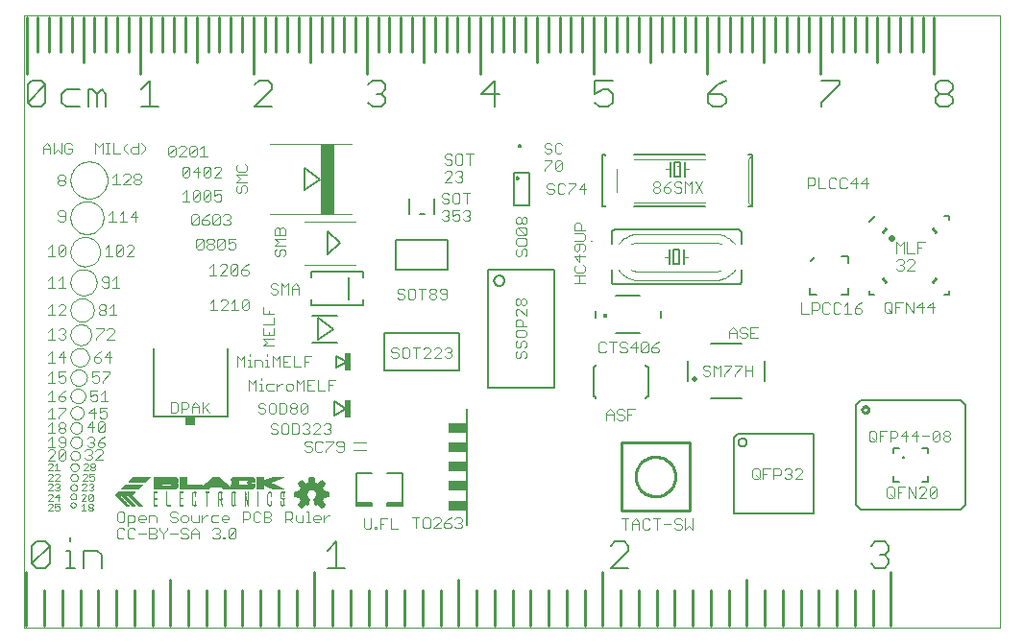
<source format=gto>
G75*
%MOIN*%
%OFA0B0*%
%FSLAX24Y24*%
%IPPOS*%
%LPD*%
%AMOC8*
5,1,8,0,0,1.08239X$1,22.5*
%
%ADD10C,0.0100*%
%ADD11C,0.0080*%
%ADD12C,0.0030*%
%ADD13C,0.0000*%
%ADD14C,0.0020*%
%ADD15C,0.0040*%
%ADD16R,0.0240X0.0620*%
%ADD17R,0.0492X0.2441*%
%ADD18R,0.0340X0.0300*%
%ADD19C,0.0060*%
%ADD20C,0.0059*%
%ADD21C,0.0143*%
%ADD22C,0.0200*%
%ADD23C,0.0070*%
%ADD24C,0.0050*%
%ADD25R,0.0660X0.0380*%
%ADD26R,0.0145X0.0003*%
%ADD27R,0.0035X0.0003*%
%ADD28R,0.0147X0.0003*%
%ADD29R,0.0147X0.0003*%
%ADD30R,0.0150X0.0003*%
%ADD31R,0.0124X0.0003*%
%ADD32R,0.0121X0.0003*%
%ADD33R,0.0056X0.0003*%
%ADD34R,0.0018X0.0003*%
%ADD35R,0.0021X0.0003*%
%ADD36R,0.0021X0.0003*%
%ADD37R,0.0056X0.0003*%
%ADD38R,0.0018X0.0003*%
%ADD39R,0.0059X0.0003*%
%ADD40R,0.0150X0.0003*%
%ADD41R,0.0124X0.0003*%
%ADD42R,0.0083X0.0003*%
%ADD43R,0.0021X0.0003*%
%ADD44R,0.0021X0.0003*%
%ADD45R,0.0024X0.0003*%
%ADD46R,0.0074X0.0003*%
%ADD47R,0.0018X0.0003*%
%ADD48R,0.0083X0.0003*%
%ADD49R,0.0150X0.0003*%
%ADD50R,0.0091X0.0003*%
%ADD51R,0.0086X0.0003*%
%ADD52R,0.0091X0.0003*%
%ADD53R,0.0097X0.0003*%
%ADD54R,0.0097X0.0003*%
%ADD55R,0.0103X0.0003*%
%ADD56R,0.0027X0.0003*%
%ADD57R,0.0097X0.0003*%
%ADD58R,0.0103X0.0003*%
%ADD59R,0.0106X0.0003*%
%ADD60R,0.0027X0.0003*%
%ADD61R,0.0103X0.0003*%
%ADD62R,0.0106X0.0003*%
%ADD63R,0.0109X0.0003*%
%ADD64R,0.0112X0.0003*%
%ADD65R,0.0121X0.0003*%
%ADD66R,0.0115X0.0003*%
%ADD67R,0.0038X0.0003*%
%ADD68R,0.0030X0.0003*%
%ADD69R,0.0024X0.0003*%
%ADD70R,0.0032X0.0003*%
%ADD71R,0.0035X0.0003*%
%ADD72R,0.0032X0.0003*%
%ADD73R,0.0027X0.0003*%
%ADD74R,0.0032X0.0003*%
%ADD75R,0.0024X0.0003*%
%ADD76R,0.0030X0.0003*%
%ADD77R,0.0024X0.0003*%
%ADD78R,0.0032X0.0003*%
%ADD79R,0.0018X0.0003*%
%ADD80R,0.0038X0.0003*%
%ADD81R,0.0041X0.0003*%
%ADD82R,0.0027X0.0003*%
%ADD83R,0.0041X0.0003*%
%ADD84R,0.0044X0.0003*%
%ADD85R,0.0044X0.0003*%
%ADD86R,0.0012X0.0003*%
%ADD87R,0.0088X0.0003*%
%ADD88R,0.0094X0.0003*%
%ADD89R,0.0029X0.0003*%
%ADD90R,0.0100X0.0003*%
%ADD91R,0.0112X0.0003*%
%ADD92R,0.0041X0.0003*%
%ADD93R,0.0080X0.0003*%
%ADD94R,0.0115X0.0003*%
%ADD95R,0.0118X0.0003*%
%ADD96R,0.0118X0.0003*%
%ADD97R,0.0593X0.0003*%
%ADD98R,0.0590X0.0003*%
%ADD99R,0.0590X0.0003*%
%ADD100R,0.0593X0.0003*%
%ADD101R,0.0047X0.0003*%
%ADD102R,0.0047X0.0003*%
%ADD103R,0.0044X0.0003*%
%ADD104R,0.0044X0.0003*%
%ADD105R,0.0029X0.0003*%
%ADD106R,0.0118X0.0003*%
%ADD107R,0.0124X0.0003*%
%ADD108R,0.0130X0.0003*%
%ADD109R,0.0136X0.0003*%
%ADD110R,0.0100X0.0003*%
%ADD111R,0.0136X0.0003*%
%ADD112R,0.0100X0.0003*%
%ADD113R,0.0106X0.0003*%
%ADD114R,0.0109X0.0003*%
%ADD115R,0.0100X0.0003*%
%ADD116R,0.0089X0.0003*%
%ADD117R,0.0088X0.0003*%
%ADD118R,0.0077X0.0003*%
%ADD119R,0.0133X0.0003*%
%ADD120R,0.0080X0.0003*%
%ADD121R,0.0053X0.0003*%
%ADD122R,0.0015X0.0003*%
%ADD123R,0.0056X0.0003*%
%ADD124R,0.0413X0.0003*%
%ADD125R,0.0605X0.0003*%
%ADD126R,0.0649X0.0003*%
%ADD127R,0.0997X0.0003*%
%ADD128R,0.0301X0.0003*%
%ADD129R,0.0552X0.0003*%
%ADD130R,0.0265X0.0003*%
%ADD131R,0.0419X0.0003*%
%ADD132R,0.0605X0.0003*%
%ADD133R,0.0676X0.0003*%
%ADD134R,0.1006X0.0003*%
%ADD135R,0.0304X0.0003*%
%ADD136R,0.0581X0.0003*%
%ADD137R,0.0271X0.0003*%
%ADD138R,0.0422X0.0003*%
%ADD139R,0.0605X0.0003*%
%ADD140R,0.0699X0.0003*%
%ADD141R,0.0304X0.0003*%
%ADD142R,0.0622X0.0003*%
%ADD143R,0.0422X0.0003*%
%ADD144R,0.0720X0.0003*%
%ADD145R,0.1009X0.0003*%
%ADD146R,0.0649X0.0003*%
%ADD147R,0.0735X0.0003*%
%ADD148R,0.1012X0.0003*%
%ADD149R,0.0304X0.0003*%
%ADD150R,0.0670X0.0003*%
%ADD151R,0.0271X0.0003*%
%ADD152R,0.0419X0.0003*%
%ADD153R,0.0746X0.0003*%
%ADD154R,0.1015X0.0003*%
%ADD155R,0.0687X0.0003*%
%ADD156R,0.0419X0.0003*%
%ADD157R,0.0758X0.0003*%
%ADD158R,0.1018X0.0003*%
%ADD159R,0.0705X0.0003*%
%ADD160R,0.0767X0.0003*%
%ADD161R,0.1021X0.0003*%
%ADD162R,0.0720X0.0003*%
%ADD163R,0.0416X0.0003*%
%ADD164R,0.0776X0.0003*%
%ADD165R,0.1024X0.0003*%
%ADD166R,0.0732X0.0003*%
%ADD167R,0.0416X0.0003*%
%ADD168R,0.0785X0.0003*%
%ADD169R,0.1027X0.0003*%
%ADD170R,0.0743X0.0003*%
%ADD171R,0.0791X0.0003*%
%ADD172R,0.1030X0.0003*%
%ADD173R,0.0752X0.0003*%
%ADD174R,0.0796X0.0003*%
%ADD175R,0.1032X0.0003*%
%ADD176R,0.0761X0.0003*%
%ADD177R,0.0799X0.0003*%
%ADD178R,0.1035X0.0003*%
%ADD179R,0.0770X0.0003*%
%ADD180R,0.0413X0.0003*%
%ADD181R,0.0805X0.0003*%
%ADD182R,0.1038X0.0003*%
%ADD183R,0.0779X0.0003*%
%ADD184R,0.0413X0.0003*%
%ADD185R,0.0811X0.0003*%
%ADD186R,0.1041X0.0003*%
%ADD187R,0.0814X0.0003*%
%ADD188R,0.1044X0.0003*%
%ADD189R,0.0820X0.0003*%
%ADD190R,0.1047X0.0003*%
%ADD191R,0.0823X0.0003*%
%ADD192R,0.1050X0.0003*%
%ADD193R,0.0802X0.0003*%
%ADD194R,0.0413X0.0003*%
%ADD195R,0.0826X0.0003*%
%ADD196R,0.1053X0.0003*%
%ADD197R,0.0808X0.0003*%
%ADD198R,0.0829X0.0003*%
%ADD199R,0.1056X0.0003*%
%ADD200R,0.0773X0.0003*%
%ADD201R,0.0283X0.0003*%
%ADD202R,0.0832X0.0003*%
%ADD203R,0.0773X0.0003*%
%ADD204R,0.0283X0.0003*%
%ADD205R,0.0820X0.0003*%
%ADD206R,0.0835X0.0003*%
%ADD207R,0.0301X0.0003*%
%ADD208R,0.0823X0.0003*%
%ADD209R,0.0301X0.0003*%
%ADD210R,0.0838X0.0003*%
%ADD211R,0.0838X0.0003*%
%ADD212R,0.0410X0.0003*%
%ADD213R,0.0832X0.0003*%
%ADD214R,0.0841X0.0003*%
%ADD215R,0.0941X0.0003*%
%ADD216R,0.0935X0.0003*%
%ADD217R,0.0841X0.0003*%
%ADD218R,0.0926X0.0003*%
%ADD219R,0.0920X0.0003*%
%ADD220R,0.0841X0.0003*%
%ADD221R,0.0915X0.0003*%
%ADD222R,0.0909X0.0003*%
%ADD223R,0.0903X0.0003*%
%ADD224R,0.0844X0.0003*%
%ADD225R,0.0844X0.0003*%
%ADD226R,0.0897X0.0003*%
%ADD227R,0.0891X0.0003*%
%ADD228R,0.0885X0.0003*%
%ADD229R,0.0879X0.0003*%
%ADD230R,0.0870X0.0003*%
%ADD231R,0.0864X0.0003*%
%ADD232R,0.0858X0.0003*%
%ADD233R,0.0274X0.0003*%
%ADD234R,0.0853X0.0003*%
%ADD235R,0.0847X0.0003*%
%ADD236R,0.0274X0.0003*%
%ADD237R,0.0265X0.0003*%
%ADD238R,0.0257X0.0003*%
%ADD239R,0.0847X0.0003*%
%ADD240R,0.0263X0.0003*%
%ADD241R,0.0254X0.0003*%
%ADD242R,0.0268X0.0003*%
%ADD243R,0.0268X0.0003*%
%ADD244R,0.0681X0.0003*%
%ADD245R,0.0260X0.0003*%
%ADD246R,0.0251X0.0003*%
%ADD247R,0.0257X0.0003*%
%ADD248R,0.0251X0.0003*%
%ADD249R,0.0268X0.0003*%
%ADD250R,0.0268X0.0003*%
%ADD251R,0.0664X0.0003*%
%ADD252R,0.0658X0.0003*%
%ADD253R,0.0802X0.0003*%
%ADD254R,0.0649X0.0003*%
%ADD255R,0.0260X0.0003*%
%ADD256R,0.0796X0.0003*%
%ADD257R,0.0643X0.0003*%
%ADD258R,0.0637X0.0003*%
%ADD259R,0.0251X0.0003*%
%ADD260R,0.0631X0.0003*%
%ADD261R,0.0257X0.0003*%
%ADD262R,0.0625X0.0003*%
%ADD263R,0.0617X0.0003*%
%ADD264R,0.0764X0.0003*%
%ADD265R,0.0611X0.0003*%
%ADD266R,0.0758X0.0003*%
%ADD267R,0.0599X0.0003*%
%ADD268R,0.0746X0.0003*%
%ADD269R,0.0740X0.0003*%
%ADD270R,0.0248X0.0003*%
%ADD271R,0.0584X0.0003*%
%ADD272R,0.0735X0.0003*%
%ADD273R,0.0227X0.0003*%
%ADD274R,0.0578X0.0003*%
%ADD275R,0.0729X0.0003*%
%ADD276R,0.0215X0.0003*%
%ADD277R,0.0572X0.0003*%
%ADD278R,0.0723X0.0003*%
%ADD279R,0.0204X0.0003*%
%ADD280R,0.0563X0.0003*%
%ADD281R,0.0714X0.0003*%
%ADD282R,0.0153X0.0003*%
%ADD283R,0.0558X0.0003*%
%ADD284R,0.0708X0.0003*%
%ADD285R,0.0127X0.0003*%
%ADD286R,0.0549X0.0003*%
%ADD287R,0.0702X0.0003*%
%ADD288R,0.0543X0.0003*%
%ADD289R,0.0696X0.0003*%
%ADD290R,0.0534X0.0003*%
%ADD291R,0.0817X0.0003*%
%ADD292R,0.0690X0.0003*%
%ADD293R,0.0068X0.0003*%
%ADD294R,0.0528X0.0003*%
%ADD295R,0.0519X0.0003*%
%ADD296R,0.0513X0.0003*%
%ADD297R,0.0280X0.0003*%
%ADD298R,0.0295X0.0003*%
%ADD299R,0.0504X0.0003*%
%ADD300R,0.0805X0.0003*%
%ADD301R,0.0277X0.0003*%
%ADD302R,0.0295X0.0003*%
%ADD303R,0.0499X0.0003*%
%ADD304R,0.0799X0.0003*%
%ADD305R,0.0277X0.0003*%
%ADD306R,0.0490X0.0003*%
%ADD307R,0.0277X0.0003*%
%ADD308R,0.0484X0.0003*%
%ADD309R,0.0292X0.0003*%
%ADD310R,0.0475X0.0003*%
%ADD311R,0.0292X0.0003*%
%ADD312R,0.0475X0.0003*%
%ADD313R,0.0292X0.0003*%
%ADD314R,0.0481X0.0003*%
%ADD315R,0.0487X0.0003*%
%ADD316R,0.0496X0.0003*%
%ADD317R,0.0501X0.0003*%
%ADD318R,0.0510X0.0003*%
%ADD319R,0.0516X0.0003*%
%ADD320R,0.0274X0.0003*%
%ADD321R,0.0525X0.0003*%
%ADD322R,0.0829X0.0003*%
%ADD323R,0.0289X0.0003*%
%ADD324R,0.0156X0.0003*%
%ADD325R,0.0531X0.0003*%
%ADD326R,0.0289X0.0003*%
%ADD327R,0.0180X0.0003*%
%ADD328R,0.0540X0.0003*%
%ADD329R,0.0289X0.0003*%
%ADD330R,0.0201X0.0003*%
%ADD331R,0.0546X0.0003*%
%ADD332R,0.0218X0.0003*%
%ADD333R,0.0555X0.0003*%
%ADD334R,0.0835X0.0003*%
%ADD335R,0.0242X0.0003*%
%ADD336R,0.0569X0.0003*%
%ADD337R,0.0552X0.0003*%
%ADD338R,0.0546X0.0003*%
%ADD339R,0.0534X0.0003*%
%ADD340R,0.0602X0.0003*%
%ADD341R,0.0528X0.0003*%
%ADD342R,0.0608X0.0003*%
%ADD343R,0.0522X0.0003*%
%ADD344R,0.0617X0.0003*%
%ADD345R,0.0254X0.0003*%
%ADD346R,0.0251X0.0003*%
%ADD347R,0.0510X0.0003*%
%ADD348R,0.0631X0.0003*%
%ADD349R,0.0640X0.0003*%
%ADD350R,0.0496X0.0003*%
%ADD351R,0.0490X0.0003*%
%ADD352R,0.0655X0.0003*%
%ADD353R,0.0254X0.0003*%
%ADD354R,0.0484X0.0003*%
%ADD355R,0.0664X0.0003*%
%ADD356R,0.0478X0.0003*%
%ADD357R,0.0670X0.0003*%
%ADD358R,0.0469X0.0003*%
%ADD359R,0.0679X0.0003*%
%ADD360R,0.0463X0.0003*%
%ADD361R,0.0407X0.0003*%
%ADD362R,0.0457X0.0003*%
%ADD363R,0.0407X0.0003*%
%ADD364R,0.0451X0.0003*%
%ADD365R,0.0445X0.0003*%
%ADD366R,0.0410X0.0003*%
%ADD367R,0.0440X0.0003*%
%ADD368R,0.0434X0.0003*%
%ADD369R,0.0410X0.0003*%
%ADD370R,0.0428X0.0003*%
%ADD371R,0.0410X0.0003*%
%ADD372R,0.0841X0.0003*%
%ADD373R,0.0401X0.0003*%
%ADD374R,0.0395X0.0003*%
%ADD375R,0.0389X0.0003*%
%ADD376R,0.0384X0.0003*%
%ADD377R,0.0378X0.0003*%
%ADD378R,0.0372X0.0003*%
%ADD379R,0.0366X0.0003*%
%ADD380R,0.0360X0.0003*%
%ADD381R,0.0351X0.0003*%
%ADD382R,0.0345X0.0003*%
%ADD383R,0.0416X0.0003*%
%ADD384R,0.0339X0.0003*%
%ADD385R,0.0333X0.0003*%
%ADD386R,0.0805X0.0003*%
%ADD387R,0.0327X0.0003*%
%ADD388R,0.0817X0.0003*%
%ADD389R,0.0322X0.0003*%
%ADD390R,0.0316X0.0003*%
%ADD391R,0.0307X0.0003*%
%ADD392R,0.0808X0.0003*%
%ADD393R,0.0301X0.0003*%
%ADD394R,0.0779X0.0003*%
%ADD395R,0.0770X0.0003*%
%ADD396R,0.0791X0.0003*%
%ADD397R,0.0277X0.0003*%
%ADD398R,0.0743X0.0003*%
%ADD399R,0.0422X0.0003*%
%ADD400R,0.0271X0.0003*%
%ADD401R,0.0732X0.0003*%
%ADD402R,0.0266X0.0003*%
%ADD403R,0.0773X0.0003*%
%ADD404R,0.0764X0.0003*%
%ADD405R,0.0254X0.0003*%
%ADD406R,0.0687X0.0003*%
%ADD407R,0.0755X0.0003*%
%ADD408R,0.0245X0.0003*%
%ADD409R,0.0667X0.0003*%
%ADD410R,0.0740X0.0003*%
%ADD411R,0.0239X0.0003*%
%ADD412R,0.0643X0.0003*%
%ADD413R,0.0233X0.0003*%
%ADD414R,0.0614X0.0003*%
%ADD415R,0.0224X0.0003*%
%ADD416R,0.0263X0.0003*%
%ADD417R,0.0218X0.0003*%
%ADD418R,0.0519X0.0003*%
D10*
X000428Y000162D02*
X000428Y002037D01*
X001053Y001412D02*
X001053Y000162D01*
X001678Y000162D02*
X001678Y001412D01*
X002303Y001412D02*
X002303Y000162D01*
X002928Y000162D02*
X002928Y001412D01*
X003553Y001412D02*
X003553Y000162D01*
X004178Y000162D02*
X004178Y001412D01*
X004803Y001412D02*
X004803Y000162D01*
X005428Y000162D02*
X005428Y001762D01*
X006053Y001412D02*
X006053Y000162D01*
X006678Y000162D02*
X006678Y001412D01*
X007303Y001412D02*
X007303Y000162D01*
X007928Y000162D02*
X007928Y001412D01*
X008553Y001412D02*
X008553Y000162D01*
X009178Y000162D02*
X009178Y001412D01*
X009803Y001412D02*
X009803Y000162D01*
X010428Y000162D02*
X010428Y002037D01*
X011053Y001412D02*
X011053Y000162D01*
X011678Y000162D02*
X011678Y001412D01*
X012303Y001412D02*
X012303Y000162D01*
X012928Y000162D02*
X012928Y001412D01*
X013553Y001412D02*
X013553Y000162D01*
X014178Y000162D02*
X014178Y001412D01*
X014803Y001412D02*
X014803Y000162D01*
X015428Y000162D02*
X015428Y001762D01*
X016053Y001412D02*
X016053Y000162D01*
X016678Y000162D02*
X016678Y001412D01*
X017303Y001412D02*
X017303Y000162D01*
X017928Y000162D02*
X017928Y001412D01*
X018553Y001412D02*
X018553Y000162D01*
X019178Y000162D02*
X019178Y001412D01*
X019803Y001412D02*
X019803Y000162D01*
X020428Y000162D02*
X020428Y002037D01*
X021053Y001412D02*
X021053Y000162D01*
X021678Y000162D02*
X021678Y001412D01*
X022303Y001412D02*
X022303Y000162D01*
X022928Y000162D02*
X022928Y001412D01*
X023553Y001412D02*
X023553Y000162D01*
X024178Y000162D02*
X024178Y001412D01*
X024803Y001412D02*
X024803Y000162D01*
X025428Y000162D02*
X025428Y001762D01*
X026053Y001412D02*
X026053Y000162D01*
X026678Y000162D02*
X026678Y001412D01*
X027303Y001412D02*
X027303Y000162D01*
X027928Y000162D02*
X027928Y001412D01*
X028553Y001412D02*
X028553Y000162D01*
X029178Y000162D02*
X029178Y001412D01*
X029803Y001412D02*
X029803Y000162D01*
X030428Y000162D02*
X030428Y002037D01*
X023445Y004169D02*
X023445Y006531D01*
X021082Y006531D01*
X021082Y004169D01*
X023445Y004169D01*
X021574Y005350D02*
X021576Y005402D01*
X021582Y005454D01*
X021592Y005505D01*
X021605Y005555D01*
X021623Y005605D01*
X021644Y005652D01*
X021668Y005698D01*
X021697Y005742D01*
X021728Y005784D01*
X021762Y005823D01*
X021799Y005860D01*
X021839Y005893D01*
X021882Y005924D01*
X021926Y005951D01*
X021972Y005975D01*
X022021Y005995D01*
X022070Y006011D01*
X022121Y006024D01*
X022172Y006033D01*
X022224Y006038D01*
X022276Y006039D01*
X022328Y006036D01*
X022380Y006029D01*
X022431Y006018D01*
X022481Y006004D01*
X022530Y005985D01*
X022577Y005963D01*
X022622Y005938D01*
X022666Y005909D01*
X022707Y005877D01*
X022746Y005842D01*
X022781Y005804D01*
X022814Y005763D01*
X022844Y005721D01*
X022870Y005676D01*
X022893Y005629D01*
X022912Y005580D01*
X022928Y005530D01*
X022940Y005480D01*
X022948Y005428D01*
X022952Y005376D01*
X022952Y005324D01*
X022948Y005272D01*
X022940Y005220D01*
X022928Y005170D01*
X022912Y005120D01*
X022893Y005071D01*
X022870Y005024D01*
X022844Y004979D01*
X022814Y004937D01*
X022781Y004896D01*
X022746Y004858D01*
X022707Y004823D01*
X022666Y004791D01*
X022622Y004762D01*
X022577Y004737D01*
X022530Y004715D01*
X022481Y004696D01*
X022431Y004682D01*
X022380Y004671D01*
X022328Y004664D01*
X022276Y004661D01*
X022224Y004662D01*
X022172Y004667D01*
X022121Y004676D01*
X022070Y004689D01*
X022021Y004705D01*
X021972Y004725D01*
X021926Y004749D01*
X021882Y004776D01*
X021839Y004807D01*
X021799Y004840D01*
X021762Y004877D01*
X021728Y004916D01*
X021697Y004958D01*
X021668Y005002D01*
X021644Y005048D01*
X021623Y005095D01*
X021605Y005145D01*
X021592Y005195D01*
X021582Y005246D01*
X021576Y005298D01*
X021574Y005350D01*
X029428Y007675D02*
X029430Y007695D01*
X029435Y007715D01*
X029445Y007733D01*
X029457Y007750D01*
X029472Y007764D01*
X029490Y007774D01*
X029509Y007782D01*
X029529Y007786D01*
X029549Y007786D01*
X029569Y007782D01*
X029588Y007774D01*
X029606Y007764D01*
X029621Y007750D01*
X029633Y007733D01*
X029643Y007715D01*
X029648Y007695D01*
X029650Y007675D01*
X029648Y007655D01*
X029643Y007635D01*
X029633Y007617D01*
X029621Y007600D01*
X029606Y007586D01*
X029588Y007576D01*
X029569Y007568D01*
X029549Y007564D01*
X029529Y007564D01*
X029509Y007568D01*
X029490Y007576D01*
X029472Y007586D01*
X029457Y007600D01*
X029445Y007617D01*
X029435Y007635D01*
X029430Y007655D01*
X029428Y007675D01*
X030252Y012105D02*
X030134Y012223D01*
X031867Y012105D02*
X031985Y012223D01*
X030390Y013640D02*
X030392Y013655D01*
X030397Y013668D01*
X030406Y013680D01*
X030417Y013690D01*
X030431Y013696D01*
X030445Y013699D01*
X030460Y013698D01*
X030474Y013693D01*
X030487Y013685D01*
X030497Y013675D01*
X030504Y013662D01*
X030508Y013647D01*
X030508Y013633D01*
X030504Y013618D01*
X030497Y013605D01*
X030487Y013595D01*
X030474Y013587D01*
X030460Y013582D01*
X030445Y013581D01*
X030431Y013584D01*
X030417Y013590D01*
X030406Y013600D01*
X030397Y013612D01*
X030392Y013625D01*
X030390Y013640D01*
X030134Y013837D02*
X030252Y013955D01*
X031867Y013955D02*
X031985Y013837D01*
X031929Y019326D02*
X031929Y021294D01*
X031536Y021294D02*
X031536Y020113D01*
X031142Y020113D02*
X031142Y021294D01*
X030748Y021294D02*
X030748Y020113D01*
X030355Y020113D02*
X030355Y021294D01*
X029961Y021294D02*
X029961Y019719D01*
X029567Y020113D02*
X029567Y021294D01*
X029173Y021294D02*
X029173Y020113D01*
X028780Y020113D02*
X028780Y021294D01*
X028386Y021294D02*
X028386Y020113D01*
X027599Y020113D02*
X027599Y021294D01*
X027992Y021294D02*
X027992Y019326D01*
X027205Y020113D02*
X027205Y021294D01*
X026811Y021294D02*
X026811Y020113D01*
X026418Y020113D02*
X026418Y021294D01*
X026024Y021294D02*
X026024Y019719D01*
X025630Y020113D02*
X025630Y021294D01*
X025236Y021294D02*
X025236Y020113D01*
X024843Y020113D02*
X024843Y021294D01*
X024449Y021294D02*
X024449Y020113D01*
X023662Y020113D02*
X023662Y021294D01*
X024055Y021294D02*
X024055Y019326D01*
X023268Y020113D02*
X023268Y021294D01*
X022874Y021294D02*
X022874Y020113D01*
X022481Y020113D02*
X022481Y021294D01*
X022087Y021294D02*
X022087Y019719D01*
X021693Y020113D02*
X021693Y021294D01*
X021299Y021294D02*
X021299Y020113D01*
X020906Y020113D02*
X020906Y021294D01*
X020512Y021294D02*
X020512Y020113D01*
X019725Y020113D02*
X019725Y021294D01*
X020118Y021294D02*
X020118Y019326D01*
X019331Y020113D02*
X019331Y021294D01*
X018937Y021294D02*
X018937Y020113D01*
X018544Y020113D02*
X018544Y021294D01*
X018150Y021294D02*
X018150Y019719D01*
X017756Y020113D02*
X017756Y021294D01*
X017362Y021294D02*
X017362Y020113D01*
X016969Y020113D02*
X016969Y021294D01*
X016575Y021294D02*
X016575Y020113D01*
X015788Y020113D02*
X015788Y021294D01*
X016181Y021294D02*
X016181Y019326D01*
X015394Y020113D02*
X015394Y021294D01*
X015000Y021294D02*
X015000Y020113D01*
X014607Y020113D02*
X014607Y021294D01*
X014213Y021294D02*
X014213Y019719D01*
X013819Y020113D02*
X013819Y021294D01*
X013425Y021294D02*
X013425Y020113D01*
X013032Y020113D02*
X013032Y021294D01*
X012638Y021294D02*
X012638Y020113D01*
X011851Y020113D02*
X011851Y021294D01*
X012244Y021294D02*
X012244Y019326D01*
X011457Y020113D02*
X011457Y021294D01*
X011063Y021294D02*
X011063Y020113D01*
X010670Y020113D02*
X010670Y021294D01*
X010276Y021294D02*
X010276Y019719D01*
X009882Y020113D02*
X009882Y021294D01*
X009488Y021294D02*
X009488Y020113D01*
X009095Y020113D02*
X009095Y021294D01*
X008701Y021294D02*
X008701Y020113D01*
X007914Y020113D02*
X007914Y021294D01*
X007520Y021294D02*
X007520Y020113D01*
X007126Y020113D02*
X007126Y021294D01*
X006733Y021294D02*
X006733Y020113D01*
X006339Y019719D02*
X006339Y021294D01*
X005945Y021294D02*
X005945Y020113D01*
X005551Y020113D02*
X005551Y021294D01*
X005158Y021294D02*
X005158Y020113D01*
X004764Y020113D02*
X004764Y021294D01*
X004370Y021294D02*
X004370Y019326D01*
X003977Y020113D02*
X003977Y021294D01*
X003583Y021294D02*
X003583Y020113D01*
X003189Y020113D02*
X003189Y021294D01*
X002796Y021294D02*
X002796Y020113D01*
X002402Y019719D02*
X002402Y021294D01*
X002008Y021294D02*
X002008Y020113D01*
X001614Y020113D02*
X001614Y021294D01*
X001221Y021294D02*
X001221Y020113D01*
X000827Y020113D02*
X000827Y021294D01*
X000433Y021294D02*
X000433Y019326D01*
X008307Y019326D02*
X008307Y021294D01*
D11*
X008501Y019105D02*
X008347Y018952D01*
X008501Y019105D02*
X008808Y019105D01*
X008961Y018952D01*
X008961Y018799D01*
X008347Y018185D01*
X008961Y018185D01*
X010086Y016076D02*
X010086Y015289D01*
X010626Y015683D01*
X010086Y016076D01*
X010899Y013862D02*
X010899Y013074D01*
X011302Y013468D01*
X010899Y013862D01*
X010303Y012458D02*
X012114Y012458D01*
X012114Y012281D01*
X011602Y012281D02*
X011602Y011493D01*
X012114Y011493D02*
X012114Y011316D01*
X010303Y011316D01*
X010303Y011493D01*
X010537Y010874D02*
X010537Y010086D01*
X011077Y010480D01*
X010537Y010874D01*
X011167Y009527D02*
X011167Y009133D01*
X011560Y009330D01*
X011167Y009527D01*
X012863Y009030D02*
X012863Y010330D01*
X015443Y010330D01*
X015443Y009030D01*
X012863Y009030D01*
X011510Y007716D02*
X011116Y007952D01*
X011116Y007480D01*
X011510Y007716D01*
X007421Y007451D02*
X004841Y007451D01*
X004841Y009811D01*
X007421Y009811D02*
X007421Y007451D01*
X001965Y003245D02*
X001965Y003091D01*
X001965Y002784D02*
X001965Y002170D01*
X001812Y002170D02*
X002119Y002170D01*
X002426Y002170D02*
X002426Y002784D01*
X002886Y002784D01*
X003040Y002631D01*
X003040Y002170D01*
X001965Y002784D02*
X001812Y002784D01*
X001245Y002938D02*
X001245Y002324D01*
X001091Y002170D01*
X000784Y002170D01*
X000631Y002324D01*
X001245Y002938D01*
X001091Y003091D01*
X000784Y003091D01*
X000631Y002938D01*
X000631Y002324D01*
X001245Y002938D01*
X001245Y002324D01*
X001091Y002170D01*
X000784Y002170D01*
X000631Y002324D01*
X000631Y002938D01*
X000784Y003091D01*
X001091Y003091D01*
X001245Y002938D01*
X010867Y002784D02*
X011174Y003091D01*
X011174Y002170D01*
X011174Y003091D01*
X010867Y002784D01*
X010867Y002170D02*
X011481Y002170D01*
X010867Y002170D01*
X015710Y003684D02*
X015710Y007696D01*
X020110Y008146D02*
X020125Y008144D01*
X020140Y008140D01*
X020154Y008133D01*
X020166Y008123D01*
X020176Y008111D01*
X020183Y008097D01*
X020187Y008082D01*
X020189Y008067D01*
X020110Y008146D02*
X020110Y009169D01*
X020125Y009171D01*
X020140Y009175D01*
X020154Y009182D01*
X020166Y009192D01*
X020176Y009204D01*
X020183Y009218D01*
X020187Y009233D01*
X020189Y009248D01*
X020896Y010350D02*
X021722Y010350D01*
X022451Y010881D02*
X022451Y011117D01*
X021722Y011649D02*
X020896Y011649D01*
X020167Y011117D02*
X020167Y010881D01*
X021921Y009248D02*
X021923Y009233D01*
X021927Y009218D01*
X021934Y009204D01*
X021944Y009192D01*
X021956Y009182D01*
X021970Y009175D01*
X021985Y009171D01*
X022000Y009169D01*
X022000Y008146D01*
X021985Y008144D01*
X021970Y008140D01*
X021956Y008133D01*
X021944Y008123D01*
X021934Y008111D01*
X021927Y008097D01*
X021923Y008082D01*
X021921Y008067D01*
X023375Y008683D02*
X023375Y009373D01*
X024175Y009973D02*
X025252Y009973D01*
X026052Y009373D02*
X026052Y008683D01*
X025252Y008083D02*
X024175Y008083D01*
X029224Y007832D02*
X029224Y004368D01*
X029381Y004210D01*
X032846Y004210D01*
X033003Y004368D01*
X033003Y007832D01*
X032846Y007990D01*
X029381Y007990D01*
X029224Y007832D01*
X028953Y011661D02*
X028953Y011897D01*
X028953Y011661D02*
X028716Y011661D01*
X029688Y011658D02*
X029688Y011816D01*
X029688Y011658D02*
X029846Y011658D01*
X028953Y012763D02*
X028953Y012999D01*
X028716Y012999D01*
X027779Y012974D02*
X027640Y012826D01*
X027614Y011897D02*
X027614Y011661D01*
X027850Y011661D01*
X029688Y014217D02*
X029885Y014414D01*
X032287Y014414D02*
X032444Y014414D01*
X032444Y014257D01*
X032444Y011816D02*
X032444Y011658D01*
X032287Y011658D01*
X032430Y018185D02*
X032123Y018185D01*
X031969Y018338D01*
X031969Y018492D01*
X032123Y018645D01*
X032430Y018645D01*
X032583Y018492D01*
X032583Y018338D01*
X032430Y018185D01*
X032430Y018645D02*
X032583Y018799D01*
X032583Y018952D01*
X032430Y019105D01*
X032123Y019105D01*
X031969Y018952D01*
X031969Y018799D01*
X032123Y018645D01*
X028646Y018952D02*
X028032Y018338D01*
X028032Y018185D01*
X028646Y018952D02*
X028646Y019105D01*
X028032Y019105D01*
X024709Y019105D02*
X024402Y018952D01*
X024095Y018645D01*
X024556Y018645D01*
X024709Y018492D01*
X024709Y018338D01*
X024556Y018185D01*
X024249Y018185D01*
X024095Y018338D01*
X024095Y018645D01*
X020772Y018645D02*
X020772Y018338D01*
X020619Y018185D01*
X020312Y018185D01*
X020158Y018338D01*
X020158Y018645D02*
X020465Y018799D01*
X020619Y018799D01*
X020772Y018645D01*
X020158Y018645D02*
X020158Y019105D01*
X020772Y019105D01*
X016835Y018645D02*
X016221Y018645D01*
X016682Y019105D01*
X016682Y018185D01*
X017337Y015915D02*
X017337Y014774D01*
X017889Y014774D01*
X017889Y015915D01*
X017337Y015915D01*
X017436Y015719D02*
X017438Y015731D01*
X017443Y015742D01*
X017452Y015751D01*
X017463Y015756D01*
X017475Y015758D01*
X017487Y015756D01*
X017498Y015751D01*
X017507Y015742D01*
X017512Y015731D01*
X017514Y015719D01*
X017512Y015707D01*
X017507Y015696D01*
X017498Y015687D01*
X017487Y015682D01*
X017475Y015680D01*
X017463Y015682D01*
X017452Y015687D01*
X017443Y015696D01*
X017438Y015707D01*
X017436Y015719D01*
X015059Y013562D02*
X013248Y013562D01*
X013248Y012538D01*
X015059Y012538D01*
X015059Y013562D01*
X010303Y012458D02*
X010303Y012281D01*
X012438Y018185D02*
X012284Y018338D01*
X012438Y018185D02*
X012745Y018185D01*
X012898Y018338D01*
X012898Y018492D01*
X012745Y018645D01*
X012591Y018645D01*
X012745Y018645D02*
X012898Y018799D01*
X012898Y018952D01*
X012745Y019105D01*
X012438Y019105D01*
X012284Y018952D01*
X005024Y018185D02*
X004410Y018185D01*
X004717Y018185D02*
X004717Y019105D01*
X004410Y018799D01*
X003189Y018645D02*
X003189Y018185D01*
X002882Y018185D02*
X002882Y018645D01*
X003036Y018799D01*
X003189Y018645D01*
X002882Y018645D02*
X002729Y018799D01*
X002575Y018799D01*
X002575Y018185D01*
X002268Y018185D02*
X001808Y018185D01*
X001654Y018338D01*
X001654Y018645D01*
X001808Y018799D01*
X002268Y018799D01*
X001087Y018952D02*
X001087Y018338D01*
X000934Y018185D01*
X000627Y018185D01*
X000473Y018338D01*
X001087Y018952D01*
X000934Y019105D01*
X000627Y019105D01*
X000473Y018952D01*
X000473Y018338D01*
X020710Y002938D02*
X020863Y003091D01*
X021170Y003091D01*
X021323Y002938D01*
X021323Y002784D01*
X020710Y002170D01*
X021323Y002170D01*
X029746Y002324D02*
X029899Y002170D01*
X030206Y002170D01*
X030360Y002324D01*
X030360Y002477D01*
X030206Y002631D01*
X030053Y002631D01*
X030206Y002631D01*
X030360Y002784D01*
X030360Y002938D01*
X030206Y003091D01*
X029899Y003091D01*
X029746Y002938D01*
X029899Y003091D01*
X030206Y003091D01*
X030360Y002938D01*
X030360Y002784D01*
X030206Y002631D01*
X030360Y002477D01*
X030360Y002324D01*
X030206Y002170D01*
X029899Y002170D01*
X029746Y002324D01*
D12*
X030360Y004615D02*
X030298Y004677D01*
X030298Y004924D01*
X030360Y004985D01*
X030484Y004985D01*
X030545Y004924D01*
X030545Y004677D01*
X030484Y004615D01*
X030360Y004615D01*
X030422Y004738D02*
X030545Y004615D01*
X030667Y004615D02*
X030667Y004985D01*
X030914Y004985D01*
X031035Y004985D02*
X031282Y004615D01*
X031282Y004985D01*
X031403Y004924D02*
X031465Y004985D01*
X031589Y004985D01*
X031650Y004924D01*
X031650Y004862D01*
X031403Y004615D01*
X031650Y004615D01*
X031772Y004677D02*
X032019Y004924D01*
X032019Y004677D01*
X031957Y004615D01*
X031833Y004615D01*
X031772Y004677D01*
X031772Y004924D01*
X031833Y004985D01*
X031957Y004985D01*
X032019Y004924D01*
X031035Y004985D02*
X031035Y004615D01*
X030790Y004800D02*
X030667Y004800D01*
X030405Y006575D02*
X030405Y006945D01*
X030590Y006945D01*
X030652Y006884D01*
X030652Y006760D01*
X030590Y006698D01*
X030405Y006698D01*
X030160Y006760D02*
X030037Y006760D01*
X029915Y006637D02*
X029854Y006575D01*
X029730Y006575D01*
X029668Y006637D01*
X029668Y006884D01*
X029730Y006945D01*
X029854Y006945D01*
X029915Y006884D01*
X029915Y006637D01*
X029915Y006575D02*
X029792Y006698D01*
X030037Y006575D02*
X030037Y006945D01*
X030284Y006945D01*
X030773Y006760D02*
X031020Y006760D01*
X031142Y006760D02*
X031327Y006945D01*
X031327Y006575D01*
X031389Y006760D02*
X031142Y006760D01*
X030959Y006575D02*
X030959Y006945D01*
X030773Y006760D01*
X031510Y006760D02*
X031757Y006760D01*
X031878Y006637D02*
X032125Y006884D01*
X032125Y006637D01*
X032063Y006575D01*
X031940Y006575D01*
X031878Y006637D01*
X031878Y006884D01*
X031940Y006945D01*
X032063Y006945D01*
X032125Y006884D01*
X032247Y006884D02*
X032247Y006822D01*
X032308Y006760D01*
X032432Y006760D01*
X032493Y006698D01*
X032493Y006637D01*
X032432Y006575D01*
X032308Y006575D01*
X032247Y006637D01*
X032247Y006698D01*
X032308Y006760D01*
X032432Y006760D02*
X032493Y006822D01*
X032493Y006884D01*
X032432Y006945D01*
X032308Y006945D01*
X032247Y006884D01*
X027349Y005574D02*
X027287Y005635D01*
X027163Y005635D01*
X027102Y005574D01*
X026980Y005574D02*
X026980Y005512D01*
X026919Y005450D01*
X026980Y005388D01*
X026980Y005327D01*
X026919Y005265D01*
X026795Y005265D01*
X026733Y005327D01*
X026612Y005450D02*
X026550Y005388D01*
X026365Y005388D01*
X026365Y005265D02*
X026365Y005635D01*
X026550Y005635D01*
X026612Y005574D01*
X026612Y005450D01*
X026733Y005574D02*
X026795Y005635D01*
X026919Y005635D01*
X026980Y005574D01*
X026919Y005450D02*
X026857Y005450D01*
X027102Y005265D02*
X027349Y005512D01*
X027349Y005574D01*
X027349Y005265D02*
X027102Y005265D01*
X026244Y005635D02*
X025997Y005635D01*
X025997Y005265D01*
X025875Y005265D02*
X025752Y005388D01*
X025814Y005265D02*
X025690Y005265D01*
X025628Y005327D01*
X025628Y005574D01*
X025690Y005635D01*
X025814Y005635D01*
X025875Y005574D01*
X025875Y005327D01*
X025814Y005265D01*
X025997Y005450D02*
X026120Y005450D01*
X023535Y003885D02*
X023535Y003515D01*
X023412Y003638D01*
X023288Y003515D01*
X023288Y003885D01*
X023167Y003824D02*
X023105Y003885D01*
X022982Y003885D01*
X022920Y003824D01*
X022920Y003762D01*
X022982Y003700D01*
X023105Y003700D01*
X023167Y003638D01*
X023167Y003577D01*
X023105Y003515D01*
X022982Y003515D01*
X022920Y003577D01*
X022799Y003700D02*
X022552Y003700D01*
X022430Y003885D02*
X022183Y003885D01*
X022307Y003885D02*
X022307Y003515D01*
X022062Y003577D02*
X022000Y003515D01*
X021877Y003515D01*
X021815Y003577D01*
X021815Y003824D01*
X021877Y003885D01*
X022000Y003885D01*
X022062Y003824D01*
X021694Y003762D02*
X021694Y003515D01*
X021694Y003700D02*
X021447Y003700D01*
X021447Y003762D02*
X021570Y003885D01*
X021694Y003762D01*
X021447Y003762D02*
X021447Y003515D01*
X021202Y003515D02*
X021202Y003885D01*
X021325Y003885D02*
X021078Y003885D01*
X021112Y007315D02*
X020988Y007315D01*
X020927Y007377D01*
X020805Y007315D02*
X020805Y007562D01*
X020682Y007685D01*
X020558Y007562D01*
X020558Y007315D01*
X020558Y007500D02*
X020805Y007500D01*
X020927Y007562D02*
X020988Y007500D01*
X021112Y007500D01*
X021174Y007438D01*
X021174Y007377D01*
X021112Y007315D01*
X021295Y007315D02*
X021295Y007685D01*
X021542Y007685D01*
X021418Y007500D02*
X021295Y007500D01*
X021174Y007624D02*
X021112Y007685D01*
X020988Y007685D01*
X020927Y007624D01*
X020927Y007562D01*
X020780Y009655D02*
X020780Y010025D01*
X020657Y010025D02*
X020904Y010025D01*
X021025Y009964D02*
X021025Y009902D01*
X021087Y009840D01*
X021210Y009840D01*
X021272Y009778D01*
X021272Y009717D01*
X021210Y009655D01*
X021087Y009655D01*
X021025Y009717D01*
X021025Y009964D02*
X021087Y010025D01*
X021210Y010025D01*
X021272Y009964D01*
X021393Y009840D02*
X021640Y009840D01*
X021762Y009717D02*
X022009Y009964D01*
X022009Y009717D01*
X021947Y009655D01*
X021823Y009655D01*
X021762Y009717D01*
X021762Y009964D01*
X021823Y010025D01*
X021947Y010025D01*
X022009Y009964D01*
X022130Y009840D02*
X022315Y009840D01*
X022377Y009778D01*
X022377Y009717D01*
X022315Y009655D01*
X022192Y009655D01*
X022130Y009717D01*
X022130Y009840D01*
X022253Y009964D01*
X022377Y010025D01*
X021579Y010025D02*
X021579Y009655D01*
X021393Y009840D02*
X021579Y010025D01*
X020535Y009964D02*
X020474Y010025D01*
X020350Y010025D01*
X020288Y009964D01*
X020288Y009717D01*
X020350Y009655D01*
X020474Y009655D01*
X020535Y009717D01*
X017771Y009638D02*
X017771Y009515D01*
X017710Y009453D01*
X017586Y009515D02*
X017586Y009638D01*
X017648Y009700D01*
X017710Y009700D01*
X017771Y009638D01*
X017710Y009822D02*
X017771Y009883D01*
X017771Y010007D01*
X017710Y010068D01*
X017648Y010068D01*
X017586Y010007D01*
X017586Y009883D01*
X017524Y009822D01*
X017463Y009822D01*
X017401Y009883D01*
X017401Y010007D01*
X017463Y010068D01*
X017463Y010190D02*
X017710Y010190D01*
X017771Y010252D01*
X017771Y010375D01*
X017710Y010437D01*
X017463Y010437D01*
X017401Y010375D01*
X017401Y010252D01*
X017463Y010190D01*
X017401Y010558D02*
X017401Y010743D01*
X017463Y010805D01*
X017586Y010805D01*
X017648Y010743D01*
X017648Y010558D01*
X017771Y010558D02*
X017401Y010558D01*
X017463Y010926D02*
X017401Y010988D01*
X017401Y011112D01*
X017463Y011173D01*
X017524Y011173D01*
X017771Y010926D01*
X017771Y011173D01*
X017710Y011295D02*
X017648Y011295D01*
X017586Y011356D01*
X017586Y011480D01*
X017648Y011542D01*
X017710Y011542D01*
X017771Y011480D01*
X017771Y011356D01*
X017710Y011295D01*
X017586Y011356D02*
X017524Y011295D01*
X017463Y011295D01*
X017401Y011356D01*
X017401Y011480D01*
X017463Y011542D01*
X017524Y011542D01*
X017586Y011480D01*
X019438Y012075D02*
X019808Y012075D01*
X019623Y012075D02*
X019623Y012322D01*
X019500Y012443D02*
X019747Y012443D01*
X019808Y012505D01*
X019808Y012628D01*
X019747Y012690D01*
X019623Y012812D02*
X019623Y013059D01*
X019562Y013180D02*
X019623Y013242D01*
X019623Y013427D01*
X019500Y013427D02*
X019438Y013365D01*
X019438Y013242D01*
X019500Y013180D01*
X019562Y013180D01*
X019747Y013180D02*
X019808Y013242D01*
X019808Y013365D01*
X019747Y013427D01*
X019500Y013427D01*
X019438Y013548D02*
X019747Y013548D01*
X019808Y013610D01*
X019808Y013733D01*
X019747Y013795D01*
X019438Y013795D01*
X019438Y013917D02*
X019438Y014102D01*
X019500Y014163D01*
X019623Y014163D01*
X019685Y014102D01*
X019685Y013917D01*
X019808Y013917D02*
X019438Y013917D01*
X019438Y012997D02*
X019623Y012812D01*
X019500Y012690D02*
X019438Y012628D01*
X019438Y012505D01*
X019500Y012443D01*
X019438Y012322D02*
X019808Y012322D01*
X019808Y012997D02*
X019438Y012997D01*
X017796Y013076D02*
X017734Y013015D01*
X017796Y013076D02*
X017796Y013200D01*
X017734Y013261D01*
X017672Y013261D01*
X017610Y013200D01*
X017610Y013076D01*
X017549Y013015D01*
X017487Y013015D01*
X017425Y013076D01*
X017425Y013200D01*
X017487Y013261D01*
X017487Y013383D02*
X017734Y013383D01*
X017796Y013445D01*
X017796Y013568D01*
X017734Y013630D01*
X017487Y013630D01*
X017425Y013568D01*
X017425Y013445D01*
X017487Y013383D01*
X017487Y013751D02*
X017425Y013813D01*
X017425Y013936D01*
X017487Y013998D01*
X017734Y013751D01*
X017796Y013813D01*
X017796Y013936D01*
X017734Y013998D01*
X017487Y013998D01*
X017487Y014120D02*
X017549Y014120D01*
X017610Y014181D01*
X017610Y014305D01*
X017672Y014366D01*
X017734Y014366D01*
X017796Y014305D01*
X017796Y014181D01*
X017734Y014120D01*
X017672Y014120D01*
X017610Y014181D01*
X017610Y014305D02*
X017549Y014366D01*
X017487Y014366D01*
X017425Y014305D01*
X017425Y014181D01*
X017487Y014120D01*
X017487Y013751D02*
X017734Y013751D01*
X018560Y015165D02*
X018498Y015227D01*
X018560Y015165D02*
X018684Y015165D01*
X018745Y015227D01*
X018745Y015288D01*
X018684Y015350D01*
X018560Y015350D01*
X018498Y015412D01*
X018498Y015474D01*
X018560Y015535D01*
X018684Y015535D01*
X018745Y015474D01*
X018867Y015474D02*
X018867Y015227D01*
X018928Y015165D01*
X019052Y015165D01*
X019114Y015227D01*
X019235Y015227D02*
X019235Y015165D01*
X019235Y015227D02*
X019482Y015474D01*
X019482Y015535D01*
X019235Y015535D01*
X019114Y015474D02*
X019052Y015535D01*
X018928Y015535D01*
X018867Y015474D01*
X018838Y015965D02*
X018777Y016027D01*
X019024Y016274D01*
X019024Y016027D01*
X018962Y015965D01*
X018838Y015965D01*
X018777Y016027D02*
X018777Y016274D01*
X018838Y016335D01*
X018962Y016335D01*
X019024Y016274D01*
X018962Y016565D02*
X019024Y016627D01*
X018962Y016565D02*
X018838Y016565D01*
X018777Y016627D01*
X018777Y016874D01*
X018838Y016935D01*
X018962Y016935D01*
X019024Y016874D01*
X018655Y016874D02*
X018594Y016935D01*
X018470Y016935D01*
X018408Y016874D01*
X018408Y016812D01*
X018470Y016750D01*
X018594Y016750D01*
X018655Y016688D01*
X018655Y016627D01*
X018594Y016565D01*
X018470Y016565D01*
X018408Y016627D01*
X018408Y016335D02*
X018655Y016335D01*
X018655Y016274D01*
X018408Y016027D01*
X018408Y015965D01*
X019603Y015350D02*
X019850Y015350D01*
X019789Y015165D02*
X019789Y015535D01*
X019603Y015350D01*
X022178Y015338D02*
X022240Y015400D01*
X022364Y015400D01*
X022425Y015338D01*
X022425Y015277D01*
X022364Y015215D01*
X022240Y015215D01*
X022178Y015277D01*
X022178Y015338D01*
X022240Y015400D02*
X022178Y015462D01*
X022178Y015524D01*
X022240Y015585D01*
X022364Y015585D01*
X022425Y015524D01*
X022425Y015462D01*
X022364Y015400D01*
X022547Y015400D02*
X022670Y015524D01*
X022794Y015585D01*
X022915Y015524D02*
X022915Y015462D01*
X022977Y015400D01*
X023100Y015400D01*
X023162Y015338D01*
X023162Y015277D01*
X023100Y015215D01*
X022977Y015215D01*
X022915Y015277D01*
X022794Y015277D02*
X022732Y015215D01*
X022608Y015215D01*
X022547Y015277D01*
X022547Y015400D01*
X022732Y015400D01*
X022794Y015338D01*
X022794Y015277D01*
X022915Y015524D02*
X022977Y015585D01*
X023100Y015585D01*
X023162Y015524D01*
X023283Y015585D02*
X023407Y015462D01*
X023530Y015585D01*
X023530Y015215D01*
X023652Y015215D02*
X023899Y015585D01*
X023652Y015585D02*
X023899Y015215D01*
X023283Y015215D02*
X023283Y015585D01*
X027548Y015478D02*
X027734Y015478D01*
X027795Y015540D01*
X027795Y015664D01*
X027734Y015725D01*
X027548Y015725D01*
X027548Y015355D01*
X027917Y015355D02*
X028164Y015355D01*
X028285Y015417D02*
X028347Y015355D01*
X028470Y015355D01*
X028532Y015417D01*
X028653Y015417D02*
X028715Y015355D01*
X028839Y015355D01*
X028900Y015417D01*
X029022Y015540D02*
X029269Y015540D01*
X029390Y015540D02*
X029575Y015725D01*
X029575Y015355D01*
X029637Y015540D02*
X029390Y015540D01*
X029207Y015355D02*
X029207Y015725D01*
X029022Y015540D01*
X028900Y015664D02*
X028839Y015725D01*
X028715Y015725D01*
X028653Y015664D01*
X028653Y015417D01*
X028532Y015664D02*
X028470Y015725D01*
X028347Y015725D01*
X028285Y015664D01*
X028285Y015417D01*
X027917Y015355D02*
X027917Y015725D01*
X030628Y013485D02*
X030752Y013362D01*
X030875Y013485D01*
X030875Y013115D01*
X030997Y013115D02*
X031244Y013115D01*
X031365Y013115D02*
X031365Y013485D01*
X031612Y013485D01*
X031488Y013300D02*
X031365Y013300D01*
X030997Y013485D02*
X030997Y013115D01*
X031058Y012885D02*
X030997Y012824D01*
X031058Y012885D02*
X031182Y012885D01*
X031244Y012824D01*
X031244Y012762D01*
X030997Y012515D01*
X031244Y012515D01*
X030875Y012577D02*
X030814Y012515D01*
X030690Y012515D01*
X030628Y012577D01*
X030752Y012700D02*
X030814Y012700D01*
X030875Y012638D01*
X030875Y012577D01*
X030814Y012700D02*
X030875Y012762D01*
X030875Y012824D01*
X030814Y012885D01*
X030690Y012885D01*
X030628Y012824D01*
X030628Y013115D02*
X030628Y013485D01*
X030587Y011415D02*
X030834Y011415D01*
X030955Y011415D02*
X031202Y011045D01*
X031202Y011415D01*
X031323Y011230D02*
X031570Y011230D01*
X031692Y011230D02*
X031939Y011230D01*
X031877Y011045D02*
X031877Y011415D01*
X031692Y011230D01*
X031509Y011045D02*
X031509Y011415D01*
X031323Y011230D01*
X030955Y011045D02*
X030955Y011415D01*
X030710Y011230D02*
X030587Y011230D01*
X030465Y011354D02*
X030465Y011107D01*
X030404Y011045D01*
X030280Y011045D01*
X030218Y011107D01*
X030218Y011354D01*
X030280Y011415D01*
X030404Y011415D01*
X030465Y011354D01*
X030587Y011415D02*
X030587Y011045D01*
X030465Y011045D02*
X030342Y011168D01*
X029417Y011138D02*
X029355Y011200D01*
X029170Y011200D01*
X029170Y011077D01*
X029232Y011015D01*
X029355Y011015D01*
X029417Y011077D01*
X029417Y011138D01*
X029293Y011324D02*
X029170Y011200D01*
X029293Y011324D02*
X029417Y011385D01*
X028925Y011385D02*
X028925Y011015D01*
X028802Y011015D02*
X029049Y011015D01*
X028802Y011262D02*
X028925Y011385D01*
X028680Y011324D02*
X028619Y011385D01*
X028495Y011385D01*
X028433Y011324D01*
X028433Y011077D01*
X028495Y011015D01*
X028619Y011015D01*
X028680Y011077D01*
X028312Y011077D02*
X028250Y011015D01*
X028127Y011015D01*
X028065Y011077D01*
X028065Y011324D01*
X028127Y011385D01*
X028250Y011385D01*
X028312Y011324D01*
X027944Y011324D02*
X027882Y011385D01*
X027697Y011385D01*
X027697Y011015D01*
X027575Y011015D02*
X027328Y011015D01*
X027328Y011385D01*
X027882Y011138D02*
X027944Y011200D01*
X027944Y011324D01*
X027882Y011138D02*
X027697Y011138D01*
X025812Y010535D02*
X025565Y010535D01*
X025565Y010165D01*
X025812Y010165D01*
X025688Y010350D02*
X025565Y010350D01*
X025444Y010288D02*
X025382Y010350D01*
X025258Y010350D01*
X025197Y010412D01*
X025197Y010474D01*
X025258Y010535D01*
X025382Y010535D01*
X025444Y010474D01*
X025444Y010288D02*
X025444Y010227D01*
X025382Y010165D01*
X025258Y010165D01*
X025197Y010227D01*
X025075Y010165D02*
X025075Y010412D01*
X024952Y010535D01*
X024828Y010412D01*
X024828Y010165D01*
X024828Y010350D02*
X025075Y010350D01*
X025013Y009215D02*
X025260Y009215D01*
X025260Y009154D01*
X025013Y008907D01*
X025013Y008845D01*
X024892Y009154D02*
X024645Y008907D01*
X024645Y008845D01*
X024524Y008845D02*
X024524Y009215D01*
X024400Y009092D01*
X024277Y009215D01*
X024277Y008845D01*
X024155Y008907D02*
X024094Y008845D01*
X023970Y008845D01*
X023908Y008907D01*
X023970Y009030D02*
X024094Y009030D01*
X024155Y008968D01*
X024155Y008907D01*
X023970Y009030D02*
X023908Y009092D01*
X023908Y009154D01*
X023970Y009215D01*
X024094Y009215D01*
X024155Y009154D01*
X024645Y009215D02*
X024892Y009215D01*
X024892Y009154D01*
X025382Y009215D02*
X025382Y008845D01*
X025382Y009030D02*
X025629Y009030D01*
X025629Y009215D02*
X025629Y008845D01*
X017586Y009515D02*
X017524Y009453D01*
X017463Y009453D01*
X017401Y009515D01*
X017401Y009638D01*
X017463Y009700D01*
X015187Y009717D02*
X015125Y009655D01*
X015187Y009593D01*
X015187Y009532D01*
X015125Y009470D01*
X015002Y009470D01*
X014940Y009532D01*
X014819Y009470D02*
X014572Y009470D01*
X014819Y009717D01*
X014819Y009779D01*
X014757Y009840D01*
X014633Y009840D01*
X014572Y009779D01*
X014450Y009779D02*
X014389Y009840D01*
X014265Y009840D01*
X014203Y009779D01*
X014082Y009840D02*
X013835Y009840D01*
X013958Y009840D02*
X013958Y009470D01*
X014203Y009470D02*
X014450Y009717D01*
X014450Y009779D01*
X014450Y009470D02*
X014203Y009470D01*
X013714Y009532D02*
X013714Y009779D01*
X013652Y009840D01*
X013528Y009840D01*
X013467Y009779D01*
X013467Y009532D01*
X013528Y009470D01*
X013652Y009470D01*
X013714Y009532D01*
X013345Y009532D02*
X013284Y009470D01*
X013160Y009470D01*
X013098Y009532D01*
X013160Y009655D02*
X013098Y009717D01*
X013098Y009779D01*
X013160Y009840D01*
X013284Y009840D01*
X013345Y009779D01*
X013284Y009655D02*
X013345Y009593D01*
X013345Y009532D01*
X013284Y009655D02*
X013160Y009655D01*
X014940Y009779D02*
X015002Y009840D01*
X015125Y009840D01*
X015187Y009779D01*
X015187Y009717D01*
X015125Y009655D02*
X015063Y009655D01*
X014959Y011512D02*
X014835Y011512D01*
X014774Y011574D01*
X014652Y011574D02*
X014591Y011512D01*
X014467Y011512D01*
X014405Y011574D01*
X014405Y011636D01*
X014467Y011697D01*
X014591Y011697D01*
X014652Y011636D01*
X014652Y011574D01*
X014591Y011697D02*
X014652Y011759D01*
X014652Y011821D01*
X014591Y011882D01*
X014467Y011882D01*
X014405Y011821D01*
X014405Y011759D01*
X014467Y011697D01*
X014284Y011882D02*
X014037Y011882D01*
X014161Y011882D02*
X014161Y011512D01*
X013916Y011574D02*
X013916Y011821D01*
X013854Y011882D01*
X013730Y011882D01*
X013669Y011821D01*
X013669Y011574D01*
X013730Y011512D01*
X013854Y011512D01*
X013916Y011574D01*
X013547Y011574D02*
X013547Y011636D01*
X013486Y011697D01*
X013362Y011697D01*
X013300Y011759D01*
X013300Y011821D01*
X013362Y011882D01*
X013486Y011882D01*
X013547Y011821D01*
X013547Y011574D02*
X013486Y011512D01*
X013362Y011512D01*
X013300Y011574D01*
X014774Y011759D02*
X014835Y011697D01*
X015021Y011697D01*
X015021Y011574D02*
X015021Y011821D01*
X014959Y011882D01*
X014835Y011882D01*
X014774Y011821D01*
X014774Y011759D01*
X014959Y011512D02*
X015021Y011574D01*
X015034Y014225D02*
X014910Y014225D01*
X014848Y014287D01*
X014972Y014410D02*
X015034Y014410D01*
X015095Y014348D01*
X015095Y014287D01*
X015034Y014225D01*
X015034Y014410D02*
X015095Y014472D01*
X015095Y014534D01*
X015034Y014595D01*
X014910Y014595D01*
X014848Y014534D01*
X014910Y014825D02*
X014848Y014887D01*
X014910Y014825D02*
X015034Y014825D01*
X015095Y014887D01*
X015095Y014948D01*
X015034Y015010D01*
X014910Y015010D01*
X014848Y015072D01*
X014848Y015134D01*
X014910Y015195D01*
X015034Y015195D01*
X015095Y015134D01*
X015217Y015134D02*
X015217Y014887D01*
X015278Y014825D01*
X015402Y014825D01*
X015464Y014887D01*
X015464Y015134D01*
X015402Y015195D01*
X015278Y015195D01*
X015217Y015134D01*
X015585Y015195D02*
X015832Y015195D01*
X015708Y015195D02*
X015708Y014825D01*
X015647Y014595D02*
X015770Y014595D01*
X015832Y014534D01*
X015832Y014472D01*
X015770Y014410D01*
X015832Y014348D01*
X015832Y014287D01*
X015770Y014225D01*
X015647Y014225D01*
X015585Y014287D01*
X015464Y014287D02*
X015464Y014410D01*
X015402Y014472D01*
X015340Y014472D01*
X015217Y014410D01*
X015217Y014595D01*
X015464Y014595D01*
X015585Y014534D02*
X015647Y014595D01*
X015708Y014410D02*
X015770Y014410D01*
X015464Y014287D02*
X015402Y014225D01*
X015278Y014225D01*
X015217Y014287D01*
X015198Y015582D02*
X014951Y015582D01*
X015198Y015829D01*
X015198Y015891D01*
X015136Y015953D01*
X015013Y015953D01*
X014951Y015891D01*
X015013Y016182D02*
X014951Y016244D01*
X015013Y016182D02*
X015136Y016182D01*
X015198Y016244D01*
X015198Y016306D01*
X015136Y016367D01*
X015013Y016367D01*
X014951Y016429D01*
X014951Y016491D01*
X015013Y016553D01*
X015136Y016553D01*
X015198Y016491D01*
X015319Y016491D02*
X015319Y016244D01*
X015381Y016182D01*
X015505Y016182D01*
X015566Y016244D01*
X015566Y016491D01*
X015505Y016553D01*
X015381Y016553D01*
X015319Y016491D01*
X015688Y016553D02*
X015935Y016553D01*
X015811Y016553D02*
X015811Y016182D01*
X015566Y015891D02*
X015505Y015953D01*
X015381Y015953D01*
X015319Y015891D01*
X015443Y015767D02*
X015505Y015767D01*
X015566Y015706D01*
X015566Y015644D01*
X015505Y015582D01*
X015381Y015582D01*
X015319Y015644D01*
X015505Y015767D02*
X015566Y015829D01*
X015566Y015891D01*
X009416Y013924D02*
X009416Y013739D01*
X009045Y013739D01*
X009045Y013924D01*
X009107Y013986D01*
X009169Y013986D01*
X009231Y013924D01*
X009231Y013739D01*
X009231Y013924D02*
X009292Y013986D01*
X009354Y013986D01*
X009416Y013924D01*
X009416Y013617D02*
X009045Y013617D01*
X009169Y013494D01*
X009045Y013371D01*
X009416Y013371D01*
X009354Y013249D02*
X009292Y013249D01*
X009231Y013187D01*
X009231Y013064D01*
X009169Y013002D01*
X009107Y013002D01*
X009045Y013064D01*
X009045Y013187D01*
X009107Y013249D01*
X009354Y013249D02*
X009416Y013187D01*
X009416Y013064D01*
X009354Y013002D01*
X009275Y012054D02*
X009399Y011931D01*
X009522Y012054D01*
X009522Y011684D01*
X009643Y011684D02*
X009643Y011931D01*
X009767Y012054D01*
X009890Y011931D01*
X009890Y011684D01*
X009890Y011869D02*
X009643Y011869D01*
X009275Y011684D02*
X009275Y012054D01*
X009154Y011993D02*
X009092Y012054D01*
X008969Y012054D01*
X008907Y011993D01*
X008907Y011931D01*
X008969Y011869D01*
X009092Y011869D01*
X009154Y011808D01*
X009154Y011746D01*
X009092Y011684D01*
X008969Y011684D01*
X008907Y011746D01*
X008658Y011237D02*
X008658Y010990D01*
X009028Y010990D01*
X009028Y010869D02*
X009028Y010622D01*
X008658Y010622D01*
X008658Y010500D02*
X008658Y010253D01*
X009028Y010253D01*
X009028Y010500D01*
X008843Y010377D02*
X008843Y010253D01*
X008658Y010132D02*
X009028Y010132D01*
X009028Y009885D02*
X008658Y009885D01*
X008782Y010008D01*
X008658Y010132D01*
X008792Y009587D02*
X008792Y009525D01*
X008792Y009402D02*
X008792Y009155D01*
X008731Y009155D02*
X008854Y009155D01*
X008976Y009155D02*
X008976Y009525D01*
X009100Y009402D01*
X009223Y009525D01*
X009223Y009155D01*
X009344Y009155D02*
X009591Y009155D01*
X009713Y009155D02*
X009960Y009155D01*
X010081Y009155D02*
X010081Y009525D01*
X010328Y009525D01*
X010205Y009340D02*
X010081Y009340D01*
X009713Y009525D02*
X009713Y009155D01*
X009468Y009340D02*
X009344Y009340D01*
X009344Y009525D02*
X009344Y009155D01*
X009344Y009525D02*
X009591Y009525D01*
X008792Y009402D02*
X008731Y009402D01*
X008609Y009340D02*
X008609Y009155D01*
X008609Y009340D02*
X008547Y009402D01*
X008362Y009402D01*
X008362Y009155D01*
X008240Y009155D02*
X008117Y009155D01*
X008178Y009155D02*
X008178Y009402D01*
X008117Y009402D01*
X008178Y009525D02*
X008178Y009587D01*
X007995Y009525D02*
X007995Y009155D01*
X007748Y009155D02*
X007748Y009525D01*
X007872Y009402D01*
X007995Y009525D01*
X008148Y008707D02*
X008272Y008584D01*
X008395Y008707D01*
X008395Y008337D01*
X008516Y008337D02*
X008640Y008337D01*
X008578Y008337D02*
X008578Y008584D01*
X008516Y008584D01*
X008578Y008707D02*
X008578Y008769D01*
X008824Y008584D02*
X008762Y008522D01*
X008762Y008399D01*
X008824Y008337D01*
X009009Y008337D01*
X009130Y008337D02*
X009130Y008584D01*
X009009Y008584D02*
X008824Y008584D01*
X009130Y008460D02*
X009254Y008584D01*
X009316Y008584D01*
X009437Y008522D02*
X009437Y008399D01*
X009499Y008337D01*
X009622Y008337D01*
X009684Y008399D01*
X009684Y008522D01*
X009622Y008584D01*
X009499Y008584D01*
X009437Y008522D01*
X009806Y008337D02*
X009806Y008707D01*
X009929Y008584D01*
X010052Y008707D01*
X010052Y008337D01*
X010174Y008337D02*
X010421Y008337D01*
X010542Y008337D02*
X010789Y008337D01*
X010911Y008337D02*
X010911Y008707D01*
X011157Y008707D01*
X011034Y008522D02*
X010911Y008522D01*
X010542Y008707D02*
X010542Y008337D01*
X010297Y008522D02*
X010174Y008522D01*
X010174Y008707D02*
X010174Y008337D01*
X010174Y008707D02*
X010421Y008707D01*
X010132Y007905D02*
X010008Y007905D01*
X009946Y007844D01*
X009946Y007597D01*
X010193Y007844D01*
X010193Y007597D01*
X010132Y007535D01*
X010008Y007535D01*
X009946Y007597D01*
X009825Y007597D02*
X009763Y007535D01*
X009640Y007535D01*
X009578Y007597D01*
X009578Y007658D01*
X009640Y007720D01*
X009763Y007720D01*
X009825Y007658D01*
X009825Y007597D01*
X009763Y007720D02*
X009825Y007782D01*
X009825Y007844D01*
X009763Y007905D01*
X009640Y007905D01*
X009578Y007844D01*
X009578Y007782D01*
X009640Y007720D01*
X009457Y007597D02*
X009457Y007844D01*
X009395Y007905D01*
X009210Y007905D01*
X009210Y007535D01*
X009395Y007535D01*
X009457Y007597D01*
X009088Y007597D02*
X009088Y007844D01*
X009027Y007905D01*
X008903Y007905D01*
X008841Y007844D01*
X008841Y007597D01*
X008903Y007535D01*
X009027Y007535D01*
X009088Y007597D01*
X008720Y007597D02*
X008658Y007535D01*
X008535Y007535D01*
X008473Y007597D01*
X008535Y007720D02*
X008658Y007720D01*
X008720Y007658D01*
X008720Y007597D01*
X008535Y007720D02*
X008473Y007782D01*
X008473Y007844D01*
X008535Y007905D01*
X008658Y007905D01*
X008720Y007844D01*
X008148Y008337D02*
X008148Y008707D01*
X006791Y007937D02*
X006544Y007690D01*
X006606Y007752D02*
X006791Y007567D01*
X006544Y007567D02*
X006544Y007937D01*
X006423Y007814D02*
X006423Y007567D01*
X006423Y007752D02*
X006176Y007752D01*
X006176Y007814D02*
X006299Y007937D01*
X006423Y007814D01*
X006176Y007814D02*
X006176Y007567D01*
X005993Y007690D02*
X005808Y007690D01*
X005808Y007567D02*
X005808Y007937D01*
X005993Y007937D01*
X006054Y007876D01*
X006054Y007752D01*
X005993Y007690D01*
X005686Y007629D02*
X005686Y007876D01*
X005624Y007937D01*
X005439Y007937D01*
X005439Y007567D01*
X005624Y007567D01*
X005686Y007629D01*
X003264Y007965D02*
X003017Y007965D01*
X003140Y007965D02*
X003140Y008335D01*
X003017Y008212D01*
X002895Y008150D02*
X002834Y008212D01*
X002772Y008212D01*
X002648Y008150D01*
X002648Y008335D01*
X002895Y008335D01*
X002895Y008150D02*
X002895Y008027D01*
X002834Y007965D01*
X002710Y007965D01*
X002648Y008027D01*
X002784Y007745D02*
X002598Y007560D01*
X002845Y007560D01*
X002967Y007560D02*
X003090Y007622D01*
X003152Y007622D01*
X003214Y007560D01*
X003214Y007437D01*
X003152Y007375D01*
X003028Y007375D01*
X002967Y007437D01*
X002967Y007560D02*
X002967Y007745D01*
X003214Y007745D01*
X002784Y007745D02*
X002784Y007375D01*
X002724Y007255D02*
X002538Y007070D01*
X002785Y007070D01*
X002907Y006947D02*
X003154Y007194D01*
X003154Y006947D01*
X003092Y006885D01*
X002968Y006885D01*
X002907Y006947D01*
X002907Y007194D01*
X002968Y007255D01*
X003092Y007255D01*
X003154Y007194D01*
X002724Y007255D02*
X002724Y006885D01*
X002724Y006735D02*
X002785Y006674D01*
X002785Y006612D01*
X002724Y006550D01*
X002785Y006488D01*
X002785Y006427D01*
X002724Y006365D01*
X002600Y006365D01*
X002538Y006427D01*
X002520Y006295D02*
X002644Y006295D01*
X002705Y006234D01*
X002705Y006172D01*
X002644Y006110D01*
X002705Y006048D01*
X002705Y005987D01*
X002644Y005925D01*
X002520Y005925D01*
X002458Y005987D01*
X002582Y006110D02*
X002644Y006110D01*
X002827Y006234D02*
X002888Y006295D01*
X003012Y006295D01*
X003074Y006234D01*
X003074Y006172D01*
X002827Y005925D01*
X003074Y005925D01*
X003092Y006365D02*
X003154Y006427D01*
X003154Y006488D01*
X003092Y006550D01*
X002907Y006550D01*
X002907Y006427D01*
X002968Y006365D01*
X003092Y006365D01*
X002907Y006550D02*
X003030Y006674D01*
X003154Y006735D01*
X002724Y006735D02*
X002600Y006735D01*
X002538Y006674D01*
X002662Y006550D02*
X002724Y006550D01*
X002520Y006295D02*
X002458Y006234D01*
X001794Y006224D02*
X001794Y005977D01*
X001732Y005915D01*
X001608Y005915D01*
X001547Y005977D01*
X001794Y006224D01*
X001732Y006285D01*
X001608Y006285D01*
X001547Y006224D01*
X001547Y005977D01*
X001425Y005915D02*
X001178Y005915D01*
X001425Y006162D01*
X001425Y006224D01*
X001364Y006285D01*
X001240Y006285D01*
X001178Y006224D01*
X001178Y006365D02*
X001425Y006365D01*
X001302Y006365D02*
X001302Y006735D01*
X001178Y006612D01*
X001178Y006865D02*
X001425Y006865D01*
X001302Y006865D02*
X001302Y007235D01*
X001178Y007112D01*
X001178Y007365D02*
X001425Y007365D01*
X001547Y007365D02*
X001547Y007427D01*
X001794Y007674D01*
X001794Y007735D01*
X001547Y007735D01*
X001608Y007965D02*
X001732Y007965D01*
X001794Y008027D01*
X001794Y008088D01*
X001732Y008150D01*
X001547Y008150D01*
X001547Y008027D01*
X001608Y007965D01*
X001425Y007965D02*
X001178Y007965D01*
X001302Y007965D02*
X001302Y008335D01*
X001178Y008212D01*
X001547Y008150D02*
X001670Y008274D01*
X001794Y008335D01*
X001732Y008615D02*
X001608Y008615D01*
X001547Y008677D01*
X001547Y008800D02*
X001670Y008862D01*
X001732Y008862D01*
X001794Y008800D01*
X001794Y008677D01*
X001732Y008615D01*
X001547Y008800D02*
X001547Y008985D01*
X001794Y008985D01*
X001425Y008615D02*
X001178Y008615D01*
X001302Y008615D02*
X001302Y008985D01*
X001178Y008862D01*
X001178Y009315D02*
X001425Y009315D01*
X001302Y009315D02*
X001302Y009685D01*
X001178Y009562D01*
X001547Y009500D02*
X001794Y009500D01*
X001732Y009315D02*
X001732Y009685D01*
X001547Y009500D01*
X001608Y010115D02*
X001547Y010177D01*
X001608Y010115D02*
X001732Y010115D01*
X001794Y010177D01*
X001794Y010238D01*
X001732Y010300D01*
X001670Y010300D01*
X001732Y010300D02*
X001794Y010362D01*
X001794Y010424D01*
X001732Y010485D01*
X001608Y010485D01*
X001547Y010424D01*
X001302Y010485D02*
X001302Y010115D01*
X001425Y010115D02*
X001178Y010115D01*
X001178Y010362D02*
X001302Y010485D01*
X001302Y010965D02*
X001302Y011335D01*
X001178Y011212D01*
X001178Y010965D02*
X001425Y010965D01*
X001547Y010965D02*
X001794Y011212D01*
X001794Y011274D01*
X001732Y011335D01*
X001608Y011335D01*
X001547Y011274D01*
X001547Y010965D02*
X001794Y010965D01*
X002948Y011017D02*
X002948Y011078D01*
X003010Y011140D01*
X003134Y011140D01*
X003195Y011078D01*
X003195Y011017D01*
X003134Y010955D01*
X003010Y010955D01*
X002948Y011017D01*
X003010Y011140D02*
X002948Y011202D01*
X002948Y011264D01*
X003010Y011325D01*
X003134Y011325D01*
X003195Y011264D01*
X003195Y011202D01*
X003134Y011140D01*
X003317Y011202D02*
X003440Y011325D01*
X003440Y010955D01*
X003317Y010955D02*
X003564Y010955D01*
X003412Y010485D02*
X003288Y010485D01*
X003227Y010424D01*
X003105Y010424D02*
X002858Y010177D01*
X002858Y010115D01*
X003227Y010115D02*
X003474Y010362D01*
X003474Y010424D01*
X003412Y010485D01*
X003105Y010485D02*
X003105Y010424D01*
X003105Y010485D02*
X002858Y010485D01*
X003227Y010115D02*
X003474Y010115D01*
X003332Y009685D02*
X003147Y009500D01*
X003394Y009500D01*
X003332Y009315D02*
X003332Y009685D01*
X003025Y009685D02*
X002902Y009624D01*
X002778Y009500D01*
X002964Y009500D01*
X003025Y009438D01*
X003025Y009377D01*
X002964Y009315D01*
X002840Y009315D01*
X002778Y009377D01*
X002778Y009500D01*
X002708Y008985D02*
X002708Y008800D01*
X002832Y008862D01*
X002894Y008862D01*
X002955Y008800D01*
X002955Y008677D01*
X002894Y008615D01*
X002770Y008615D01*
X002708Y008677D01*
X002708Y008985D02*
X002955Y008985D01*
X003077Y008985D02*
X003324Y008985D01*
X003324Y008924D01*
X003077Y008677D01*
X003077Y008615D01*
X001302Y007735D02*
X001178Y007612D01*
X001302Y007735D02*
X001302Y007365D01*
X001547Y007174D02*
X001547Y007112D01*
X001608Y007050D01*
X001732Y007050D01*
X001794Y006988D01*
X001794Y006927D01*
X001732Y006865D01*
X001608Y006865D01*
X001547Y006927D01*
X001547Y006988D01*
X001608Y007050D01*
X001732Y007050D02*
X001794Y007112D01*
X001794Y007174D01*
X001732Y007235D01*
X001608Y007235D01*
X001547Y007174D01*
X001608Y006735D02*
X001547Y006674D01*
X001547Y006612D01*
X001608Y006550D01*
X001794Y006550D01*
X001794Y006427D02*
X001794Y006674D01*
X001732Y006735D01*
X001608Y006735D01*
X001547Y006427D02*
X001608Y006365D01*
X001732Y006365D01*
X001794Y006427D01*
X003646Y004129D02*
X003584Y004067D01*
X003584Y003821D01*
X003646Y003759D01*
X003769Y003759D01*
X003831Y003821D01*
X003831Y004067D01*
X003769Y004129D01*
X003646Y004129D01*
X003952Y004006D02*
X004137Y004006D01*
X004199Y003944D01*
X004199Y003821D01*
X004137Y003759D01*
X003952Y003759D01*
X003952Y003635D02*
X003952Y004006D01*
X004320Y003944D02*
X004320Y003821D01*
X004382Y003759D01*
X004506Y003759D01*
X004567Y003882D02*
X004320Y003882D01*
X004320Y003944D02*
X004382Y004006D01*
X004506Y004006D01*
X004567Y003944D01*
X004567Y003882D01*
X004689Y003759D02*
X004689Y004006D01*
X004874Y004006D01*
X004936Y003944D01*
X004936Y003759D01*
X004873Y003559D02*
X004688Y003559D01*
X004688Y003188D01*
X004873Y003188D01*
X004935Y003250D01*
X004935Y003312D01*
X004873Y003373D01*
X004688Y003373D01*
X004567Y003373D02*
X004320Y003373D01*
X004198Y003250D02*
X004137Y003188D01*
X004013Y003188D01*
X003952Y003250D01*
X003952Y003497D01*
X004013Y003559D01*
X004137Y003559D01*
X004198Y003497D01*
X003830Y003497D02*
X003768Y003559D01*
X003645Y003559D01*
X003583Y003497D01*
X003583Y003250D01*
X003645Y003188D01*
X003768Y003188D01*
X003830Y003250D01*
X004873Y003373D02*
X004935Y003435D01*
X004935Y003497D01*
X004873Y003559D01*
X005056Y003559D02*
X005056Y003497D01*
X005180Y003373D01*
X005180Y003188D01*
X005180Y003373D02*
X005303Y003497D01*
X005303Y003559D01*
X005425Y003373D02*
X005672Y003373D01*
X005793Y003435D02*
X005855Y003373D01*
X005978Y003373D01*
X006040Y003312D01*
X006040Y003250D01*
X005978Y003188D01*
X005855Y003188D01*
X005793Y003250D01*
X005793Y003435D02*
X005793Y003497D01*
X005855Y003559D01*
X005978Y003559D01*
X006040Y003497D01*
X006161Y003435D02*
X006285Y003559D01*
X006408Y003435D01*
X006408Y003188D01*
X006408Y003373D02*
X006161Y003373D01*
X006161Y003435D02*
X006161Y003188D01*
X006898Y003250D02*
X006960Y003188D01*
X007083Y003188D01*
X007145Y003250D01*
X007145Y003312D01*
X007083Y003373D01*
X007021Y003373D01*
X007083Y003373D02*
X007145Y003435D01*
X007145Y003497D01*
X007083Y003559D01*
X006960Y003559D01*
X006898Y003497D01*
X006899Y003759D02*
X007084Y003759D01*
X007206Y003821D02*
X007206Y003944D01*
X007267Y004006D01*
X007391Y004006D01*
X007452Y003944D01*
X007452Y003882D01*
X007206Y003882D01*
X007206Y003821D02*
X007267Y003759D01*
X007391Y003759D01*
X007512Y003559D02*
X007636Y003559D01*
X007697Y003497D01*
X007451Y003250D01*
X007512Y003188D01*
X007636Y003188D01*
X007697Y003250D01*
X007697Y003497D01*
X007512Y003559D02*
X007451Y003497D01*
X007451Y003250D01*
X007328Y003250D02*
X007328Y003188D01*
X007266Y003188D01*
X007266Y003250D01*
X007328Y003250D01*
X006899Y003759D02*
X006837Y003821D01*
X006837Y003944D01*
X006899Y004006D01*
X007084Y004006D01*
X006716Y004006D02*
X006654Y004006D01*
X006530Y003882D01*
X006530Y003759D02*
X006530Y004006D01*
X006409Y004006D02*
X006409Y003759D01*
X006224Y003759D01*
X006162Y003821D01*
X006162Y004006D01*
X006041Y003944D02*
X005979Y004006D01*
X005855Y004006D01*
X005794Y003944D01*
X005794Y003821D01*
X005855Y003759D01*
X005979Y003759D01*
X006041Y003821D01*
X006041Y003944D01*
X005672Y003882D02*
X005672Y003821D01*
X005611Y003759D01*
X005487Y003759D01*
X005425Y003821D01*
X005487Y003944D02*
X005611Y003944D01*
X005672Y003882D01*
X005672Y004067D02*
X005611Y004129D01*
X005487Y004129D01*
X005425Y004067D01*
X005425Y004006D01*
X005487Y003944D01*
X007942Y003882D02*
X008127Y003882D01*
X008189Y003944D01*
X008189Y004067D01*
X008127Y004129D01*
X007942Y004129D01*
X007942Y003759D01*
X008311Y003821D02*
X008372Y003759D01*
X008496Y003759D01*
X008557Y003821D01*
X008679Y003759D02*
X008864Y003759D01*
X008926Y003821D01*
X008926Y003882D01*
X008864Y003944D01*
X008679Y003944D01*
X008557Y004067D02*
X008496Y004129D01*
X008372Y004129D01*
X008311Y004067D01*
X008311Y003821D01*
X008679Y003759D02*
X008679Y004129D01*
X008864Y004129D01*
X008926Y004067D01*
X008926Y004006D01*
X008864Y003944D01*
X009415Y003882D02*
X009601Y003882D01*
X009662Y003944D01*
X009662Y004067D01*
X009601Y004129D01*
X009415Y004129D01*
X009415Y003759D01*
X009539Y003882D02*
X009662Y003759D01*
X009784Y003821D02*
X009784Y004006D01*
X009784Y003821D02*
X009846Y003759D01*
X010031Y003759D01*
X010031Y004006D01*
X010152Y004129D02*
X010214Y004129D01*
X010214Y003759D01*
X010152Y003759D02*
X010276Y003759D01*
X010398Y003821D02*
X010398Y003944D01*
X010459Y004006D01*
X010583Y004006D01*
X010645Y003944D01*
X010645Y003882D01*
X010398Y003882D01*
X010398Y003821D02*
X010459Y003759D01*
X010583Y003759D01*
X010766Y003759D02*
X010766Y004006D01*
X010889Y004006D02*
X010951Y004006D01*
X010889Y004006D02*
X010766Y003882D01*
X012148Y003895D02*
X012148Y003587D01*
X012210Y003525D01*
X012334Y003525D01*
X012395Y003587D01*
X012395Y003895D01*
X012701Y003895D02*
X012948Y003895D01*
X013069Y003895D02*
X013069Y003525D01*
X013316Y003525D01*
X012824Y003710D02*
X012701Y003710D01*
X012578Y003587D02*
X012578Y003525D01*
X012517Y003525D01*
X012517Y003587D01*
X012578Y003587D01*
X012701Y003525D02*
X012701Y003895D01*
X013818Y003925D02*
X014065Y003925D01*
X013942Y003925D02*
X013942Y003555D01*
X014187Y003617D02*
X014248Y003555D01*
X014372Y003555D01*
X014434Y003617D01*
X014434Y003864D01*
X014372Y003925D01*
X014248Y003925D01*
X014187Y003864D01*
X014187Y003617D01*
X014555Y003555D02*
X014802Y003802D01*
X014802Y003864D01*
X014740Y003925D01*
X014617Y003925D01*
X014555Y003864D01*
X014923Y003740D02*
X015109Y003740D01*
X015170Y003678D01*
X015170Y003617D01*
X015109Y003555D01*
X014985Y003555D01*
X014923Y003617D01*
X014923Y003740D01*
X015047Y003864D01*
X015170Y003925D01*
X015292Y003864D02*
X015353Y003925D01*
X015477Y003925D01*
X015539Y003864D01*
X015539Y003802D01*
X015477Y003740D01*
X015539Y003678D01*
X015539Y003617D01*
X015477Y003555D01*
X015353Y003555D01*
X015292Y003617D01*
X015415Y003740D02*
X015477Y003740D01*
X014802Y003555D02*
X014555Y003555D01*
X011440Y006273D02*
X011379Y006211D01*
X011255Y006211D01*
X011194Y006273D01*
X011255Y006396D02*
X011440Y006396D01*
X011440Y006273D02*
X011440Y006519D01*
X011379Y006581D01*
X011255Y006581D01*
X011194Y006519D01*
X011194Y006458D01*
X011255Y006396D01*
X011072Y006519D02*
X010825Y006273D01*
X010825Y006211D01*
X010704Y006273D02*
X010642Y006211D01*
X010519Y006211D01*
X010457Y006273D01*
X010457Y006519D01*
X010519Y006581D01*
X010642Y006581D01*
X010704Y006519D01*
X010825Y006581D02*
X011072Y006581D01*
X011072Y006519D01*
X010934Y006820D02*
X010810Y006820D01*
X010748Y006882D01*
X010627Y006820D02*
X010380Y006820D01*
X010627Y007067D01*
X010627Y007129D01*
X010565Y007190D01*
X010442Y007190D01*
X010380Y007129D01*
X010259Y007129D02*
X010259Y007067D01*
X010197Y007005D01*
X010259Y006944D01*
X010259Y006882D01*
X010197Y006820D01*
X010073Y006820D01*
X010012Y006882D01*
X009890Y006882D02*
X009890Y007129D01*
X009829Y007190D01*
X009643Y007190D01*
X009643Y006820D01*
X009829Y006820D01*
X009890Y006882D01*
X010135Y007005D02*
X010197Y007005D01*
X010259Y007129D02*
X010197Y007190D01*
X010073Y007190D01*
X010012Y007129D01*
X009522Y007129D02*
X009522Y006882D01*
X009460Y006820D01*
X009337Y006820D01*
X009275Y006882D01*
X009275Y007129D01*
X009337Y007190D01*
X009460Y007190D01*
X009522Y007129D01*
X009154Y007129D02*
X009092Y007190D01*
X008969Y007190D01*
X008907Y007129D01*
X008907Y007067D01*
X008969Y007005D01*
X009092Y007005D01*
X009154Y006944D01*
X009154Y006882D01*
X009092Y006820D01*
X008969Y006820D01*
X008907Y006882D01*
X010089Y006519D02*
X010089Y006458D01*
X010150Y006396D01*
X010274Y006396D01*
X010335Y006334D01*
X010335Y006273D01*
X010274Y006211D01*
X010150Y006211D01*
X010089Y006273D01*
X010089Y006519D02*
X010150Y006581D01*
X010274Y006581D01*
X010335Y006519D01*
X010934Y006820D02*
X010995Y006882D01*
X010995Y006944D01*
X010934Y007005D01*
X010872Y007005D01*
X010934Y007005D02*
X010995Y007067D01*
X010995Y007129D01*
X010934Y007190D01*
X010810Y007190D01*
X010748Y007129D01*
X010193Y007844D02*
X010132Y007905D01*
X008843Y010990D02*
X008843Y011113D01*
X008153Y011191D02*
X008153Y011438D01*
X007906Y011191D01*
X007968Y011129D01*
X008092Y011129D01*
X008153Y011191D01*
X007906Y011191D02*
X007906Y011438D01*
X007968Y011499D01*
X008092Y011499D01*
X008153Y011438D01*
X007662Y011499D02*
X007662Y011129D01*
X007785Y011129D02*
X007538Y011129D01*
X007417Y011129D02*
X007170Y011129D01*
X007417Y011376D01*
X007417Y011438D01*
X007355Y011499D01*
X007232Y011499D01*
X007170Y011438D01*
X006925Y011499D02*
X006925Y011129D01*
X007048Y011129D02*
X006801Y011129D01*
X006801Y011376D02*
X006925Y011499D01*
X007538Y011376D02*
X007662Y011499D01*
X007703Y012349D02*
X007580Y012349D01*
X007518Y012411D01*
X007765Y012658D01*
X007765Y012411D01*
X007703Y012349D01*
X007886Y012411D02*
X007948Y012349D01*
X008072Y012349D01*
X008133Y012411D01*
X008133Y012472D01*
X008072Y012534D01*
X007886Y012534D01*
X007886Y012411D01*
X007886Y012534D02*
X008010Y012658D01*
X008133Y012719D01*
X007765Y012658D02*
X007703Y012719D01*
X007580Y012719D01*
X007518Y012658D01*
X007518Y012411D01*
X007397Y012349D02*
X007150Y012349D01*
X007397Y012596D01*
X007397Y012658D01*
X007335Y012719D01*
X007212Y012719D01*
X007150Y012658D01*
X006905Y012719D02*
X006905Y012349D01*
X007028Y012349D02*
X006781Y012349D01*
X006781Y012596D02*
X006905Y012719D01*
X006882Y013245D02*
X006758Y013245D01*
X006697Y013306D01*
X006697Y013368D01*
X006758Y013430D01*
X006882Y013430D01*
X006944Y013368D01*
X006944Y013306D01*
X006882Y013245D01*
X006882Y013430D02*
X006944Y013491D01*
X006944Y013553D01*
X006882Y013615D01*
X006758Y013615D01*
X006697Y013553D01*
X006697Y013491D01*
X006758Y013430D01*
X006575Y013553D02*
X006575Y013306D01*
X006514Y013245D01*
X006390Y013245D01*
X006328Y013306D01*
X006575Y013553D01*
X006514Y013615D01*
X006390Y013615D01*
X006328Y013553D01*
X006328Y013306D01*
X007065Y013306D02*
X007127Y013245D01*
X007250Y013245D01*
X007312Y013306D01*
X007312Y013553D01*
X007065Y013306D01*
X007065Y013553D01*
X007127Y013615D01*
X007250Y013615D01*
X007312Y013553D01*
X007433Y013615D02*
X007433Y013430D01*
X007557Y013491D01*
X007619Y013491D01*
X007680Y013430D01*
X007680Y013306D01*
X007619Y013245D01*
X007495Y013245D01*
X007433Y013306D01*
X007433Y013615D02*
X007680Y013615D01*
X007444Y014088D02*
X007321Y014088D01*
X007259Y014149D01*
X007138Y014149D02*
X007076Y014088D01*
X006952Y014088D01*
X006891Y014149D01*
X007138Y014396D01*
X007138Y014149D01*
X006891Y014149D02*
X006891Y014396D01*
X006952Y014458D01*
X007076Y014458D01*
X007138Y014396D01*
X007259Y014396D02*
X007321Y014458D01*
X007444Y014458D01*
X007506Y014396D01*
X007506Y014334D01*
X007444Y014273D01*
X007506Y014211D01*
X007506Y014149D01*
X007444Y014088D01*
X007444Y014273D02*
X007382Y014273D01*
X006769Y014211D02*
X006769Y014149D01*
X006708Y014088D01*
X006584Y014088D01*
X006522Y014149D01*
X006522Y014273D01*
X006708Y014273D01*
X006769Y014211D01*
X006646Y014396D02*
X006522Y014273D01*
X006401Y014396D02*
X006154Y014149D01*
X006216Y014088D01*
X006339Y014088D01*
X006401Y014149D01*
X006401Y014396D01*
X006339Y014458D01*
X006216Y014458D01*
X006154Y014396D01*
X006154Y014149D01*
X006646Y014396D02*
X006769Y014458D01*
X006766Y014917D02*
X006642Y014917D01*
X006581Y014979D01*
X006828Y015225D01*
X006828Y014979D01*
X006766Y014917D01*
X006949Y014979D02*
X007011Y014917D01*
X007134Y014917D01*
X007196Y014979D01*
X007196Y015102D01*
X007134Y015164D01*
X007072Y015164D01*
X006949Y015102D01*
X006949Y015287D01*
X007196Y015287D01*
X006828Y015225D02*
X006766Y015287D01*
X006642Y015287D01*
X006581Y015225D01*
X006581Y014979D01*
X006459Y014979D02*
X006459Y015225D01*
X006212Y014979D01*
X006274Y014917D01*
X006398Y014917D01*
X006459Y014979D01*
X006459Y015225D02*
X006398Y015287D01*
X006274Y015287D01*
X006212Y015225D01*
X006212Y014979D01*
X006091Y014917D02*
X005844Y014917D01*
X005968Y014917D02*
X005968Y015287D01*
X005844Y015164D01*
X005906Y015745D02*
X005844Y015807D01*
X006091Y016054D01*
X006091Y015807D01*
X006029Y015745D01*
X005906Y015745D01*
X005844Y015807D02*
X005844Y016054D01*
X005906Y016116D01*
X006029Y016116D01*
X006091Y016054D01*
X006212Y015931D02*
X006459Y015931D01*
X006581Y015807D02*
X006581Y016054D01*
X006642Y016116D01*
X006766Y016116D01*
X006828Y016054D01*
X006581Y015807D01*
X006642Y015745D01*
X006766Y015745D01*
X006828Y015807D01*
X006828Y016054D01*
X006949Y016054D02*
X007011Y016116D01*
X007134Y016116D01*
X007196Y016054D01*
X007196Y015992D01*
X006949Y015745D01*
X007196Y015745D01*
X007712Y015828D02*
X008083Y015828D01*
X008021Y015950D02*
X007774Y015950D01*
X007712Y016011D01*
X007712Y016135D01*
X007774Y016197D01*
X008021Y016197D02*
X008083Y016135D01*
X008083Y016011D01*
X008021Y015950D01*
X007836Y015705D02*
X007712Y015828D01*
X007836Y015705D02*
X007712Y015581D01*
X008083Y015581D01*
X008021Y015460D02*
X008083Y015398D01*
X008083Y015275D01*
X008021Y015213D01*
X007897Y015275D02*
X007897Y015398D01*
X007959Y015460D01*
X008021Y015460D01*
X007897Y015275D02*
X007836Y015213D01*
X007774Y015213D01*
X007712Y015275D01*
X007712Y015398D01*
X007774Y015460D01*
X006398Y015745D02*
X006398Y016116D01*
X006212Y015931D01*
X006156Y016475D02*
X006094Y016537D01*
X006341Y016784D01*
X006341Y016537D01*
X006279Y016475D01*
X006156Y016475D01*
X006094Y016537D02*
X006094Y016784D01*
X006156Y016846D01*
X006279Y016846D01*
X006341Y016784D01*
X006462Y016722D02*
X006586Y016846D01*
X006586Y016475D01*
X006709Y016475D02*
X006462Y016475D01*
X005973Y016475D02*
X005726Y016475D01*
X005973Y016722D01*
X005973Y016784D01*
X005911Y016846D01*
X005787Y016846D01*
X005726Y016784D01*
X005604Y016784D02*
X005357Y016537D01*
X005419Y016475D01*
X005542Y016475D01*
X005604Y016537D01*
X005604Y016784D01*
X005542Y016846D01*
X005419Y016846D01*
X005357Y016784D01*
X005357Y016537D01*
X004548Y016688D02*
X004548Y016812D01*
X004424Y016935D01*
X004303Y016935D02*
X004303Y016565D01*
X004118Y016565D01*
X004056Y016627D01*
X004056Y016750D01*
X004118Y016812D01*
X004303Y016812D01*
X004548Y016688D02*
X004424Y016565D01*
X003934Y016565D02*
X003811Y016688D01*
X003811Y016812D01*
X003934Y016935D01*
X003689Y016565D02*
X003442Y016565D01*
X003442Y016935D01*
X003320Y016935D02*
X003197Y016935D01*
X003258Y016935D02*
X003258Y016565D01*
X003197Y016565D02*
X003320Y016565D01*
X003075Y016565D02*
X003075Y016935D01*
X002952Y016812D01*
X002828Y016935D01*
X002828Y016565D01*
X002002Y016627D02*
X002002Y016750D01*
X001878Y016750D01*
X001755Y016627D02*
X001755Y016874D01*
X001817Y016935D01*
X001940Y016935D01*
X002002Y016874D01*
X002002Y016627D02*
X001940Y016565D01*
X001817Y016565D01*
X001755Y016627D01*
X001634Y016565D02*
X001634Y016935D01*
X001387Y016935D02*
X001387Y016565D01*
X001510Y016688D01*
X001634Y016565D01*
X001265Y016565D02*
X001265Y016812D01*
X001142Y016935D01*
X001018Y016812D01*
X001018Y016565D01*
X001018Y016750D02*
X001265Y016750D01*
X001590Y015835D02*
X001714Y015835D01*
X001775Y015774D01*
X001775Y015712D01*
X001714Y015650D01*
X001590Y015650D01*
X001528Y015712D01*
X001528Y015774D01*
X001590Y015835D01*
X001590Y015650D02*
X001528Y015588D01*
X001528Y015527D01*
X001590Y015465D01*
X001714Y015465D01*
X001775Y015527D01*
X001775Y015588D01*
X001714Y015650D01*
X001714Y014585D02*
X001590Y014585D01*
X001528Y014524D01*
X001528Y014462D01*
X001590Y014400D01*
X001775Y014400D01*
X001775Y014277D02*
X001775Y014524D01*
X001714Y014585D01*
X001775Y014277D02*
X001714Y014215D01*
X001590Y014215D01*
X001528Y014277D01*
X001608Y013385D02*
X001732Y013385D01*
X001794Y013324D01*
X001547Y013077D01*
X001608Y013015D01*
X001732Y013015D01*
X001794Y013077D01*
X001794Y013324D01*
X001608Y013385D02*
X001547Y013324D01*
X001547Y013077D01*
X001425Y013015D02*
X001178Y013015D01*
X001302Y013015D02*
X001302Y013385D01*
X001178Y013262D01*
X001302Y012285D02*
X001302Y011915D01*
X001425Y011915D02*
X001178Y011915D01*
X001178Y012162D02*
X001302Y012285D01*
X001547Y012162D02*
X001670Y012285D01*
X001670Y011915D01*
X001547Y011915D02*
X001794Y011915D01*
X003048Y011977D02*
X003110Y011915D01*
X003234Y011915D01*
X003295Y011977D01*
X003295Y012224D01*
X003234Y012285D01*
X003110Y012285D01*
X003048Y012224D01*
X003048Y012162D01*
X003110Y012100D01*
X003295Y012100D01*
X003417Y012162D02*
X003540Y012285D01*
X003540Y011915D01*
X003417Y011915D02*
X003664Y011915D01*
X003722Y013015D02*
X003598Y013015D01*
X003537Y013077D01*
X003784Y013324D01*
X003784Y013077D01*
X003722Y013015D01*
X003905Y013015D02*
X004152Y013262D01*
X004152Y013324D01*
X004090Y013385D01*
X003967Y013385D01*
X003905Y013324D01*
X003784Y013324D02*
X003722Y013385D01*
X003598Y013385D01*
X003537Y013324D01*
X003537Y013077D01*
X003415Y013015D02*
X003168Y013015D01*
X003292Y013015D02*
X003292Y013385D01*
X003168Y013262D01*
X003905Y013015D02*
X004152Y013015D01*
X004220Y014195D02*
X004220Y014565D01*
X004035Y014380D01*
X004282Y014380D01*
X003914Y014195D02*
X003667Y014195D01*
X003545Y014195D02*
X003298Y014195D01*
X003422Y014195D02*
X003422Y014565D01*
X003298Y014442D01*
X003667Y014442D02*
X003790Y014565D01*
X003790Y014195D01*
X003791Y015493D02*
X004038Y015740D01*
X004038Y015802D01*
X003976Y015863D01*
X003852Y015863D01*
X003791Y015802D01*
X003546Y015863D02*
X003546Y015493D01*
X003669Y015493D02*
X003422Y015493D01*
X003422Y015740D02*
X003546Y015863D01*
X003791Y015493D02*
X004038Y015493D01*
X004159Y015555D02*
X004159Y015616D01*
X004221Y015678D01*
X004344Y015678D01*
X004406Y015616D01*
X004406Y015555D01*
X004344Y015493D01*
X004221Y015493D01*
X004159Y015555D01*
X004221Y015678D02*
X004159Y015740D01*
X004159Y015802D01*
X004221Y015863D01*
X004344Y015863D01*
X004406Y015802D01*
X004406Y015740D01*
X004344Y015678D01*
D13*
X000363Y000100D02*
X034223Y000100D01*
X034223Y021360D01*
X000363Y021360D01*
X000363Y000100D01*
X001963Y004365D02*
X001965Y004384D01*
X001971Y004402D01*
X001980Y004418D01*
X001993Y004432D01*
X002008Y004443D01*
X002025Y004451D01*
X002044Y004455D01*
X002062Y004455D01*
X002081Y004451D01*
X002098Y004443D01*
X002113Y004432D01*
X002126Y004418D01*
X002135Y004402D01*
X002141Y004384D01*
X002143Y004365D01*
X002141Y004346D01*
X002135Y004328D01*
X002126Y004312D01*
X002113Y004298D01*
X002098Y004287D01*
X002081Y004279D01*
X002062Y004275D01*
X002044Y004275D01*
X002025Y004279D01*
X002008Y004287D01*
X001993Y004298D01*
X001980Y004312D01*
X001971Y004328D01*
X001965Y004346D01*
X001963Y004365D01*
X001964Y004655D02*
X001966Y004675D01*
X001972Y004693D01*
X001981Y004711D01*
X001993Y004726D01*
X002008Y004738D01*
X002026Y004747D01*
X002044Y004753D01*
X002064Y004755D01*
X002084Y004753D01*
X002102Y004747D01*
X002120Y004738D01*
X002135Y004726D01*
X002147Y004711D01*
X002156Y004693D01*
X002162Y004675D01*
X002164Y004655D01*
X002162Y004635D01*
X002156Y004617D01*
X002147Y004599D01*
X002135Y004584D01*
X002120Y004572D01*
X002102Y004563D01*
X002084Y004557D01*
X002064Y004555D01*
X002044Y004557D01*
X002026Y004563D01*
X002008Y004572D01*
X001993Y004584D01*
X001981Y004599D01*
X001972Y004617D01*
X001966Y004635D01*
X001964Y004655D01*
X001963Y004970D02*
X001965Y004991D01*
X001971Y005012D01*
X001980Y005031D01*
X001993Y005047D01*
X002009Y005062D01*
X002027Y005073D01*
X002047Y005081D01*
X002067Y005085D01*
X002089Y005085D01*
X002109Y005081D01*
X002129Y005073D01*
X002147Y005062D01*
X002163Y005047D01*
X002176Y005031D01*
X002185Y005012D01*
X002191Y004991D01*
X002193Y004970D01*
X002191Y004949D01*
X002185Y004928D01*
X002176Y004909D01*
X002163Y004893D01*
X002147Y004878D01*
X002129Y004867D01*
X002109Y004859D01*
X002089Y004855D01*
X002067Y004855D01*
X002047Y004859D01*
X002027Y004867D01*
X002009Y004878D01*
X001993Y004893D01*
X001980Y004909D01*
X001971Y004928D01*
X001965Y004949D01*
X001963Y004970D01*
X001964Y005311D02*
X001966Y005333D01*
X001972Y005354D01*
X001981Y005373D01*
X001993Y005391D01*
X002009Y005407D01*
X002026Y005419D01*
X002046Y005428D01*
X002067Y005434D01*
X002089Y005436D01*
X002111Y005434D01*
X002132Y005428D01*
X002151Y005419D01*
X002169Y005407D01*
X002185Y005391D01*
X002197Y005373D01*
X002206Y005354D01*
X002212Y005333D01*
X002214Y005311D01*
X002212Y005289D01*
X002206Y005268D01*
X002197Y005249D01*
X002185Y005231D01*
X002169Y005215D01*
X002152Y005203D01*
X002132Y005194D01*
X002111Y005188D01*
X002089Y005186D01*
X002067Y005188D01*
X002046Y005194D01*
X002026Y005203D01*
X002009Y005215D01*
X001993Y005231D01*
X001981Y005248D01*
X001972Y005268D01*
X001966Y005289D01*
X001964Y005311D01*
X001964Y005677D02*
X001966Y005700D01*
X001972Y005722D01*
X001981Y005744D01*
X001994Y005763D01*
X002009Y005780D01*
X002027Y005794D01*
X002048Y005805D01*
X002070Y005813D01*
X002092Y005817D01*
X002116Y005817D01*
X002138Y005813D01*
X002160Y005805D01*
X002181Y005794D01*
X002199Y005780D01*
X002214Y005763D01*
X002227Y005744D01*
X002236Y005722D01*
X002242Y005700D01*
X002244Y005677D01*
X002242Y005654D01*
X002236Y005632D01*
X002227Y005610D01*
X002214Y005591D01*
X002199Y005574D01*
X002181Y005560D01*
X002160Y005549D01*
X002138Y005541D01*
X002116Y005537D01*
X002092Y005537D01*
X002070Y005541D01*
X002048Y005549D01*
X002027Y005560D01*
X002009Y005574D01*
X001994Y005591D01*
X001981Y005610D01*
X001972Y005632D01*
X001966Y005654D01*
X001964Y005677D01*
X001964Y006078D02*
X001966Y006103D01*
X001972Y006127D01*
X001981Y006151D01*
X001995Y006172D01*
X002011Y006191D01*
X002030Y006207D01*
X002051Y006221D01*
X002075Y006230D01*
X002099Y006236D01*
X002124Y006238D01*
X002149Y006236D01*
X002173Y006230D01*
X002197Y006221D01*
X002218Y006207D01*
X002237Y006191D01*
X002253Y006172D01*
X002267Y006151D01*
X002276Y006127D01*
X002282Y006103D01*
X002284Y006078D01*
X002282Y006053D01*
X002276Y006029D01*
X002267Y006005D01*
X002253Y005984D01*
X002237Y005965D01*
X002218Y005949D01*
X002197Y005935D01*
X002173Y005926D01*
X002149Y005920D01*
X002124Y005918D01*
X002099Y005920D01*
X002075Y005926D01*
X002051Y005935D01*
X002030Y005949D01*
X002011Y005965D01*
X001995Y005984D01*
X001981Y006005D01*
X001972Y006029D01*
X001966Y006053D01*
X001964Y006078D01*
X001963Y006539D02*
X001965Y006567D01*
X001971Y006594D01*
X001980Y006620D01*
X001993Y006645D01*
X002010Y006668D01*
X002029Y006688D01*
X002051Y006705D01*
X002075Y006719D01*
X002101Y006729D01*
X002128Y006736D01*
X002156Y006739D01*
X002184Y006738D01*
X002211Y006733D01*
X002238Y006724D01*
X002263Y006712D01*
X002286Y006697D01*
X002307Y006678D01*
X002325Y006657D01*
X002340Y006633D01*
X002351Y006607D01*
X002359Y006581D01*
X002363Y006553D01*
X002363Y006525D01*
X002359Y006497D01*
X002351Y006471D01*
X002340Y006445D01*
X002325Y006421D01*
X002307Y006400D01*
X002286Y006381D01*
X002263Y006366D01*
X002238Y006354D01*
X002211Y006345D01*
X002184Y006340D01*
X002156Y006339D01*
X002128Y006342D01*
X002101Y006349D01*
X002075Y006359D01*
X002051Y006373D01*
X002029Y006390D01*
X002010Y006410D01*
X001993Y006433D01*
X001980Y006458D01*
X001971Y006484D01*
X001965Y006511D01*
X001963Y006539D01*
X001964Y007039D02*
X001966Y007067D01*
X001972Y007094D01*
X001981Y007120D01*
X001994Y007145D01*
X002011Y007168D01*
X002030Y007188D01*
X002052Y007205D01*
X002076Y007219D01*
X002102Y007229D01*
X002129Y007236D01*
X002157Y007239D01*
X002185Y007238D01*
X002212Y007233D01*
X002239Y007224D01*
X002264Y007212D01*
X002287Y007197D01*
X002308Y007178D01*
X002326Y007157D01*
X002341Y007133D01*
X002352Y007107D01*
X002360Y007081D01*
X002364Y007053D01*
X002364Y007025D01*
X002360Y006997D01*
X002352Y006971D01*
X002341Y006945D01*
X002326Y006921D01*
X002308Y006900D01*
X002287Y006881D01*
X002264Y006866D01*
X002239Y006854D01*
X002212Y006845D01*
X002185Y006840D01*
X002157Y006839D01*
X002129Y006842D01*
X002102Y006849D01*
X002076Y006859D01*
X002052Y006873D01*
X002030Y006890D01*
X002011Y006910D01*
X001994Y006933D01*
X001981Y006958D01*
X001972Y006984D01*
X001966Y007011D01*
X001964Y007039D01*
X001964Y007566D02*
X001966Y007595D01*
X001972Y007624D01*
X001981Y007652D01*
X001994Y007679D01*
X002011Y007704D01*
X002030Y007726D01*
X002052Y007745D01*
X002077Y007762D01*
X002104Y007775D01*
X002132Y007784D01*
X002161Y007790D01*
X002190Y007792D01*
X002219Y007790D01*
X002248Y007784D01*
X002276Y007775D01*
X002303Y007762D01*
X002328Y007745D01*
X002350Y007726D01*
X002369Y007704D01*
X002386Y007679D01*
X002399Y007652D01*
X002408Y007624D01*
X002414Y007595D01*
X002416Y007566D01*
X002414Y007537D01*
X002408Y007508D01*
X002399Y007480D01*
X002386Y007453D01*
X002369Y007428D01*
X002350Y007406D01*
X002328Y007387D01*
X002303Y007370D01*
X002276Y007357D01*
X002248Y007348D01*
X002219Y007342D01*
X002190Y007340D01*
X002161Y007342D01*
X002132Y007348D01*
X002104Y007357D01*
X002077Y007370D01*
X002052Y007387D01*
X002030Y007406D01*
X002011Y007428D01*
X001994Y007453D01*
X001981Y007480D01*
X001972Y007508D01*
X001966Y007537D01*
X001964Y007566D01*
X001964Y008147D02*
X001966Y008178D01*
X001972Y008209D01*
X001981Y008239D01*
X001994Y008267D01*
X002011Y008294D01*
X002030Y008318D01*
X002053Y008340D01*
X002078Y008359D01*
X002105Y008374D01*
X002134Y008387D01*
X002164Y008395D01*
X002195Y008400D01*
X002226Y008401D01*
X002257Y008398D01*
X002288Y008391D01*
X002317Y008381D01*
X002345Y008367D01*
X002371Y008350D01*
X002395Y008329D01*
X002416Y008306D01*
X002434Y008281D01*
X002449Y008253D01*
X002460Y008224D01*
X002468Y008194D01*
X002472Y008163D01*
X002472Y008131D01*
X002468Y008100D01*
X002460Y008070D01*
X002449Y008041D01*
X002434Y008013D01*
X002416Y007988D01*
X002395Y007965D01*
X002371Y007944D01*
X002345Y007927D01*
X002317Y007913D01*
X002288Y007903D01*
X002257Y007896D01*
X002226Y007893D01*
X002195Y007894D01*
X002164Y007899D01*
X002134Y007907D01*
X002105Y007920D01*
X002078Y007935D01*
X002053Y007954D01*
X002030Y007976D01*
X002011Y008000D01*
X001994Y008027D01*
X001981Y008055D01*
X001972Y008085D01*
X001966Y008116D01*
X001964Y008147D01*
X001963Y008786D02*
X001965Y008819D01*
X001971Y008852D01*
X001980Y008883D01*
X001993Y008914D01*
X002010Y008943D01*
X002030Y008969D01*
X002052Y008993D01*
X002078Y009015D01*
X002105Y009033D01*
X002135Y009048D01*
X002166Y009059D01*
X002199Y009067D01*
X002231Y009071D01*
X002265Y009071D01*
X002297Y009067D01*
X002330Y009059D01*
X002361Y009048D01*
X002390Y009033D01*
X002418Y009015D01*
X002444Y008993D01*
X002466Y008969D01*
X002486Y008943D01*
X002503Y008914D01*
X002516Y008883D01*
X002525Y008852D01*
X002531Y008819D01*
X002533Y008786D01*
X002531Y008753D01*
X002525Y008720D01*
X002516Y008689D01*
X002503Y008658D01*
X002486Y008629D01*
X002466Y008603D01*
X002444Y008579D01*
X002418Y008557D01*
X002391Y008539D01*
X002361Y008524D01*
X002330Y008513D01*
X002297Y008505D01*
X002265Y008501D01*
X002231Y008501D01*
X002199Y008505D01*
X002166Y008513D01*
X002135Y008524D01*
X002105Y008539D01*
X002078Y008557D01*
X002052Y008579D01*
X002030Y008603D01*
X002010Y008629D01*
X001993Y008658D01*
X001980Y008689D01*
X001971Y008720D01*
X001965Y008753D01*
X001963Y008786D01*
X001964Y009492D02*
X001966Y009527D01*
X001972Y009562D01*
X001981Y009596D01*
X001995Y009629D01*
X002011Y009660D01*
X002031Y009689D01*
X002055Y009715D01*
X002081Y009739D01*
X002109Y009760D01*
X002140Y009778D01*
X002172Y009792D01*
X002205Y009802D01*
X002240Y009809D01*
X002275Y009812D01*
X002310Y009811D01*
X002345Y009806D01*
X002380Y009797D01*
X002413Y009785D01*
X002444Y009769D01*
X002474Y009750D01*
X002501Y009727D01*
X002525Y009702D01*
X002547Y009674D01*
X002565Y009644D01*
X002580Y009612D01*
X002592Y009579D01*
X002600Y009545D01*
X002604Y009510D01*
X002604Y009474D01*
X002600Y009439D01*
X002592Y009405D01*
X002580Y009372D01*
X002565Y009340D01*
X002547Y009310D01*
X002525Y009282D01*
X002501Y009257D01*
X002474Y009234D01*
X002444Y009215D01*
X002413Y009199D01*
X002380Y009187D01*
X002345Y009178D01*
X002310Y009173D01*
X002275Y009172D01*
X002240Y009175D01*
X002205Y009182D01*
X002172Y009192D01*
X002140Y009206D01*
X002109Y009224D01*
X002081Y009245D01*
X002055Y009269D01*
X002031Y009295D01*
X002011Y009324D01*
X001995Y009355D01*
X001981Y009388D01*
X001972Y009422D01*
X001966Y009457D01*
X001964Y009492D01*
X001964Y010273D02*
X001966Y010311D01*
X001972Y010348D01*
X001982Y010384D01*
X001995Y010419D01*
X002012Y010453D01*
X002033Y010485D01*
X002056Y010514D01*
X002083Y010541D01*
X002112Y010564D01*
X002144Y010585D01*
X002178Y010602D01*
X002213Y010615D01*
X002249Y010625D01*
X002286Y010631D01*
X002324Y010633D01*
X002362Y010631D01*
X002399Y010625D01*
X002435Y010615D01*
X002470Y010602D01*
X002504Y010585D01*
X002536Y010564D01*
X002565Y010541D01*
X002592Y010514D01*
X002615Y010485D01*
X002636Y010453D01*
X002653Y010419D01*
X002666Y010384D01*
X002676Y010348D01*
X002682Y010311D01*
X002684Y010273D01*
X002682Y010235D01*
X002676Y010198D01*
X002666Y010162D01*
X002653Y010127D01*
X002636Y010093D01*
X002615Y010061D01*
X002592Y010032D01*
X002565Y010005D01*
X002536Y009982D01*
X002504Y009961D01*
X002470Y009944D01*
X002435Y009931D01*
X002399Y009921D01*
X002362Y009915D01*
X002324Y009913D01*
X002286Y009915D01*
X002249Y009921D01*
X002213Y009931D01*
X002178Y009944D01*
X002144Y009961D01*
X002112Y009982D01*
X002083Y010005D01*
X002056Y010032D01*
X002033Y010061D01*
X002012Y010093D01*
X001995Y010127D01*
X001982Y010162D01*
X001972Y010198D01*
X001966Y010235D01*
X001964Y010273D01*
X001964Y011138D02*
X001966Y011178D01*
X001972Y011217D01*
X001981Y011255D01*
X001995Y011293D01*
X002012Y011328D01*
X002032Y011362D01*
X002056Y011394D01*
X002082Y011424D01*
X002112Y011450D01*
X002144Y011474D01*
X002178Y011494D01*
X002213Y011511D01*
X002251Y011525D01*
X002289Y011534D01*
X002328Y011540D01*
X002368Y011542D01*
X002408Y011540D01*
X002447Y011534D01*
X002485Y011525D01*
X002523Y011511D01*
X002558Y011494D01*
X002592Y011474D01*
X002624Y011450D01*
X002654Y011424D01*
X002680Y011394D01*
X002704Y011362D01*
X002724Y011328D01*
X002741Y011293D01*
X002755Y011255D01*
X002764Y011217D01*
X002770Y011178D01*
X002772Y011138D01*
X002770Y011098D01*
X002764Y011059D01*
X002755Y011021D01*
X002741Y010983D01*
X002724Y010948D01*
X002704Y010914D01*
X002680Y010882D01*
X002654Y010852D01*
X002624Y010826D01*
X002592Y010802D01*
X002558Y010782D01*
X002523Y010765D01*
X002485Y010751D01*
X002447Y010742D01*
X002408Y010736D01*
X002368Y010734D01*
X002328Y010736D01*
X002289Y010742D01*
X002251Y010751D01*
X002213Y010765D01*
X002178Y010782D01*
X002144Y010802D01*
X002112Y010826D01*
X002082Y010852D01*
X002056Y010882D01*
X002032Y010914D01*
X002012Y010948D01*
X001995Y010983D01*
X001981Y011021D01*
X001972Y011059D01*
X001966Y011098D01*
X001964Y011138D01*
X001962Y012096D02*
X001964Y012139D01*
X001970Y012181D01*
X001980Y012222D01*
X001994Y012262D01*
X002011Y012301D01*
X002032Y012338D01*
X002056Y012373D01*
X002084Y012406D01*
X002114Y012435D01*
X002147Y012462D01*
X002183Y012486D01*
X002220Y012506D01*
X002260Y012522D01*
X002300Y012535D01*
X002342Y012544D01*
X002384Y012549D01*
X002427Y012550D01*
X002469Y012547D01*
X002511Y012540D01*
X002552Y012529D01*
X002592Y012514D01*
X002631Y012496D01*
X002667Y012474D01*
X002701Y012449D01*
X002733Y012421D01*
X002762Y012390D01*
X002788Y012356D01*
X002811Y012320D01*
X002830Y012282D01*
X002846Y012242D01*
X002858Y012201D01*
X002866Y012160D01*
X002870Y012117D01*
X002870Y012075D01*
X002866Y012032D01*
X002858Y011991D01*
X002846Y011950D01*
X002830Y011910D01*
X002811Y011872D01*
X002788Y011836D01*
X002762Y011802D01*
X002733Y011771D01*
X002701Y011743D01*
X002667Y011718D01*
X002631Y011696D01*
X002592Y011678D01*
X002552Y011663D01*
X002511Y011652D01*
X002469Y011645D01*
X002427Y011642D01*
X002384Y011643D01*
X002342Y011648D01*
X002300Y011657D01*
X002260Y011670D01*
X002220Y011686D01*
X002183Y011706D01*
X002147Y011730D01*
X002114Y011757D01*
X002084Y011786D01*
X002056Y011819D01*
X002032Y011854D01*
X002011Y011891D01*
X001994Y011930D01*
X001980Y011970D01*
X001970Y012011D01*
X001964Y012053D01*
X001962Y012096D01*
X001963Y013160D02*
X001965Y013205D01*
X001971Y013250D01*
X001981Y013294D01*
X001995Y013337D01*
X002012Y013378D01*
X002033Y013418D01*
X002058Y013456D01*
X002086Y013492D01*
X002116Y013525D01*
X002150Y013555D01*
X002186Y013582D01*
X002225Y013605D01*
X002265Y013626D01*
X002307Y013642D01*
X002350Y013655D01*
X002394Y013664D01*
X002439Y013669D01*
X002484Y013670D01*
X002529Y013667D01*
X002574Y013660D01*
X002618Y013649D01*
X002660Y013634D01*
X002702Y013616D01*
X002741Y013594D01*
X002778Y013569D01*
X002813Y013540D01*
X002845Y013508D01*
X002875Y013474D01*
X002901Y013437D01*
X002924Y013399D01*
X002943Y013358D01*
X002959Y013315D01*
X002971Y013272D01*
X002979Y013228D01*
X002983Y013183D01*
X002983Y013137D01*
X002979Y013092D01*
X002971Y013048D01*
X002959Y013005D01*
X002943Y012962D01*
X002924Y012921D01*
X002901Y012883D01*
X002875Y012846D01*
X002845Y012812D01*
X002813Y012780D01*
X002778Y012751D01*
X002741Y012726D01*
X002702Y012704D01*
X002660Y012686D01*
X002618Y012671D01*
X002574Y012660D01*
X002529Y012653D01*
X002484Y012650D01*
X002439Y012651D01*
X002394Y012656D01*
X002350Y012665D01*
X002307Y012678D01*
X002265Y012694D01*
X002225Y012715D01*
X002186Y012738D01*
X002150Y012765D01*
X002116Y012795D01*
X002086Y012828D01*
X002058Y012864D01*
X002033Y012902D01*
X002012Y012942D01*
X001995Y012983D01*
X001981Y013026D01*
X001971Y013070D01*
X001965Y013115D01*
X001963Y013160D01*
X001963Y014340D02*
X001965Y014387D01*
X001971Y014434D01*
X001980Y014480D01*
X001994Y014525D01*
X002011Y014569D01*
X002032Y014611D01*
X002056Y014652D01*
X002083Y014690D01*
X002114Y014726D01*
X002147Y014759D01*
X002183Y014790D01*
X002221Y014817D01*
X002262Y014841D01*
X002304Y014862D01*
X002348Y014879D01*
X002393Y014893D01*
X002439Y014902D01*
X002486Y014908D01*
X002533Y014910D01*
X002580Y014908D01*
X002627Y014902D01*
X002673Y014893D01*
X002718Y014879D01*
X002762Y014862D01*
X002804Y014841D01*
X002845Y014817D01*
X002883Y014790D01*
X002919Y014759D01*
X002952Y014726D01*
X002983Y014690D01*
X003010Y014652D01*
X003034Y014611D01*
X003055Y014569D01*
X003072Y014525D01*
X003086Y014480D01*
X003095Y014434D01*
X003101Y014387D01*
X003103Y014340D01*
X003101Y014293D01*
X003095Y014246D01*
X003086Y014200D01*
X003072Y014155D01*
X003055Y014111D01*
X003034Y014069D01*
X003010Y014028D01*
X002983Y013990D01*
X002952Y013954D01*
X002919Y013921D01*
X002883Y013890D01*
X002845Y013863D01*
X002804Y013839D01*
X002762Y013818D01*
X002718Y013801D01*
X002673Y013787D01*
X002627Y013778D01*
X002580Y013772D01*
X002533Y013770D01*
X002486Y013772D01*
X002439Y013778D01*
X002393Y013787D01*
X002348Y013801D01*
X002304Y013818D01*
X002262Y013839D01*
X002221Y013863D01*
X002183Y013890D01*
X002147Y013921D01*
X002114Y013954D01*
X002083Y013990D01*
X002056Y014028D01*
X002032Y014069D01*
X002011Y014111D01*
X001994Y014155D01*
X001980Y014200D01*
X001971Y014246D01*
X001965Y014293D01*
X001963Y014340D01*
X001963Y015650D02*
X001965Y015700D01*
X001971Y015750D01*
X001981Y015799D01*
X001994Y015848D01*
X002012Y015895D01*
X002033Y015941D01*
X002057Y015984D01*
X002085Y016026D01*
X002116Y016066D01*
X002150Y016103D01*
X002187Y016137D01*
X002227Y016168D01*
X002269Y016196D01*
X002312Y016220D01*
X002358Y016241D01*
X002405Y016259D01*
X002454Y016272D01*
X002503Y016282D01*
X002553Y016288D01*
X002603Y016290D01*
X002653Y016288D01*
X002703Y016282D01*
X002752Y016272D01*
X002801Y016259D01*
X002848Y016241D01*
X002894Y016220D01*
X002937Y016196D01*
X002979Y016168D01*
X003019Y016137D01*
X003056Y016103D01*
X003090Y016066D01*
X003121Y016026D01*
X003149Y015984D01*
X003173Y015941D01*
X003194Y015895D01*
X003212Y015848D01*
X003225Y015799D01*
X003235Y015750D01*
X003241Y015700D01*
X003243Y015650D01*
X003241Y015600D01*
X003235Y015550D01*
X003225Y015501D01*
X003212Y015452D01*
X003194Y015405D01*
X003173Y015359D01*
X003149Y015316D01*
X003121Y015274D01*
X003090Y015234D01*
X003056Y015197D01*
X003019Y015163D01*
X002979Y015132D01*
X002937Y015104D01*
X002894Y015080D01*
X002848Y015059D01*
X002801Y015041D01*
X002752Y015028D01*
X002703Y015018D01*
X002653Y015012D01*
X002603Y015010D01*
X002553Y015012D01*
X002503Y015018D01*
X002454Y015028D01*
X002405Y015041D01*
X002358Y015059D01*
X002312Y015080D01*
X002269Y015104D01*
X002227Y015132D01*
X002187Y015163D01*
X002150Y015197D01*
X002116Y015234D01*
X002085Y015274D01*
X002057Y015316D01*
X002033Y015359D01*
X002012Y015405D01*
X001994Y015452D01*
X001981Y015501D01*
X001971Y015550D01*
X001965Y015600D01*
X001963Y015650D01*
X020013Y013550D02*
X020063Y013550D01*
X023013Y016150D02*
X023113Y016150D01*
D14*
X023276Y016024D02*
X023426Y016024D01*
X022776Y016024D02*
X022626Y016024D01*
X021526Y016374D02*
X023976Y016374D01*
X025476Y016374D02*
X025626Y016524D01*
X025476Y016374D02*
X025476Y014874D01*
X025626Y014724D01*
X024343Y013772D02*
X021643Y013772D01*
X021643Y013472D02*
X024343Y013472D01*
X025004Y012522D02*
X024972Y012477D01*
X024936Y012435D01*
X024897Y012395D01*
X024856Y012358D01*
X024812Y012324D01*
X024765Y012293D01*
X024717Y012265D01*
X024667Y012241D01*
X024616Y012220D01*
X024563Y012203D01*
X024509Y012189D01*
X024454Y012180D01*
X024399Y012174D01*
X024343Y012172D01*
X021643Y012172D01*
X021643Y012472D02*
X024343Y012472D01*
X024381Y012473D01*
X024418Y012478D01*
X024455Y012485D01*
X024491Y012494D01*
X024527Y012507D01*
X024561Y012522D01*
X025004Y013422D02*
X024972Y013467D01*
X024936Y013509D01*
X024897Y013549D01*
X024855Y013586D01*
X024812Y013620D01*
X024765Y013651D01*
X024717Y013679D01*
X024667Y013703D01*
X024616Y013724D01*
X024563Y013741D01*
X024509Y013755D01*
X024454Y013764D01*
X024399Y013770D01*
X024343Y013772D01*
X024343Y013472D02*
X024381Y013471D01*
X024418Y013466D01*
X024455Y013459D01*
X024491Y013450D01*
X024527Y013437D01*
X024561Y013422D01*
X023393Y012972D02*
X023243Y012972D01*
X022743Y012972D02*
X022593Y012972D01*
X021643Y013772D02*
X021587Y013770D01*
X021532Y013764D01*
X021477Y013755D01*
X021423Y013741D01*
X021370Y013724D01*
X021319Y013703D01*
X021269Y013679D01*
X021221Y013651D01*
X021174Y013620D01*
X021130Y013586D01*
X021089Y013549D01*
X021050Y013509D01*
X021014Y013467D01*
X020982Y013422D01*
X020982Y012522D02*
X021014Y012477D01*
X021050Y012435D01*
X021089Y012395D01*
X021131Y012358D01*
X021174Y012324D01*
X021221Y012293D01*
X021269Y012265D01*
X021319Y012241D01*
X021370Y012220D01*
X021423Y012203D01*
X021477Y012189D01*
X021532Y012180D01*
X021587Y012174D01*
X021643Y012172D01*
X021643Y012472D02*
X021605Y012473D01*
X021568Y012478D01*
X021531Y012485D01*
X021495Y012494D01*
X021459Y012507D01*
X021425Y012522D01*
X021425Y013422D02*
X021459Y013437D01*
X021495Y013450D01*
X021531Y013459D01*
X021568Y013466D01*
X021605Y013471D01*
X021643Y013472D01*
X020526Y014754D02*
X020426Y014724D01*
X020926Y015224D02*
X020926Y016024D01*
X020526Y016494D02*
X020426Y016524D01*
X021526Y014874D02*
X023976Y014874D01*
X002813Y005760D02*
X002813Y005720D01*
X002773Y005680D01*
X002693Y005680D01*
X002653Y005720D01*
X002653Y005760D01*
X002693Y005800D01*
X002773Y005800D01*
X002813Y005760D01*
X002773Y005680D02*
X002813Y005640D01*
X002813Y005600D01*
X002773Y005560D01*
X002693Y005560D01*
X002653Y005600D01*
X002653Y005640D01*
X002693Y005680D01*
X002574Y005720D02*
X002574Y005760D01*
X002534Y005800D01*
X002453Y005800D01*
X002413Y005760D01*
X002574Y005720D02*
X002413Y005560D01*
X002574Y005560D01*
X002623Y005450D02*
X002623Y005330D01*
X002703Y005370D01*
X002743Y005370D01*
X002783Y005330D01*
X002783Y005250D01*
X002743Y005210D01*
X002663Y005210D01*
X002623Y005250D01*
X002544Y005210D02*
X002383Y005210D01*
X002544Y005370D01*
X002544Y005410D01*
X002504Y005450D01*
X002423Y005450D01*
X002383Y005410D01*
X002623Y005450D02*
X002783Y005450D01*
X002723Y005100D02*
X002763Y005060D01*
X002763Y005020D01*
X002723Y004980D01*
X002763Y004940D01*
X002763Y004900D01*
X002723Y004860D01*
X002643Y004860D01*
X002603Y004900D01*
X002524Y004860D02*
X002363Y004860D01*
X002524Y005020D01*
X002524Y005060D01*
X002484Y005100D01*
X002403Y005100D01*
X002363Y005060D01*
X002603Y005060D02*
X002643Y005100D01*
X002723Y005100D01*
X002723Y004980D02*
X002683Y004980D01*
X002693Y004750D02*
X002733Y004710D01*
X002573Y004550D01*
X002613Y004510D01*
X002693Y004510D01*
X002733Y004550D01*
X002733Y004710D01*
X002693Y004750D02*
X002613Y004750D01*
X002573Y004710D01*
X002573Y004550D01*
X002494Y004510D02*
X002333Y004510D01*
X002494Y004670D01*
X002494Y004710D01*
X002454Y004750D01*
X002373Y004750D01*
X002333Y004710D01*
X002413Y004400D02*
X002413Y004160D01*
X002333Y004160D02*
X002494Y004160D01*
X002573Y004200D02*
X002573Y004240D01*
X002613Y004280D01*
X002693Y004280D01*
X002733Y004240D01*
X002733Y004200D01*
X002693Y004160D01*
X002613Y004160D01*
X002573Y004200D01*
X002613Y004280D02*
X002573Y004320D01*
X002573Y004360D01*
X002613Y004400D01*
X002693Y004400D01*
X002733Y004360D01*
X002733Y004320D01*
X002693Y004280D01*
X002413Y004400D02*
X002333Y004320D01*
X001573Y004280D02*
X001573Y004200D01*
X001533Y004160D01*
X001453Y004160D01*
X001413Y004200D01*
X001413Y004280D02*
X001493Y004320D01*
X001533Y004320D01*
X001573Y004280D01*
X001573Y004400D02*
X001413Y004400D01*
X001413Y004280D01*
X001334Y004320D02*
X001334Y004360D01*
X001294Y004400D01*
X001213Y004400D01*
X001173Y004360D01*
X001173Y004510D02*
X001334Y004670D01*
X001334Y004710D01*
X001294Y004750D01*
X001213Y004750D01*
X001173Y004710D01*
X001173Y004860D02*
X001334Y005020D01*
X001334Y005060D01*
X001294Y005100D01*
X001213Y005100D01*
X001173Y005060D01*
X001173Y005210D02*
X001334Y005370D01*
X001334Y005410D01*
X001294Y005450D01*
X001213Y005450D01*
X001173Y005410D01*
X001173Y005560D02*
X001334Y005720D01*
X001334Y005760D01*
X001294Y005800D01*
X001213Y005800D01*
X001173Y005760D01*
X001173Y005560D02*
X001334Y005560D01*
X001413Y005560D02*
X001573Y005560D01*
X001493Y005560D02*
X001493Y005800D01*
X001413Y005720D01*
X001453Y005450D02*
X001413Y005410D01*
X001453Y005450D02*
X001533Y005450D01*
X001573Y005410D01*
X001573Y005370D01*
X001413Y005210D01*
X001573Y005210D01*
X001533Y005100D02*
X001573Y005060D01*
X001573Y005020D01*
X001533Y004980D01*
X001573Y004940D01*
X001573Y004900D01*
X001533Y004860D01*
X001453Y004860D01*
X001413Y004900D01*
X001334Y004860D02*
X001173Y004860D01*
X001413Y005060D02*
X001453Y005100D01*
X001533Y005100D01*
X001533Y004980D02*
X001493Y004980D01*
X001533Y004750D02*
X001413Y004630D01*
X001573Y004630D01*
X001533Y004510D02*
X001533Y004750D01*
X001334Y004510D02*
X001173Y004510D01*
X001334Y004320D02*
X001173Y004160D01*
X001334Y004160D01*
X001334Y005210D02*
X001173Y005210D01*
D15*
X011768Y006261D02*
X012202Y006261D01*
X012202Y006537D02*
X011768Y006537D01*
X011865Y012718D02*
X010085Y012718D01*
X010085Y014218D02*
X011865Y014218D01*
X011701Y014460D02*
X008898Y014460D01*
X008898Y016905D02*
X011701Y016905D01*
D16*
X011583Y009330D03*
X011583Y007716D03*
D17*
X010880Y015683D03*
D18*
X006131Y007261D03*
D19*
X010342Y010010D02*
X011215Y010010D01*
X011205Y010950D02*
X010342Y010950D01*
X016458Y012536D02*
X016458Y008441D01*
X018761Y008441D01*
X018761Y012536D01*
X016458Y012536D01*
X016660Y012152D02*
X016662Y012178D01*
X016668Y012204D01*
X016677Y012229D01*
X016690Y012252D01*
X016706Y012273D01*
X016725Y012291D01*
X016747Y012307D01*
X016770Y012319D01*
X016795Y012327D01*
X016821Y012332D01*
X016848Y012333D01*
X016874Y012330D01*
X016899Y012323D01*
X016924Y012313D01*
X016946Y012299D01*
X016967Y012282D01*
X016984Y012263D01*
X016999Y012241D01*
X017010Y012217D01*
X017018Y012191D01*
X017022Y012165D01*
X017022Y012139D01*
X017018Y012113D01*
X017010Y012087D01*
X016999Y012063D01*
X016984Y012041D01*
X016967Y012022D01*
X016946Y012005D01*
X016924Y011991D01*
X016899Y011981D01*
X016874Y011974D01*
X016848Y011971D01*
X016821Y011972D01*
X016795Y011977D01*
X016770Y011985D01*
X016747Y011997D01*
X016725Y012013D01*
X016706Y012031D01*
X016690Y012052D01*
X016677Y012075D01*
X016668Y012100D01*
X016662Y012126D01*
X016660Y012152D01*
X020743Y012122D02*
X020743Y012522D01*
X020743Y012122D02*
X020745Y012105D01*
X020749Y012088D01*
X020756Y012072D01*
X020766Y012058D01*
X020779Y012045D01*
X020793Y012035D01*
X020809Y012028D01*
X020826Y012024D01*
X020843Y012022D01*
X025143Y012022D01*
X025160Y012024D01*
X025177Y012028D01*
X025193Y012035D01*
X025207Y012045D01*
X025220Y012058D01*
X025230Y012072D01*
X025237Y012088D01*
X025241Y012105D01*
X025243Y012122D01*
X025243Y012522D01*
X025243Y013422D02*
X025243Y013822D01*
X025241Y013839D01*
X025237Y013856D01*
X025230Y013872D01*
X025220Y013886D01*
X025207Y013899D01*
X025193Y013909D01*
X025177Y013916D01*
X025160Y013920D01*
X025143Y013922D01*
X020843Y013922D01*
X020826Y013920D01*
X020809Y013916D01*
X020793Y013909D01*
X020779Y013899D01*
X020766Y013886D01*
X020756Y013872D01*
X020749Y013856D01*
X020745Y013839D01*
X020743Y013822D01*
X020743Y013422D01*
X020526Y014724D02*
X020426Y014724D01*
X020426Y016524D01*
X020526Y016524D01*
X021526Y016524D02*
X023976Y016524D01*
X023276Y016274D02*
X023276Y016024D01*
X023276Y015774D01*
X023126Y015774D02*
X023126Y016274D01*
X022926Y016274D01*
X022926Y015774D01*
X023126Y015774D01*
X022776Y015774D02*
X022776Y016024D01*
X022776Y016274D01*
X023976Y014724D02*
X021526Y014724D01*
X022743Y013222D02*
X022743Y012972D01*
X022743Y012722D01*
X022893Y012722D02*
X023093Y012722D01*
X023093Y013222D01*
X022893Y013222D01*
X022893Y012722D01*
X023243Y012722D02*
X023243Y012972D01*
X023243Y013222D01*
X025476Y014724D02*
X025626Y014724D01*
X025626Y016524D01*
X025476Y016524D01*
X025119Y006841D02*
X024980Y006701D01*
X024980Y004081D01*
X027739Y004081D01*
X027739Y006841D01*
X025119Y006841D01*
X025138Y006541D02*
X025140Y006564D01*
X025146Y006587D01*
X025155Y006608D01*
X025168Y006628D01*
X025184Y006645D01*
X025202Y006659D01*
X025222Y006670D01*
X025244Y006678D01*
X025267Y006682D01*
X025291Y006682D01*
X025314Y006678D01*
X025336Y006670D01*
X025356Y006659D01*
X025374Y006645D01*
X025390Y006628D01*
X025403Y006608D01*
X025412Y006587D01*
X025418Y006564D01*
X025420Y006541D01*
X025418Y006518D01*
X025412Y006495D01*
X025403Y006474D01*
X025390Y006454D01*
X025374Y006437D01*
X025356Y006423D01*
X025336Y006412D01*
X025314Y006404D01*
X025291Y006400D01*
X025267Y006400D01*
X025244Y006404D01*
X025222Y006412D01*
X025202Y006423D01*
X025184Y006437D01*
X025168Y006454D01*
X025155Y006474D01*
X025146Y006495D01*
X025140Y006518D01*
X025138Y006541D01*
D20*
X010920Y004802D02*
X010920Y004658D01*
X010729Y004639D01*
X010709Y004575D01*
X010678Y004515D01*
X010799Y004366D01*
X010697Y004265D01*
X010549Y004386D01*
X010489Y004355D01*
X010404Y004559D01*
X010443Y004581D01*
X010475Y004611D01*
X010499Y004648D01*
X010514Y004690D01*
X010518Y004734D01*
X010512Y004778D01*
X010495Y004819D01*
X010469Y004855D01*
X010436Y004883D01*
X010396Y004903D01*
X010353Y004913D01*
X010309Y004913D01*
X010267Y004902D01*
X010228Y004881D01*
X010195Y004852D01*
X010170Y004815D01*
X010154Y004774D01*
X010149Y004730D01*
X010154Y004687D01*
X010169Y004646D01*
X010193Y004610D01*
X010225Y004581D01*
X010263Y004559D01*
X010178Y004355D01*
X010118Y004386D01*
X009970Y004265D01*
X009868Y004366D01*
X009989Y004515D01*
X009958Y004575D01*
X009938Y004639D01*
X009747Y004658D01*
X009747Y004802D01*
X009938Y004821D01*
X009958Y004885D01*
X009989Y004945D01*
X009868Y005094D01*
X009970Y005195D01*
X010118Y005074D01*
X010178Y005105D01*
X010242Y005126D01*
X010261Y005316D01*
X010405Y005316D01*
X010425Y005126D01*
X010489Y005105D01*
X010549Y005074D01*
X010697Y005195D01*
X010799Y005094D01*
X010678Y004945D01*
X010709Y004885D01*
X010729Y004821D01*
X010920Y004802D01*
X010920Y004762D02*
X010514Y004762D01*
X010515Y004704D02*
X010920Y004704D01*
X010810Y004647D02*
X010498Y004647D01*
X010451Y004589D02*
X010713Y004589D01*
X010686Y004532D02*
X010416Y004532D01*
X010439Y004474D02*
X010711Y004474D01*
X010758Y004417D02*
X010463Y004417D01*
X010487Y004359D02*
X010497Y004359D01*
X010581Y004359D02*
X010791Y004359D01*
X010734Y004302D02*
X010652Y004302D01*
X010227Y004474D02*
X009956Y004474D01*
X009980Y004532D02*
X010251Y004532D01*
X010216Y004589D02*
X009954Y004589D01*
X009857Y004647D02*
X010169Y004647D01*
X010152Y004704D02*
X009747Y004704D01*
X009747Y004762D02*
X010153Y004762D01*
X010173Y004820D02*
X009920Y004820D01*
X009956Y004877D02*
X010223Y004877D01*
X010443Y004877D02*
X010711Y004877D01*
X010683Y004935D02*
X009984Y004935D01*
X009951Y004992D02*
X010716Y004992D01*
X010763Y005050D02*
X009904Y005050D01*
X009882Y005107D02*
X010078Y005107D01*
X010007Y005165D02*
X009939Y005165D01*
X010185Y005107D02*
X010482Y005107D01*
X010421Y005165D02*
X010246Y005165D01*
X010252Y005222D02*
X010415Y005222D01*
X010409Y005280D02*
X010258Y005280D01*
X010589Y005107D02*
X010785Y005107D01*
X010727Y005165D02*
X010660Y005165D01*
X010747Y004820D02*
X010495Y004820D01*
X010204Y004417D02*
X009909Y004417D01*
X009875Y004359D02*
X010086Y004359D01*
X010170Y004359D02*
X010180Y004359D01*
X010015Y004302D02*
X009933Y004302D01*
X017510Y016828D02*
X017512Y016840D01*
X017518Y016850D01*
X017526Y016858D01*
X017537Y016863D01*
X017549Y016864D01*
X017560Y016861D01*
X017570Y016854D01*
X017578Y016845D01*
X017582Y016834D01*
X017582Y016822D01*
X017578Y016811D01*
X017570Y016802D01*
X017560Y016795D01*
X017549Y016792D01*
X017537Y016793D01*
X017526Y016798D01*
X017518Y016806D01*
X017512Y016816D01*
X017510Y016828D01*
D21*
X020502Y010920D03*
D22*
X023614Y008728D03*
D23*
X014591Y014459D02*
X014591Y014990D01*
X014237Y014459D02*
X014079Y014459D01*
X013725Y014459D02*
X013725Y014990D01*
D24*
X013471Y005452D02*
X012959Y005452D01*
X013471Y005452D02*
X013471Y004428D01*
X013471Y004349D01*
X012959Y004349D01*
X012959Y004428D01*
X013471Y004428D01*
X013471Y004389D02*
X012959Y004389D01*
X012408Y004389D02*
X011896Y004389D01*
X011896Y004428D02*
X011896Y004349D01*
X012408Y004349D01*
X012408Y004428D01*
X011896Y004428D01*
X011896Y005452D01*
X012408Y005452D01*
X030523Y005366D02*
X030523Y005169D01*
X030720Y005169D01*
X031507Y005169D02*
X031704Y005169D01*
X031704Y005366D01*
X031704Y006154D02*
X031704Y006351D01*
X031507Y006351D01*
X030834Y006020D02*
X030836Y006028D01*
X030841Y006035D01*
X030848Y006039D01*
X030856Y006040D01*
X030864Y006037D01*
X030870Y006032D01*
X030874Y006024D01*
X030874Y006016D01*
X030870Y006008D01*
X030864Y006003D01*
X030856Y006000D01*
X030848Y006001D01*
X030841Y006005D01*
X030836Y006012D01*
X030834Y006020D01*
X030523Y006154D02*
X030523Y006351D01*
X030720Y006351D01*
D25*
X015413Y006360D03*
X015413Y005690D03*
X015413Y005020D03*
X015413Y004350D03*
X015413Y007030D03*
D26*
X003941Y004310D03*
D27*
X004444Y004310D03*
X007205Y004552D03*
X007205Y004776D03*
X008040Y004744D03*
X008040Y004741D03*
X008040Y004738D03*
X008040Y004732D03*
X008132Y005095D03*
X008129Y004399D03*
X008129Y004396D03*
X008129Y004393D03*
D28*
X004385Y004313D03*
X004164Y004313D03*
X004158Y004319D03*
X004155Y004322D03*
X004152Y004325D03*
X004146Y004331D03*
X004143Y004334D03*
X004140Y004337D03*
X004134Y004342D03*
X004131Y004345D03*
X004128Y004348D03*
X004126Y004351D03*
X004120Y004357D03*
X004117Y004360D03*
X004114Y004363D03*
X004108Y004369D03*
X004105Y004372D03*
X004102Y004375D03*
X004096Y004381D03*
X004093Y004384D03*
X004090Y004387D03*
X004084Y004393D03*
X004081Y004396D03*
X004078Y004399D03*
X004072Y004404D03*
X004069Y004407D03*
X004067Y004410D03*
X004061Y004416D03*
X004058Y004419D03*
X004055Y004422D03*
X004052Y004425D03*
X004046Y004431D03*
X004043Y004434D03*
X004040Y004437D03*
X004034Y004443D03*
X004031Y004446D03*
X004028Y004449D03*
X004022Y004455D03*
X004019Y004458D03*
X004016Y004460D03*
X004010Y004466D03*
X004008Y004469D03*
X004005Y004472D03*
X003999Y004478D03*
X003996Y004481D03*
X003993Y004484D03*
X003987Y004490D03*
X003984Y004493D03*
X003981Y004496D03*
X003978Y004499D03*
X003972Y004505D03*
X003969Y004508D03*
X003966Y004511D03*
X003960Y004516D03*
X003957Y004519D03*
X003954Y004522D03*
X003949Y004528D03*
X003946Y004531D03*
X003943Y004534D03*
X003937Y004540D03*
X003934Y004543D03*
X003931Y004546D03*
X003925Y004552D03*
X003922Y004555D03*
X003919Y004558D03*
X003913Y004564D03*
X003910Y004567D03*
X003907Y004570D03*
X003904Y004573D03*
X003898Y004578D03*
X003895Y004581D03*
X003892Y004584D03*
X003887Y004590D03*
X003884Y004593D03*
X003881Y004596D03*
X003875Y004602D03*
X003872Y004605D03*
X003869Y004608D03*
X003863Y004614D03*
X003860Y004617D03*
X003857Y004620D03*
X003851Y004626D03*
X003848Y004629D03*
X003845Y004632D03*
X003839Y004637D03*
X003836Y004640D03*
X003833Y004643D03*
X003831Y004646D03*
X003825Y004652D03*
X003822Y004655D03*
X003819Y004658D03*
X003813Y004664D03*
X003810Y004667D03*
X003698Y004555D03*
X003701Y004552D03*
X003707Y004546D03*
X003710Y004543D03*
X003713Y004540D03*
X003718Y004534D03*
X003721Y004531D03*
X003724Y004528D03*
X003730Y004522D03*
X003733Y004519D03*
X003736Y004516D03*
X003742Y004511D03*
X003745Y004508D03*
X003748Y004505D03*
X003754Y004499D03*
X003757Y004496D03*
X003760Y004493D03*
X003763Y004490D03*
X003769Y004484D03*
X003772Y004481D03*
X003774Y004478D03*
X003780Y004472D03*
X003783Y004469D03*
X003786Y004466D03*
X003792Y004460D03*
X003795Y004458D03*
X003798Y004455D03*
X003804Y004449D03*
X003807Y004446D03*
X003810Y004443D03*
X003816Y004437D03*
X003819Y004434D03*
X003822Y004431D03*
X003828Y004425D03*
X003831Y004422D03*
X003833Y004419D03*
X003836Y004416D03*
X003842Y004410D03*
X003845Y004407D03*
X003848Y004404D03*
X003854Y004399D03*
X003857Y004396D03*
X003860Y004393D03*
X003866Y004387D03*
X003869Y004384D03*
X003872Y004381D03*
X003878Y004375D03*
X003881Y004372D03*
X003884Y004369D03*
X003890Y004363D03*
X003892Y004360D03*
X003895Y004357D03*
X003901Y004351D03*
X003904Y004348D03*
X003907Y004345D03*
X003910Y004342D03*
X003916Y004337D03*
X003919Y004334D03*
X003922Y004331D03*
X003928Y004325D03*
X003931Y004322D03*
X003934Y004319D03*
X003940Y004313D03*
X003695Y004558D03*
X003689Y004564D03*
X003686Y004567D03*
X003683Y004570D03*
X003680Y004573D03*
X003674Y004578D03*
X003671Y004581D03*
X003668Y004584D03*
X003662Y004590D03*
X003659Y004593D03*
X003656Y004596D03*
X003651Y004602D03*
X003648Y004605D03*
X003645Y004608D03*
X003639Y004614D03*
X003636Y004617D03*
X003633Y004620D03*
X003627Y004626D03*
X003624Y004629D03*
X003621Y004632D03*
X003615Y004637D03*
X003612Y004640D03*
X003609Y004643D03*
X003606Y004646D03*
X003600Y004652D03*
X003597Y004655D03*
X003595Y004658D03*
X003589Y004664D03*
X003586Y004667D03*
D29*
X003592Y004661D03*
X003603Y004649D03*
X003618Y004634D03*
X003630Y004623D03*
X003642Y004611D03*
X003654Y004599D03*
X003665Y004587D03*
X003677Y004575D03*
X003692Y004561D03*
X003704Y004549D03*
X003715Y004537D03*
X003727Y004525D03*
X003739Y004514D03*
X003751Y004502D03*
X003766Y004487D03*
X003777Y004475D03*
X003789Y004463D03*
X003801Y004452D03*
X003813Y004440D03*
X003825Y004428D03*
X003839Y004413D03*
X003851Y004401D03*
X003863Y004390D03*
X003875Y004378D03*
X003887Y004366D03*
X003898Y004354D03*
X003913Y004339D03*
X003925Y004328D03*
X003937Y004316D03*
X004049Y004428D03*
X004037Y004440D03*
X004025Y004452D03*
X004013Y004463D03*
X004002Y004475D03*
X003990Y004487D03*
X003975Y004502D03*
X003963Y004514D03*
X003951Y004525D03*
X003940Y004537D03*
X003928Y004549D03*
X003916Y004561D03*
X003901Y004575D03*
X003890Y004587D03*
X003878Y004599D03*
X003866Y004611D03*
X003854Y004623D03*
X003842Y004634D03*
X003828Y004649D03*
X003816Y004661D03*
X004064Y004413D03*
X004075Y004401D03*
X004087Y004390D03*
X004099Y004378D03*
X004111Y004366D03*
X004123Y004354D03*
X004137Y004339D03*
X004149Y004328D03*
X004161Y004316D03*
D30*
X004272Y004428D03*
X004260Y004440D03*
X004248Y004452D03*
X004236Y004463D03*
X004224Y004475D03*
X004213Y004487D03*
X004198Y004502D03*
X004186Y004514D03*
X004174Y004525D03*
X004162Y004537D03*
X004151Y004549D03*
X004139Y004561D03*
X004124Y004575D03*
X004112Y004587D03*
X004100Y004599D03*
X004089Y004611D03*
X004077Y004623D03*
X004065Y004634D03*
X004050Y004649D03*
X004039Y004661D03*
X004286Y004413D03*
X004298Y004401D03*
X004310Y004390D03*
X004322Y004378D03*
X004334Y004366D03*
X004345Y004354D03*
X004360Y004339D03*
X004372Y004328D03*
X004384Y004316D03*
D31*
X004928Y004316D03*
X004928Y004328D03*
X005379Y004328D03*
X005825Y004328D03*
X005825Y004316D03*
X004928Y004782D03*
D32*
X005378Y004316D03*
X005823Y004782D03*
D33*
X006272Y004316D03*
X008879Y004316D03*
D34*
X008937Y004463D03*
X009282Y004463D03*
X009282Y004452D03*
X009282Y004440D03*
X009282Y004428D03*
X009282Y004413D03*
X009282Y004401D03*
X009282Y004390D03*
X007686Y004428D03*
X007686Y004440D03*
X007686Y004452D03*
X007686Y004463D03*
X007686Y004475D03*
X007686Y004487D03*
X007686Y004502D03*
X007686Y004514D03*
X007686Y004525D03*
X007686Y004537D03*
X007686Y004549D03*
X007686Y004561D03*
X007686Y004575D03*
X007686Y004587D03*
X007686Y004599D03*
X007686Y004611D03*
X007686Y004623D03*
X007686Y004634D03*
X007686Y004649D03*
X007686Y004661D03*
X007686Y004673D03*
X007686Y004685D03*
X006724Y004316D03*
D35*
X006328Y004366D03*
X006328Y004378D03*
X006328Y004390D03*
X006328Y004401D03*
X006328Y004413D03*
X006328Y004428D03*
X006328Y004440D03*
X006328Y004452D03*
X006328Y004649D03*
X006328Y004661D03*
X006328Y004673D03*
X006328Y004685D03*
X006328Y004696D03*
X006328Y004708D03*
X006328Y004723D03*
X006328Y004735D03*
X006328Y004747D03*
X006325Y004758D03*
X005773Y004758D03*
X005773Y004747D03*
X005773Y004735D03*
X005773Y004723D03*
X005773Y004708D03*
X005773Y004696D03*
X005773Y004685D03*
X005773Y004673D03*
X005773Y004661D03*
X005773Y004649D03*
X005773Y004634D03*
X005773Y004623D03*
X005773Y004611D03*
X005773Y004599D03*
X005773Y004587D03*
X005773Y004575D03*
X005773Y004549D03*
X005773Y004537D03*
X005773Y004525D03*
X005773Y004514D03*
X005773Y004502D03*
X005773Y004487D03*
X005773Y004475D03*
X005773Y004463D03*
X005773Y004452D03*
X005773Y004440D03*
X005773Y004428D03*
X005773Y004413D03*
X005773Y004401D03*
X005773Y004390D03*
X005773Y004378D03*
X005773Y004366D03*
X005773Y004354D03*
X005773Y004339D03*
X005773Y004770D03*
X004876Y004770D03*
X004876Y004758D03*
X004876Y004747D03*
X004876Y004735D03*
X004876Y004723D03*
X004876Y004708D03*
X004876Y004696D03*
X004876Y004685D03*
X004876Y004673D03*
X004876Y004661D03*
X004876Y004649D03*
X004876Y004634D03*
X004876Y004623D03*
X004876Y004611D03*
X004876Y004599D03*
X004876Y004587D03*
X004876Y004575D03*
X004876Y004537D03*
X004876Y004525D03*
X004876Y004514D03*
X004876Y004502D03*
X004876Y004487D03*
X004876Y004475D03*
X004876Y004463D03*
X004876Y004452D03*
X004876Y004440D03*
X004876Y004428D03*
X004876Y004413D03*
X004876Y004401D03*
X004876Y004390D03*
X004876Y004378D03*
X004876Y004366D03*
X004876Y004354D03*
X004876Y004339D03*
X007130Y004339D03*
X007130Y004328D03*
X007130Y004316D03*
X007130Y004354D03*
X007130Y004366D03*
X007130Y004378D03*
X007130Y004390D03*
X007130Y004401D03*
X007130Y004413D03*
X007130Y004428D03*
X007130Y004440D03*
X007130Y004452D03*
X007130Y004463D03*
X007130Y004475D03*
X007130Y004487D03*
X007130Y004502D03*
X007130Y004514D03*
X007130Y004525D03*
X007130Y004549D03*
X007130Y004561D03*
X007130Y004575D03*
X007130Y004587D03*
X007130Y004599D03*
X007130Y004611D03*
X007130Y004623D03*
X007130Y004634D03*
X007130Y004649D03*
X007130Y004661D03*
X007130Y004673D03*
X007130Y004685D03*
X007130Y004696D03*
X007130Y004708D03*
X007130Y004723D03*
X007130Y004735D03*
X007130Y004747D03*
X007130Y004758D03*
X007130Y004770D03*
X007227Y004611D03*
X007225Y004599D03*
X007581Y004599D03*
X007581Y004587D03*
X007581Y004575D03*
X007581Y004561D03*
X007581Y004549D03*
X007581Y004537D03*
X007581Y004525D03*
X007581Y004514D03*
X007581Y004502D03*
X007581Y004487D03*
X007581Y004475D03*
X007581Y004463D03*
X007581Y004611D03*
X007581Y004623D03*
X007584Y004696D03*
X007584Y004708D03*
X007584Y004723D03*
X007584Y004735D03*
X007584Y004747D03*
X008077Y004599D03*
X008083Y004575D03*
X008086Y004561D03*
X008089Y004549D03*
X008136Y004549D03*
X008136Y004561D03*
X008136Y004575D03*
X008136Y004587D03*
X008136Y004599D03*
X008136Y004611D03*
X008136Y004623D03*
X008136Y004634D03*
X008136Y004649D03*
X008136Y004661D03*
X008136Y004673D03*
X008136Y004685D03*
X008136Y004696D03*
X008136Y004708D03*
X008136Y004723D03*
X008136Y004735D03*
X008136Y004747D03*
X008136Y004758D03*
X008136Y004770D03*
X008136Y004782D03*
X008136Y004537D03*
X008136Y004525D03*
X008136Y004514D03*
X008136Y004502D03*
X008136Y004487D03*
X008136Y004475D03*
X008136Y004463D03*
X008136Y004452D03*
X008110Y004452D03*
X008107Y004463D03*
X008033Y004354D03*
X008033Y004339D03*
X008033Y004328D03*
X008033Y004316D03*
X008136Y004328D03*
X008478Y004328D03*
X008478Y004339D03*
X008478Y004354D03*
X008478Y004366D03*
X008478Y004378D03*
X008478Y004390D03*
X008478Y004401D03*
X008478Y004413D03*
X008478Y004428D03*
X008478Y004440D03*
X008478Y004452D03*
X008478Y004463D03*
X008478Y004475D03*
X008478Y004487D03*
X008478Y004502D03*
X008478Y004514D03*
X008478Y004525D03*
X008478Y004537D03*
X008478Y004549D03*
X008478Y004561D03*
X008478Y004575D03*
X008478Y004587D03*
X008478Y004599D03*
X008478Y004611D03*
X008478Y004623D03*
X008478Y004634D03*
X008478Y004649D03*
X008478Y004661D03*
X008478Y004673D03*
X008478Y004685D03*
X008478Y004696D03*
X008478Y004708D03*
X008478Y004723D03*
X008478Y004735D03*
X008478Y004747D03*
X008478Y004758D03*
X008478Y004770D03*
X008478Y004782D03*
X008832Y004708D03*
X008832Y004696D03*
X008832Y004685D03*
X008832Y004673D03*
X008832Y004661D03*
X008832Y004649D03*
X008832Y004634D03*
X008832Y004623D03*
X008832Y004611D03*
X008832Y004599D03*
X008832Y004587D03*
X008832Y004575D03*
X008832Y004561D03*
X008832Y004549D03*
X008832Y004537D03*
X008832Y004525D03*
X008832Y004514D03*
X008832Y004502D03*
X008832Y004487D03*
X008832Y004475D03*
X008832Y004463D03*
X008832Y004452D03*
X008832Y004440D03*
X008832Y004428D03*
X008832Y004413D03*
X008832Y004401D03*
X008832Y004390D03*
X008832Y004378D03*
X008933Y004354D03*
X008936Y004390D03*
X008936Y004401D03*
X008936Y004413D03*
X008936Y004428D03*
X008936Y004440D03*
X008936Y004452D03*
X008936Y004649D03*
X008936Y004661D03*
X008936Y004673D03*
X008936Y004685D03*
X008936Y004696D03*
X008936Y004708D03*
X008936Y004723D03*
X008936Y004735D03*
X008936Y004747D03*
X008933Y004758D03*
X009387Y004747D03*
X009387Y004735D03*
X009387Y004723D03*
X009387Y004708D03*
X009387Y004696D03*
X009387Y004685D03*
X009387Y004673D03*
X009387Y004661D03*
X009387Y004649D03*
X008478Y004316D03*
D36*
X008080Y004587D03*
X007685Y004696D03*
X007685Y004708D03*
X007685Y004723D03*
X007685Y004735D03*
X007685Y004747D03*
X007685Y004413D03*
X007685Y004401D03*
X007685Y004390D03*
X007685Y004378D03*
X007685Y004366D03*
X007685Y004354D03*
X007242Y004316D03*
X007230Y004634D03*
X007230Y004649D03*
X007230Y004661D03*
X007230Y004673D03*
X007230Y004685D03*
X007230Y004696D03*
X007230Y004708D03*
X007230Y004723D03*
X006726Y004723D03*
X006726Y004735D03*
X006726Y004747D03*
X006726Y004758D03*
X006726Y004770D03*
X006726Y004708D03*
X006726Y004696D03*
X006726Y004685D03*
X006726Y004673D03*
X006726Y004661D03*
X006726Y004649D03*
X006726Y004634D03*
X006726Y004623D03*
X006726Y004611D03*
X006726Y004599D03*
X006726Y004587D03*
X006726Y004575D03*
X006726Y004561D03*
X006726Y004549D03*
X006726Y004537D03*
X006726Y004525D03*
X006726Y004514D03*
X006726Y004502D03*
X006726Y004487D03*
X006726Y004475D03*
X006726Y004463D03*
X006726Y004452D03*
X006726Y004440D03*
X006726Y004428D03*
X006726Y004413D03*
X006726Y004401D03*
X006726Y004390D03*
X006726Y004378D03*
X006726Y004366D03*
X006726Y004354D03*
X006726Y004339D03*
X006726Y004328D03*
X006224Y004390D03*
X006224Y004401D03*
X006224Y004413D03*
X006224Y004428D03*
X006224Y004440D03*
X006224Y004452D03*
X006224Y004463D03*
X006224Y004475D03*
X006224Y004487D03*
X006224Y004502D03*
X006224Y004514D03*
X006224Y004525D03*
X006224Y004537D03*
X006224Y004549D03*
X006224Y004561D03*
X006224Y004575D03*
X006224Y004587D03*
X006224Y004599D03*
X006224Y004611D03*
X006224Y004623D03*
X006224Y004634D03*
X006224Y004649D03*
X006224Y004661D03*
X006224Y004673D03*
X006224Y004685D03*
X006224Y004696D03*
X006224Y004708D03*
X005328Y004708D03*
X005328Y004696D03*
X005328Y004685D03*
X005328Y004673D03*
X005328Y004661D03*
X005328Y004649D03*
X005328Y004634D03*
X005328Y004623D03*
X005328Y004611D03*
X005328Y004599D03*
X005328Y004587D03*
X005328Y004575D03*
X005328Y004561D03*
X005328Y004549D03*
X005328Y004537D03*
X005328Y004525D03*
X005328Y004514D03*
X005328Y004502D03*
X005328Y004487D03*
X005328Y004475D03*
X005328Y004463D03*
X005328Y004452D03*
X005328Y004440D03*
X005328Y004428D03*
X005328Y004413D03*
X005328Y004401D03*
X005328Y004390D03*
X005328Y004378D03*
X005328Y004366D03*
X005328Y004354D03*
X005328Y004339D03*
X005328Y004723D03*
X005328Y004735D03*
X005328Y004747D03*
X005328Y004758D03*
X005328Y004770D03*
X005328Y004782D03*
X009284Y004735D03*
X009284Y004723D03*
X009284Y004708D03*
X009284Y004696D03*
X009284Y004685D03*
X009284Y004673D03*
X009284Y004661D03*
X009284Y004649D03*
X009284Y004634D03*
X009284Y004623D03*
X009284Y004611D03*
X009284Y004599D03*
X009384Y004758D03*
X009384Y004366D03*
X009284Y004366D03*
X009284Y004354D03*
X009284Y004378D03*
D37*
X007632Y004316D03*
D38*
X007583Y004634D03*
X007583Y004649D03*
X007583Y004661D03*
X007583Y004673D03*
X007583Y004685D03*
X008138Y004316D03*
X008934Y004366D03*
X008934Y004378D03*
X006326Y004463D03*
D39*
X009332Y004316D03*
D40*
X004381Y004319D03*
X004369Y004331D03*
X004354Y004345D03*
X004342Y004357D03*
X004331Y004369D03*
X004319Y004381D03*
X004307Y004393D03*
X004295Y004404D03*
X004280Y004419D03*
X004269Y004431D03*
X004257Y004443D03*
X004245Y004455D03*
X004233Y004466D03*
X004221Y004478D03*
X004207Y004493D03*
X004195Y004505D03*
X004183Y004516D03*
X004171Y004528D03*
X004159Y004540D03*
X004148Y004552D03*
X004133Y004567D03*
X004121Y004578D03*
X004109Y004590D03*
X004098Y004602D03*
X004086Y004614D03*
X004074Y004626D03*
X004059Y004640D03*
X004047Y004652D03*
X004036Y004664D03*
D41*
X004928Y004776D03*
X004928Y004779D03*
X004928Y004785D03*
X004928Y004788D03*
X004928Y004791D03*
X004928Y004334D03*
X004928Y004331D03*
X004928Y004325D03*
X004928Y004322D03*
X004928Y004319D03*
X005379Y004319D03*
X005379Y004322D03*
X005379Y004325D03*
X005379Y004331D03*
X005379Y004334D03*
X005379Y004337D03*
X005825Y004337D03*
X005825Y004334D03*
X005825Y004331D03*
X005825Y004325D03*
X005825Y004322D03*
X005825Y004319D03*
X006724Y004794D03*
D42*
X007161Y004531D03*
X007161Y004528D03*
X006276Y004319D03*
X009335Y004319D03*
D43*
X009284Y004357D03*
X009284Y004360D03*
X009284Y004363D03*
X009284Y004369D03*
X009284Y004372D03*
X009284Y004375D03*
X009284Y004381D03*
X009384Y004372D03*
X009384Y004369D03*
X009384Y004363D03*
X009284Y004602D03*
X009284Y004605D03*
X009284Y004608D03*
X009284Y004614D03*
X009284Y004617D03*
X009284Y004620D03*
X009284Y004626D03*
X009284Y004629D03*
X009284Y004632D03*
X009284Y004637D03*
X009284Y004640D03*
X009284Y004643D03*
X009284Y004646D03*
X009284Y004652D03*
X009284Y004655D03*
X009284Y004658D03*
X009284Y004664D03*
X009284Y004667D03*
X009284Y004670D03*
X009284Y004676D03*
X009284Y004679D03*
X009284Y004682D03*
X009284Y004688D03*
X009284Y004691D03*
X009284Y004694D03*
X009284Y004699D03*
X009284Y004702D03*
X009284Y004705D03*
X009284Y004711D03*
X009284Y004714D03*
X009284Y004717D03*
X009284Y004720D03*
X009284Y004726D03*
X009284Y004729D03*
X009284Y004732D03*
X009384Y004755D03*
X009384Y004761D03*
X008104Y004481D03*
X008104Y004478D03*
X008092Y004531D03*
X008092Y004534D03*
X008068Y004640D03*
X007685Y004694D03*
X007685Y004699D03*
X007685Y004702D03*
X007685Y004705D03*
X007685Y004711D03*
X007685Y004714D03*
X007685Y004717D03*
X007685Y004720D03*
X007685Y004726D03*
X007685Y004729D03*
X007685Y004732D03*
X007685Y004738D03*
X007685Y004741D03*
X007685Y004744D03*
X007685Y004750D03*
X007685Y004753D03*
X007685Y004425D03*
X007685Y004422D03*
X007685Y004419D03*
X007685Y004416D03*
X007685Y004410D03*
X007685Y004407D03*
X007685Y004404D03*
X007685Y004399D03*
X007685Y004396D03*
X007685Y004393D03*
X007685Y004387D03*
X007685Y004384D03*
X007685Y004381D03*
X007685Y004375D03*
X007685Y004372D03*
X007685Y004369D03*
X007685Y004363D03*
X007685Y004360D03*
X007685Y004357D03*
X007230Y004626D03*
X007230Y004629D03*
X007230Y004632D03*
X007230Y004637D03*
X007230Y004640D03*
X007230Y004643D03*
X007230Y004646D03*
X007230Y004652D03*
X007230Y004655D03*
X007230Y004658D03*
X007230Y004664D03*
X007230Y004667D03*
X007230Y004670D03*
X007230Y004676D03*
X007230Y004679D03*
X007230Y004682D03*
X007230Y004688D03*
X007230Y004691D03*
X007230Y004694D03*
X007230Y004699D03*
X007230Y004702D03*
X007230Y004705D03*
X007230Y004711D03*
X007230Y004714D03*
X007230Y004717D03*
X007230Y004720D03*
X006726Y004720D03*
X006726Y004717D03*
X006726Y004714D03*
X006726Y004711D03*
X006726Y004705D03*
X006726Y004702D03*
X006726Y004699D03*
X006726Y004694D03*
X006726Y004691D03*
X006726Y004688D03*
X006726Y004682D03*
X006726Y004679D03*
X006726Y004676D03*
X006726Y004670D03*
X006726Y004667D03*
X006726Y004664D03*
X006726Y004658D03*
X006726Y004655D03*
X006726Y004652D03*
X006726Y004646D03*
X006726Y004643D03*
X006726Y004640D03*
X006726Y004637D03*
X006726Y004632D03*
X006726Y004629D03*
X006726Y004626D03*
X006726Y004620D03*
X006726Y004617D03*
X006726Y004614D03*
X006726Y004608D03*
X006726Y004605D03*
X006726Y004602D03*
X006726Y004596D03*
X006726Y004593D03*
X006726Y004590D03*
X006726Y004584D03*
X006726Y004581D03*
X006726Y004578D03*
X006726Y004573D03*
X006726Y004570D03*
X006726Y004567D03*
X006726Y004564D03*
X006726Y004558D03*
X006726Y004555D03*
X006726Y004552D03*
X006726Y004546D03*
X006726Y004543D03*
X006726Y004540D03*
X006726Y004534D03*
X006726Y004531D03*
X006726Y004528D03*
X006726Y004522D03*
X006726Y004519D03*
X006726Y004516D03*
X006726Y004511D03*
X006726Y004508D03*
X006726Y004505D03*
X006726Y004499D03*
X006726Y004496D03*
X006726Y004493D03*
X006726Y004490D03*
X006726Y004484D03*
X006726Y004481D03*
X006726Y004478D03*
X006726Y004472D03*
X006726Y004469D03*
X006726Y004466D03*
X006726Y004460D03*
X006726Y004458D03*
X006726Y004455D03*
X006726Y004449D03*
X006726Y004446D03*
X006726Y004443D03*
X006726Y004437D03*
X006726Y004434D03*
X006726Y004431D03*
X006726Y004425D03*
X006726Y004422D03*
X006726Y004419D03*
X006726Y004416D03*
X006726Y004410D03*
X006726Y004407D03*
X006726Y004404D03*
X006726Y004399D03*
X006726Y004396D03*
X006726Y004393D03*
X006726Y004387D03*
X006726Y004384D03*
X006726Y004381D03*
X006726Y004375D03*
X006726Y004372D03*
X006726Y004369D03*
X006726Y004363D03*
X006726Y004360D03*
X006726Y004357D03*
X006726Y004351D03*
X006726Y004348D03*
X006726Y004345D03*
X006726Y004342D03*
X006726Y004337D03*
X006726Y004334D03*
X006726Y004331D03*
X006726Y004325D03*
X006726Y004322D03*
X006726Y004319D03*
X006224Y004387D03*
X006224Y004393D03*
X006224Y004396D03*
X006224Y004399D03*
X006224Y004404D03*
X006224Y004407D03*
X006224Y004410D03*
X006224Y004416D03*
X006224Y004419D03*
X006224Y004422D03*
X006224Y004425D03*
X006224Y004431D03*
X006224Y004434D03*
X006224Y004437D03*
X006224Y004443D03*
X006224Y004446D03*
X006224Y004449D03*
X006224Y004455D03*
X006224Y004458D03*
X006224Y004460D03*
X006224Y004466D03*
X006224Y004469D03*
X006224Y004472D03*
X006224Y004478D03*
X006224Y004481D03*
X006224Y004484D03*
X006224Y004490D03*
X006224Y004493D03*
X006224Y004496D03*
X006224Y004499D03*
X006224Y004505D03*
X006224Y004508D03*
X006224Y004511D03*
X006224Y004516D03*
X006224Y004519D03*
X006224Y004522D03*
X006224Y004528D03*
X006224Y004531D03*
X006224Y004534D03*
X006224Y004540D03*
X006224Y004543D03*
X006224Y004546D03*
X006224Y004552D03*
X006224Y004555D03*
X006224Y004558D03*
X006224Y004564D03*
X006224Y004567D03*
X006224Y004570D03*
X006224Y004573D03*
X006224Y004578D03*
X006224Y004581D03*
X006224Y004584D03*
X006224Y004590D03*
X006224Y004593D03*
X006224Y004596D03*
X006224Y004602D03*
X006224Y004605D03*
X006224Y004608D03*
X006224Y004614D03*
X006224Y004617D03*
X006224Y004620D03*
X006224Y004626D03*
X006224Y004629D03*
X006224Y004632D03*
X006224Y004637D03*
X006224Y004640D03*
X006224Y004643D03*
X006224Y004646D03*
X006224Y004652D03*
X006224Y004655D03*
X006224Y004658D03*
X006224Y004664D03*
X006224Y004667D03*
X006224Y004670D03*
X006224Y004676D03*
X006224Y004679D03*
X006224Y004682D03*
X006224Y004688D03*
X006224Y004691D03*
X006224Y004694D03*
X006224Y004699D03*
X006224Y004702D03*
X006224Y004705D03*
X006726Y004726D03*
X006726Y004729D03*
X006726Y004732D03*
X006726Y004738D03*
X006726Y004741D03*
X006726Y004744D03*
X006726Y004750D03*
X006726Y004753D03*
X006726Y004755D03*
X006726Y004761D03*
X006726Y004764D03*
X006726Y004767D03*
X005328Y004767D03*
X005328Y004764D03*
X005328Y004761D03*
X005328Y004755D03*
X005328Y004753D03*
X005328Y004750D03*
X005328Y004744D03*
X005328Y004741D03*
X005328Y004738D03*
X005328Y004732D03*
X005328Y004729D03*
X005328Y004726D03*
X005328Y004720D03*
X005328Y004717D03*
X005328Y004714D03*
X005328Y004711D03*
X005328Y004705D03*
X005328Y004702D03*
X005328Y004699D03*
X005328Y004694D03*
X005328Y004691D03*
X005328Y004688D03*
X005328Y004682D03*
X005328Y004679D03*
X005328Y004676D03*
X005328Y004670D03*
X005328Y004667D03*
X005328Y004664D03*
X005328Y004658D03*
X005328Y004655D03*
X005328Y004652D03*
X005328Y004646D03*
X005328Y004643D03*
X005328Y004640D03*
X005328Y004637D03*
X005328Y004632D03*
X005328Y004629D03*
X005328Y004626D03*
X005328Y004620D03*
X005328Y004617D03*
X005328Y004614D03*
X005328Y004608D03*
X005328Y004605D03*
X005328Y004602D03*
X005328Y004596D03*
X005328Y004593D03*
X005328Y004590D03*
X005328Y004584D03*
X005328Y004581D03*
X005328Y004578D03*
X005328Y004573D03*
X005328Y004570D03*
X005328Y004567D03*
X005328Y004564D03*
X005328Y004558D03*
X005328Y004555D03*
X005328Y004552D03*
X005328Y004546D03*
X005328Y004543D03*
X005328Y004540D03*
X005328Y004534D03*
X005328Y004531D03*
X005328Y004528D03*
X005328Y004522D03*
X005328Y004519D03*
X005328Y004516D03*
X005328Y004511D03*
X005328Y004508D03*
X005328Y004505D03*
X005328Y004499D03*
X005328Y004496D03*
X005328Y004493D03*
X005328Y004490D03*
X005328Y004484D03*
X005328Y004481D03*
X005328Y004478D03*
X005328Y004472D03*
X005328Y004469D03*
X005328Y004466D03*
X005328Y004460D03*
X005328Y004458D03*
X005328Y004455D03*
X005328Y004449D03*
X005328Y004446D03*
X005328Y004443D03*
X005328Y004437D03*
X005328Y004434D03*
X005328Y004431D03*
X005328Y004425D03*
X005328Y004422D03*
X005328Y004419D03*
X005328Y004416D03*
X005328Y004410D03*
X005328Y004407D03*
X005328Y004404D03*
X005328Y004399D03*
X005328Y004396D03*
X005328Y004393D03*
X005328Y004387D03*
X005328Y004384D03*
X005328Y004381D03*
X005328Y004375D03*
X005328Y004372D03*
X005328Y004369D03*
X005328Y004363D03*
X005328Y004360D03*
X005328Y004357D03*
X005328Y004351D03*
X005328Y004348D03*
X005328Y004345D03*
X005328Y004342D03*
X005328Y004773D03*
X005328Y004776D03*
X005328Y004779D03*
X005328Y004785D03*
X005328Y004788D03*
X005328Y004791D03*
X005328Y004794D03*
D44*
X005773Y004767D03*
X005773Y004764D03*
X005773Y004761D03*
X005773Y004755D03*
X005773Y004753D03*
X005773Y004750D03*
X005773Y004744D03*
X005773Y004741D03*
X005773Y004738D03*
X005773Y004732D03*
X005773Y004729D03*
X005773Y004726D03*
X005773Y004720D03*
X005773Y004717D03*
X005773Y004714D03*
X005773Y004711D03*
X005773Y004705D03*
X005773Y004702D03*
X005773Y004699D03*
X005773Y004694D03*
X005773Y004691D03*
X005773Y004688D03*
X005773Y004682D03*
X005773Y004679D03*
X005773Y004676D03*
X005773Y004670D03*
X005773Y004667D03*
X005773Y004664D03*
X005773Y004658D03*
X005773Y004655D03*
X005773Y004652D03*
X005773Y004646D03*
X005773Y004643D03*
X005773Y004640D03*
X005773Y004637D03*
X005773Y004632D03*
X005773Y004629D03*
X005773Y004626D03*
X005773Y004620D03*
X005773Y004617D03*
X005773Y004614D03*
X005773Y004608D03*
X005773Y004605D03*
X005773Y004602D03*
X005773Y004596D03*
X005773Y004593D03*
X005773Y004590D03*
X005773Y004584D03*
X005773Y004581D03*
X005773Y004578D03*
X005773Y004546D03*
X005773Y004543D03*
X005773Y004540D03*
X005773Y004534D03*
X005773Y004531D03*
X005773Y004528D03*
X005773Y004522D03*
X005773Y004519D03*
X005773Y004516D03*
X005773Y004511D03*
X005773Y004508D03*
X005773Y004505D03*
X005773Y004499D03*
X005773Y004496D03*
X005773Y004493D03*
X005773Y004490D03*
X005773Y004484D03*
X005773Y004481D03*
X005773Y004478D03*
X005773Y004472D03*
X005773Y004469D03*
X005773Y004466D03*
X005773Y004460D03*
X005773Y004458D03*
X005773Y004455D03*
X005773Y004449D03*
X005773Y004446D03*
X005773Y004443D03*
X005773Y004437D03*
X005773Y004434D03*
X005773Y004431D03*
X005773Y004425D03*
X005773Y004422D03*
X005773Y004419D03*
X005773Y004416D03*
X005773Y004410D03*
X005773Y004407D03*
X005773Y004404D03*
X005773Y004399D03*
X005773Y004396D03*
X005773Y004393D03*
X005773Y004387D03*
X005773Y004384D03*
X005773Y004381D03*
X005773Y004375D03*
X005773Y004372D03*
X005773Y004369D03*
X005773Y004363D03*
X005773Y004360D03*
X005773Y004357D03*
X005773Y004351D03*
X005773Y004348D03*
X005773Y004345D03*
X005773Y004342D03*
X006328Y004357D03*
X006328Y004360D03*
X006328Y004363D03*
X006328Y004369D03*
X006328Y004372D03*
X006328Y004375D03*
X006328Y004381D03*
X006328Y004384D03*
X006328Y004387D03*
X006328Y004393D03*
X006328Y004396D03*
X006328Y004399D03*
X006328Y004404D03*
X006328Y004407D03*
X006328Y004410D03*
X006328Y004416D03*
X006328Y004419D03*
X006328Y004422D03*
X006328Y004425D03*
X006328Y004431D03*
X006328Y004434D03*
X006328Y004437D03*
X006328Y004443D03*
X006328Y004446D03*
X006328Y004449D03*
X006328Y004455D03*
X006328Y004458D03*
X006328Y004646D03*
X006328Y004652D03*
X006328Y004655D03*
X006328Y004658D03*
X006328Y004664D03*
X006328Y004667D03*
X006328Y004670D03*
X006328Y004676D03*
X006328Y004679D03*
X006328Y004682D03*
X006328Y004688D03*
X006328Y004691D03*
X006328Y004694D03*
X006328Y004699D03*
X006328Y004702D03*
X006328Y004705D03*
X006328Y004711D03*
X006328Y004714D03*
X006328Y004717D03*
X006328Y004720D03*
X006328Y004726D03*
X006328Y004729D03*
X006328Y004732D03*
X006328Y004738D03*
X006328Y004741D03*
X006328Y004744D03*
X006328Y004750D03*
X006328Y004753D03*
X006328Y004755D03*
X006325Y004761D03*
X007130Y004761D03*
X007130Y004764D03*
X007130Y004767D03*
X007130Y004773D03*
X007130Y004776D03*
X007130Y004755D03*
X007130Y004753D03*
X007130Y004750D03*
X007130Y004744D03*
X007130Y004741D03*
X007130Y004738D03*
X007130Y004732D03*
X007130Y004729D03*
X007130Y004726D03*
X007130Y004720D03*
X007130Y004717D03*
X007130Y004714D03*
X007130Y004711D03*
X007130Y004705D03*
X007130Y004702D03*
X007130Y004699D03*
X007130Y004694D03*
X007130Y004691D03*
X007130Y004688D03*
X007130Y004682D03*
X007130Y004679D03*
X007130Y004676D03*
X007130Y004670D03*
X007130Y004667D03*
X007130Y004664D03*
X007130Y004658D03*
X007130Y004655D03*
X007130Y004652D03*
X007130Y004646D03*
X007130Y004643D03*
X007130Y004640D03*
X007130Y004637D03*
X007130Y004632D03*
X007130Y004629D03*
X007130Y004626D03*
X007130Y004620D03*
X007130Y004617D03*
X007130Y004614D03*
X007130Y004608D03*
X007130Y004605D03*
X007130Y004602D03*
X007130Y004596D03*
X007130Y004593D03*
X007130Y004590D03*
X007130Y004584D03*
X007130Y004581D03*
X007130Y004578D03*
X007130Y004573D03*
X007130Y004570D03*
X007130Y004567D03*
X007130Y004564D03*
X007130Y004558D03*
X007130Y004555D03*
X007130Y004552D03*
X007130Y004522D03*
X007130Y004519D03*
X007130Y004516D03*
X007130Y004511D03*
X007130Y004508D03*
X007130Y004505D03*
X007130Y004499D03*
X007130Y004496D03*
X007130Y004493D03*
X007130Y004490D03*
X007130Y004484D03*
X007130Y004481D03*
X007130Y004478D03*
X007130Y004472D03*
X007130Y004469D03*
X007130Y004466D03*
X007130Y004460D03*
X007130Y004458D03*
X007130Y004455D03*
X007130Y004449D03*
X007130Y004446D03*
X007130Y004443D03*
X007130Y004437D03*
X007130Y004434D03*
X007130Y004431D03*
X007130Y004425D03*
X007130Y004422D03*
X007130Y004419D03*
X007130Y004416D03*
X007130Y004410D03*
X007130Y004407D03*
X007130Y004404D03*
X007130Y004399D03*
X007130Y004396D03*
X007130Y004393D03*
X007130Y004387D03*
X007130Y004384D03*
X007130Y004381D03*
X007130Y004375D03*
X007130Y004372D03*
X007130Y004369D03*
X007130Y004363D03*
X007130Y004360D03*
X007130Y004357D03*
X007130Y004351D03*
X007130Y004348D03*
X007130Y004345D03*
X007130Y004342D03*
X007130Y004337D03*
X007130Y004334D03*
X007130Y004331D03*
X007130Y004325D03*
X007130Y004322D03*
X007130Y004319D03*
X007225Y004596D03*
X007227Y004608D03*
X007227Y004614D03*
X007227Y004617D03*
X007227Y004620D03*
X007581Y004620D03*
X007581Y004617D03*
X007581Y004614D03*
X007581Y004608D03*
X007581Y004605D03*
X007581Y004602D03*
X007581Y004596D03*
X007581Y004593D03*
X007581Y004590D03*
X007581Y004584D03*
X007581Y004581D03*
X007581Y004578D03*
X007581Y004573D03*
X007581Y004570D03*
X007581Y004567D03*
X007581Y004564D03*
X007581Y004558D03*
X007581Y004555D03*
X007581Y004552D03*
X007581Y004546D03*
X007581Y004543D03*
X007581Y004540D03*
X007581Y004534D03*
X007581Y004531D03*
X007581Y004528D03*
X007581Y004522D03*
X007581Y004519D03*
X007581Y004516D03*
X007581Y004511D03*
X007581Y004508D03*
X007581Y004505D03*
X007581Y004499D03*
X007581Y004496D03*
X007581Y004493D03*
X007581Y004490D03*
X007581Y004484D03*
X007581Y004481D03*
X007581Y004478D03*
X007581Y004472D03*
X007581Y004469D03*
X007581Y004466D03*
X007581Y004460D03*
X007581Y004458D03*
X007581Y004626D03*
X007581Y004629D03*
X007584Y004688D03*
X007584Y004691D03*
X007584Y004694D03*
X007584Y004699D03*
X007584Y004702D03*
X007584Y004705D03*
X007584Y004711D03*
X007584Y004714D03*
X007584Y004717D03*
X007584Y004720D03*
X007584Y004726D03*
X007584Y004729D03*
X007584Y004732D03*
X007584Y004738D03*
X007584Y004741D03*
X007584Y004744D03*
X007584Y004750D03*
X007682Y004764D03*
X008059Y004682D03*
X008059Y004679D03*
X008062Y004670D03*
X008062Y004667D03*
X008065Y004655D03*
X008065Y004652D03*
X008071Y004629D03*
X008071Y004626D03*
X008074Y004614D03*
X008077Y004602D03*
X008083Y004573D03*
X008089Y004546D03*
X008095Y004522D03*
X008095Y004519D03*
X008098Y004508D03*
X008098Y004505D03*
X008101Y004496D03*
X008101Y004493D03*
X008107Y004466D03*
X008110Y004455D03*
X008110Y004449D03*
X008136Y004449D03*
X008136Y004446D03*
X008136Y004455D03*
X008136Y004458D03*
X008136Y004460D03*
X008136Y004466D03*
X008136Y004469D03*
X008136Y004472D03*
X008136Y004478D03*
X008136Y004481D03*
X008136Y004484D03*
X008136Y004490D03*
X008136Y004493D03*
X008136Y004496D03*
X008136Y004499D03*
X008136Y004505D03*
X008136Y004508D03*
X008136Y004511D03*
X008136Y004516D03*
X008136Y004519D03*
X008136Y004522D03*
X008136Y004528D03*
X008136Y004531D03*
X008136Y004534D03*
X008136Y004540D03*
X008136Y004543D03*
X008136Y004546D03*
X008136Y004552D03*
X008136Y004555D03*
X008136Y004558D03*
X008136Y004564D03*
X008136Y004567D03*
X008136Y004570D03*
X008136Y004573D03*
X008136Y004578D03*
X008136Y004581D03*
X008136Y004584D03*
X008136Y004590D03*
X008136Y004593D03*
X008136Y004596D03*
X008136Y004602D03*
X008136Y004605D03*
X008136Y004608D03*
X008136Y004614D03*
X008136Y004617D03*
X008136Y004620D03*
X008136Y004626D03*
X008136Y004629D03*
X008136Y004632D03*
X008136Y004637D03*
X008136Y004640D03*
X008136Y004643D03*
X008136Y004646D03*
X008136Y004652D03*
X008136Y004655D03*
X008136Y004658D03*
X008136Y004664D03*
X008136Y004667D03*
X008136Y004670D03*
X008136Y004676D03*
X008136Y004679D03*
X008136Y004682D03*
X008136Y004688D03*
X008136Y004691D03*
X008136Y004694D03*
X008136Y004699D03*
X008136Y004702D03*
X008136Y004705D03*
X008136Y004711D03*
X008136Y004714D03*
X008136Y004717D03*
X008136Y004720D03*
X008136Y004726D03*
X008136Y004729D03*
X008136Y004732D03*
X008136Y004738D03*
X008136Y004741D03*
X008136Y004744D03*
X008136Y004750D03*
X008136Y004753D03*
X008136Y004755D03*
X008136Y004761D03*
X008136Y004764D03*
X008136Y004767D03*
X008136Y004773D03*
X008136Y004776D03*
X008136Y004779D03*
X008136Y004785D03*
X008478Y004785D03*
X008478Y004788D03*
X008478Y004791D03*
X008478Y004794D03*
X008478Y004779D03*
X008478Y004776D03*
X008478Y004773D03*
X008478Y004767D03*
X008478Y004764D03*
X008478Y004761D03*
X008478Y004755D03*
X008478Y004753D03*
X008478Y004750D03*
X008478Y004744D03*
X008478Y004741D03*
X008478Y004738D03*
X008478Y004732D03*
X008478Y004729D03*
X008478Y004726D03*
X008478Y004720D03*
X008478Y004717D03*
X008478Y004714D03*
X008478Y004711D03*
X008478Y004705D03*
X008478Y004702D03*
X008478Y004699D03*
X008478Y004694D03*
X008478Y004691D03*
X008478Y004688D03*
X008478Y004682D03*
X008478Y004679D03*
X008478Y004676D03*
X008478Y004670D03*
X008478Y004667D03*
X008478Y004664D03*
X008478Y004658D03*
X008478Y004655D03*
X008478Y004652D03*
X008478Y004646D03*
X008478Y004643D03*
X008478Y004640D03*
X008478Y004637D03*
X008478Y004632D03*
X008478Y004629D03*
X008478Y004626D03*
X008478Y004620D03*
X008478Y004617D03*
X008478Y004614D03*
X008478Y004608D03*
X008478Y004605D03*
X008478Y004602D03*
X008478Y004596D03*
X008478Y004593D03*
X008478Y004590D03*
X008478Y004584D03*
X008478Y004581D03*
X008478Y004578D03*
X008478Y004573D03*
X008478Y004570D03*
X008478Y004567D03*
X008478Y004564D03*
X008478Y004558D03*
X008478Y004555D03*
X008478Y004552D03*
X008478Y004546D03*
X008478Y004543D03*
X008478Y004540D03*
X008478Y004534D03*
X008478Y004531D03*
X008478Y004528D03*
X008478Y004522D03*
X008478Y004519D03*
X008478Y004516D03*
X008478Y004511D03*
X008478Y004508D03*
X008478Y004505D03*
X008478Y004499D03*
X008478Y004496D03*
X008478Y004493D03*
X008478Y004490D03*
X008478Y004484D03*
X008478Y004481D03*
X008478Y004478D03*
X008478Y004472D03*
X008478Y004469D03*
X008478Y004466D03*
X008478Y004460D03*
X008478Y004458D03*
X008478Y004455D03*
X008478Y004449D03*
X008478Y004446D03*
X008478Y004443D03*
X008478Y004437D03*
X008478Y004434D03*
X008478Y004431D03*
X008478Y004425D03*
X008478Y004422D03*
X008478Y004419D03*
X008478Y004416D03*
X008478Y004410D03*
X008478Y004407D03*
X008478Y004404D03*
X008478Y004399D03*
X008478Y004396D03*
X008478Y004393D03*
X008478Y004387D03*
X008478Y004384D03*
X008478Y004381D03*
X008478Y004375D03*
X008478Y004372D03*
X008478Y004369D03*
X008478Y004363D03*
X008478Y004360D03*
X008478Y004357D03*
X008478Y004351D03*
X008478Y004348D03*
X008478Y004345D03*
X008478Y004342D03*
X008478Y004337D03*
X008478Y004334D03*
X008478Y004331D03*
X008478Y004325D03*
X008478Y004322D03*
X008478Y004319D03*
X008136Y004322D03*
X008136Y004325D03*
X008136Y004331D03*
X008136Y004334D03*
X008033Y004334D03*
X008033Y004337D03*
X008033Y004342D03*
X008033Y004345D03*
X008033Y004348D03*
X008033Y004351D03*
X008033Y004357D03*
X008033Y004360D03*
X008033Y004363D03*
X008033Y004331D03*
X008033Y004325D03*
X008033Y004322D03*
X008033Y004319D03*
X008832Y004381D03*
X008832Y004384D03*
X008832Y004387D03*
X008832Y004393D03*
X008832Y004396D03*
X008832Y004399D03*
X008832Y004404D03*
X008832Y004407D03*
X008832Y004410D03*
X008832Y004416D03*
X008832Y004419D03*
X008832Y004422D03*
X008832Y004425D03*
X008832Y004431D03*
X008832Y004434D03*
X008832Y004437D03*
X008832Y004443D03*
X008832Y004446D03*
X008832Y004449D03*
X008832Y004455D03*
X008832Y004458D03*
X008832Y004460D03*
X008832Y004466D03*
X008832Y004469D03*
X008832Y004472D03*
X008832Y004478D03*
X008832Y004481D03*
X008832Y004484D03*
X008832Y004490D03*
X008832Y004493D03*
X008832Y004496D03*
X008832Y004499D03*
X008832Y004505D03*
X008832Y004508D03*
X008832Y004511D03*
X008832Y004516D03*
X008832Y004519D03*
X008832Y004522D03*
X008832Y004528D03*
X008832Y004531D03*
X008832Y004534D03*
X008832Y004540D03*
X008832Y004543D03*
X008832Y004546D03*
X008832Y004552D03*
X008832Y004555D03*
X008832Y004558D03*
X008832Y004564D03*
X008832Y004567D03*
X008832Y004570D03*
X008832Y004573D03*
X008832Y004578D03*
X008832Y004581D03*
X008832Y004584D03*
X008832Y004590D03*
X008832Y004593D03*
X008832Y004596D03*
X008832Y004602D03*
X008832Y004605D03*
X008832Y004608D03*
X008832Y004614D03*
X008832Y004617D03*
X008832Y004620D03*
X008832Y004626D03*
X008832Y004629D03*
X008832Y004632D03*
X008832Y004637D03*
X008832Y004640D03*
X008832Y004643D03*
X008832Y004646D03*
X008832Y004652D03*
X008832Y004655D03*
X008832Y004658D03*
X008832Y004664D03*
X008832Y004667D03*
X008832Y004670D03*
X008832Y004676D03*
X008832Y004679D03*
X008832Y004682D03*
X008832Y004688D03*
X008832Y004691D03*
X008832Y004694D03*
X008832Y004699D03*
X008832Y004702D03*
X008832Y004705D03*
X008832Y004711D03*
X008832Y004714D03*
X008832Y004717D03*
X008936Y004717D03*
X008936Y004714D03*
X008936Y004711D03*
X008936Y004705D03*
X008936Y004702D03*
X008936Y004699D03*
X008936Y004694D03*
X008936Y004691D03*
X008936Y004688D03*
X008936Y004682D03*
X008936Y004679D03*
X008936Y004676D03*
X008936Y004670D03*
X008936Y004667D03*
X008936Y004664D03*
X008936Y004658D03*
X008936Y004655D03*
X008936Y004652D03*
X008936Y004646D03*
X008936Y004720D03*
X008936Y004726D03*
X008936Y004729D03*
X008936Y004732D03*
X008936Y004738D03*
X008936Y004741D03*
X008936Y004744D03*
X008936Y004750D03*
X008936Y004753D03*
X008933Y004761D03*
X008936Y004460D03*
X008936Y004458D03*
X008936Y004455D03*
X008936Y004449D03*
X008936Y004446D03*
X008936Y004443D03*
X008936Y004437D03*
X008936Y004434D03*
X008936Y004431D03*
X008936Y004425D03*
X008936Y004422D03*
X008936Y004419D03*
X008936Y004416D03*
X008936Y004410D03*
X008936Y004407D03*
X008936Y004404D03*
X008936Y004399D03*
X008936Y004396D03*
X008936Y004393D03*
X008936Y004387D03*
X008936Y004384D03*
X008933Y004351D03*
X008933Y004348D03*
X009387Y004646D03*
X009387Y004652D03*
X009387Y004655D03*
X009387Y004658D03*
X009387Y004664D03*
X009387Y004667D03*
X009387Y004670D03*
X009387Y004676D03*
X009387Y004679D03*
X009387Y004682D03*
X009387Y004688D03*
X009387Y004691D03*
X009387Y004694D03*
X009387Y004699D03*
X009387Y004702D03*
X009387Y004705D03*
X009387Y004711D03*
X009387Y004714D03*
X009387Y004717D03*
X009387Y004720D03*
X009387Y004726D03*
X009387Y004729D03*
X009387Y004732D03*
X009387Y004738D03*
X009387Y004741D03*
X009387Y004744D03*
X009387Y004750D03*
X004876Y004753D03*
X004876Y004755D03*
X004876Y004750D03*
X004876Y004744D03*
X004876Y004741D03*
X004876Y004738D03*
X004876Y004732D03*
X004876Y004729D03*
X004876Y004726D03*
X004876Y004720D03*
X004876Y004717D03*
X004876Y004714D03*
X004876Y004711D03*
X004876Y004705D03*
X004876Y004702D03*
X004876Y004699D03*
X004876Y004694D03*
X004876Y004691D03*
X004876Y004688D03*
X004876Y004682D03*
X004876Y004679D03*
X004876Y004676D03*
X004876Y004670D03*
X004876Y004667D03*
X004876Y004664D03*
X004876Y004658D03*
X004876Y004655D03*
X004876Y004652D03*
X004876Y004646D03*
X004876Y004643D03*
X004876Y004640D03*
X004876Y004637D03*
X004876Y004632D03*
X004876Y004629D03*
X004876Y004626D03*
X004876Y004620D03*
X004876Y004617D03*
X004876Y004614D03*
X004876Y004608D03*
X004876Y004605D03*
X004876Y004602D03*
X004876Y004596D03*
X004876Y004593D03*
X004876Y004590D03*
X004876Y004584D03*
X004876Y004581D03*
X004876Y004578D03*
X004876Y004546D03*
X004876Y004543D03*
X004876Y004540D03*
X004876Y004534D03*
X004876Y004531D03*
X004876Y004528D03*
X004876Y004522D03*
X004876Y004519D03*
X004876Y004516D03*
X004876Y004511D03*
X004876Y004508D03*
X004876Y004505D03*
X004876Y004499D03*
X004876Y004496D03*
X004876Y004493D03*
X004876Y004490D03*
X004876Y004484D03*
X004876Y004481D03*
X004876Y004478D03*
X004876Y004472D03*
X004876Y004469D03*
X004876Y004466D03*
X004876Y004460D03*
X004876Y004458D03*
X004876Y004455D03*
X004876Y004449D03*
X004876Y004446D03*
X004876Y004443D03*
X004876Y004437D03*
X004876Y004434D03*
X004876Y004431D03*
X004876Y004425D03*
X004876Y004422D03*
X004876Y004419D03*
X004876Y004416D03*
X004876Y004410D03*
X004876Y004407D03*
X004876Y004404D03*
X004876Y004399D03*
X004876Y004396D03*
X004876Y004393D03*
X004876Y004387D03*
X004876Y004384D03*
X004876Y004381D03*
X004876Y004375D03*
X004876Y004372D03*
X004876Y004369D03*
X004876Y004363D03*
X004876Y004360D03*
X004876Y004357D03*
X004876Y004351D03*
X004876Y004348D03*
X004876Y004345D03*
X004876Y004342D03*
X004876Y004761D03*
X004876Y004764D03*
X004876Y004767D03*
D45*
X006226Y004755D03*
X006226Y004753D03*
X006226Y004750D03*
X006226Y004744D03*
X006226Y004741D03*
X006226Y004738D03*
X006226Y004732D03*
X006226Y004729D03*
X006226Y004726D03*
X006226Y004720D03*
X006226Y004717D03*
X006226Y004714D03*
X006226Y004711D03*
X006323Y004764D03*
X006226Y004384D03*
X006226Y004381D03*
X006226Y004375D03*
X006226Y004372D03*
X006226Y004369D03*
X006226Y004363D03*
X006226Y004360D03*
X006226Y004357D03*
X006323Y004345D03*
X006326Y004348D03*
X006326Y004351D03*
X007199Y004505D03*
X007202Y004496D03*
X007205Y004484D03*
X007211Y004460D03*
X007214Y004449D03*
X007217Y004437D03*
X007217Y004434D03*
X007220Y004422D03*
X007220Y004419D03*
X007223Y004410D03*
X007223Y004407D03*
X007223Y004404D03*
X007226Y004396D03*
X007226Y004393D03*
X007229Y004381D03*
X007235Y004351D03*
X007235Y004348D03*
X007238Y004337D03*
X007241Y004325D03*
X007241Y004322D03*
X007241Y004319D03*
X007223Y004584D03*
X007223Y004590D03*
X007223Y004593D03*
X007226Y004602D03*
X007226Y004605D03*
X007229Y004726D03*
X007229Y004729D03*
X007229Y004732D03*
X007226Y004738D03*
X007226Y004741D03*
X007226Y004744D03*
X007132Y004779D03*
X007586Y004761D03*
X007586Y004755D03*
X007586Y004753D03*
X007680Y004767D03*
X007683Y004761D03*
X007683Y004755D03*
X008034Y004785D03*
X008034Y004788D03*
X008034Y004791D03*
X008034Y004682D03*
X008034Y004679D03*
X008034Y004676D03*
X008034Y004670D03*
X008034Y004667D03*
X008034Y004664D03*
X008034Y004658D03*
X008034Y004655D03*
X008034Y004652D03*
X008034Y004646D03*
X008034Y004643D03*
X008034Y004640D03*
X008034Y004637D03*
X008034Y004632D03*
X008034Y004629D03*
X008034Y004626D03*
X008034Y004620D03*
X008034Y004617D03*
X008034Y004614D03*
X008034Y004608D03*
X008034Y004605D03*
X008034Y004602D03*
X008034Y004596D03*
X008034Y004593D03*
X008034Y004590D03*
X008034Y004584D03*
X008034Y004581D03*
X008034Y004578D03*
X008034Y004573D03*
X008034Y004570D03*
X008034Y004567D03*
X008034Y004564D03*
X008034Y004558D03*
X008034Y004555D03*
X008034Y004552D03*
X008034Y004546D03*
X008034Y004543D03*
X008034Y004540D03*
X008034Y004534D03*
X008034Y004531D03*
X008034Y004528D03*
X008034Y004522D03*
X008034Y004519D03*
X008034Y004516D03*
X008034Y004511D03*
X008034Y004508D03*
X008034Y004505D03*
X008034Y004499D03*
X008034Y004496D03*
X008034Y004493D03*
X008034Y004490D03*
X008034Y004484D03*
X008034Y004481D03*
X008034Y004478D03*
X008034Y004472D03*
X008034Y004469D03*
X008034Y004466D03*
X008034Y004460D03*
X008034Y004458D03*
X008034Y004455D03*
X008034Y004449D03*
X008034Y004446D03*
X008034Y004443D03*
X008034Y004437D03*
X008034Y004434D03*
X008034Y004431D03*
X008034Y004425D03*
X008034Y004422D03*
X008034Y004419D03*
X008034Y004416D03*
X008034Y004410D03*
X008034Y004407D03*
X008034Y004404D03*
X008034Y004399D03*
X008034Y004396D03*
X008034Y004393D03*
X008034Y004387D03*
X008034Y004384D03*
X008034Y004381D03*
X008034Y004375D03*
X008034Y004372D03*
X008034Y004369D03*
X008135Y004348D03*
X008135Y004345D03*
X008135Y004342D03*
X008135Y004337D03*
X008111Y004446D03*
X008108Y004458D03*
X008108Y004460D03*
X008105Y004469D03*
X008105Y004472D03*
X008102Y004484D03*
X008102Y004490D03*
X008099Y004499D03*
X008096Y004511D03*
X008096Y004516D03*
X008093Y004528D03*
X008090Y004540D03*
X008090Y004543D03*
X008087Y004552D03*
X008087Y004555D03*
X008087Y004558D03*
X008084Y004564D03*
X008084Y004567D03*
X008084Y004570D03*
X008081Y004578D03*
X008081Y004581D03*
X008081Y004584D03*
X008079Y004590D03*
X008079Y004593D03*
X008079Y004596D03*
X008076Y004605D03*
X008076Y004608D03*
X008073Y004617D03*
X008073Y004620D03*
X008070Y004632D03*
X008070Y004637D03*
X008067Y004643D03*
X008067Y004646D03*
X008064Y004658D03*
X008064Y004664D03*
X008061Y004676D03*
X007683Y004351D03*
X007683Y004348D03*
X007683Y004345D03*
X007680Y004342D03*
X007586Y004348D03*
X007583Y004357D03*
X007583Y004360D03*
X007583Y004363D03*
X007583Y004369D03*
X007583Y004372D03*
X007583Y004375D03*
X007583Y004381D03*
X007583Y004384D03*
X007583Y004387D03*
X007583Y004393D03*
X007583Y004396D03*
X007583Y004399D03*
X007583Y004404D03*
X007583Y004407D03*
X007583Y004410D03*
X007583Y004416D03*
X007583Y004419D03*
X007583Y004422D03*
X007583Y004425D03*
X007583Y004431D03*
X007583Y004434D03*
X007583Y004437D03*
X007583Y004443D03*
X007583Y004446D03*
X007583Y004449D03*
X007583Y004455D03*
X008834Y004375D03*
X008834Y004372D03*
X008834Y004369D03*
X008834Y004363D03*
X008834Y004360D03*
X008834Y004357D03*
X008931Y004345D03*
X009285Y004348D03*
X009285Y004351D03*
X009385Y004375D03*
X009385Y004381D03*
X009385Y004384D03*
X009385Y004387D03*
X009385Y004393D03*
X009385Y004396D03*
X009385Y004399D03*
X009385Y004404D03*
X009385Y004407D03*
X009385Y004410D03*
X009385Y004416D03*
X009385Y004419D03*
X009385Y004422D03*
X009385Y004425D03*
X009385Y004431D03*
X009385Y004434D03*
X009385Y004437D03*
X009385Y004443D03*
X009385Y004446D03*
X009385Y004449D03*
X009385Y004455D03*
X009385Y004458D03*
X009385Y004460D03*
X009385Y004466D03*
X009385Y004469D03*
X009385Y004472D03*
X009385Y004478D03*
X009385Y004481D03*
X009385Y004484D03*
X009385Y004490D03*
X009385Y004493D03*
X009385Y004496D03*
X009385Y004499D03*
X009385Y004505D03*
X009385Y004508D03*
X009385Y004511D03*
X009385Y004516D03*
X009385Y004519D03*
X009385Y004522D03*
X009385Y004528D03*
X009385Y004531D03*
X009285Y004590D03*
X009285Y004593D03*
X009285Y004596D03*
X009285Y004738D03*
X009285Y004741D03*
X009285Y004744D03*
X009285Y004750D03*
X009285Y004753D03*
X009285Y004755D03*
X009288Y004761D03*
X008934Y004755D03*
X008931Y004764D03*
X008834Y004750D03*
X008834Y004744D03*
X008834Y004741D03*
X008834Y004738D03*
X008834Y004732D03*
X008834Y004729D03*
X008834Y004726D03*
X008834Y004720D03*
D46*
X007632Y004319D03*
D47*
X007583Y004632D03*
X007583Y004637D03*
X007583Y004640D03*
X007583Y004643D03*
X007583Y004646D03*
X007583Y004652D03*
X007583Y004655D03*
X007583Y004658D03*
X007583Y004664D03*
X007583Y004667D03*
X007583Y004670D03*
X007583Y004676D03*
X007583Y004679D03*
X007583Y004682D03*
X008138Y004788D03*
X008138Y004791D03*
X008138Y004319D03*
X008934Y004357D03*
X008934Y004360D03*
X008934Y004363D03*
X008934Y004369D03*
X008934Y004372D03*
X008934Y004375D03*
X008934Y004381D03*
X006326Y004460D03*
X006329Y004643D03*
D48*
X008884Y004319D03*
D49*
X004378Y004322D03*
X004375Y004325D03*
X004366Y004334D03*
X004363Y004337D03*
X004357Y004342D03*
X004351Y004348D03*
X004348Y004351D03*
X004339Y004360D03*
X004336Y004363D03*
X004328Y004372D03*
X004325Y004375D03*
X004316Y004384D03*
X004313Y004387D03*
X004304Y004396D03*
X004301Y004399D03*
X004292Y004407D03*
X004289Y004410D03*
X004283Y004416D03*
X004277Y004422D03*
X004275Y004425D03*
X004266Y004434D03*
X004263Y004437D03*
X004254Y004446D03*
X004251Y004449D03*
X004242Y004458D03*
X004239Y004460D03*
X004230Y004469D03*
X004227Y004472D03*
X004218Y004481D03*
X004216Y004484D03*
X004210Y004490D03*
X004204Y004496D03*
X004201Y004499D03*
X004192Y004508D03*
X004189Y004511D03*
X004180Y004519D03*
X004177Y004522D03*
X004168Y004531D03*
X004165Y004534D03*
X004157Y004543D03*
X004154Y004546D03*
X004145Y004555D03*
X004142Y004558D03*
X004136Y004564D03*
X004130Y004570D03*
X004127Y004573D03*
X004118Y004581D03*
X004115Y004584D03*
X004106Y004593D03*
X004103Y004596D03*
X004095Y004605D03*
X004092Y004608D03*
X004083Y004617D03*
X004080Y004620D03*
X004071Y004629D03*
X004068Y004632D03*
X004062Y004637D03*
X004056Y004643D03*
X004053Y004646D03*
X004044Y004655D03*
X004041Y004658D03*
X004033Y004667D03*
D50*
X006275Y004322D03*
X007635Y004791D03*
X009334Y004322D03*
D51*
X009337Y004794D03*
X008157Y005089D03*
X008157Y005130D03*
X007632Y004322D03*
X007163Y004534D03*
X007163Y004794D03*
D52*
X007632Y004325D03*
X008882Y004322D03*
D53*
X008882Y004325D03*
X007635Y004788D03*
X007168Y004785D03*
X007168Y004543D03*
X006275Y004325D03*
D54*
X009334Y004325D03*
D55*
X009334Y004328D03*
X006275Y004328D03*
D56*
X006227Y004758D03*
X006319Y004770D03*
X007225Y004747D03*
X007216Y004561D03*
X007201Y004502D03*
X007222Y004413D03*
X007225Y004401D03*
X007227Y004390D03*
X007233Y004354D03*
X007239Y004328D03*
X007676Y004339D03*
X008133Y004354D03*
X008036Y004770D03*
X008036Y004782D03*
X008835Y004758D03*
X008927Y004770D03*
X009287Y004758D03*
X009384Y004537D03*
X008835Y004354D03*
D57*
X007632Y004328D03*
D58*
X008882Y004328D03*
D59*
X008167Y005086D03*
X008167Y005133D03*
X006276Y004779D03*
X006276Y004331D03*
D60*
X006227Y004348D03*
X006227Y004351D03*
X006227Y004761D03*
X006230Y004764D03*
X006230Y004767D03*
X007216Y004764D03*
X007216Y004761D03*
X007222Y004753D03*
X007222Y004750D03*
X007222Y004581D03*
X007222Y004578D03*
X007216Y004564D03*
X007192Y004519D03*
X007198Y004511D03*
X007198Y004508D03*
X007201Y004499D03*
X007204Y004493D03*
X007204Y004490D03*
X007210Y004472D03*
X007210Y004469D03*
X007210Y004466D03*
X007213Y004458D03*
X007213Y004455D03*
X007216Y004446D03*
X007216Y004443D03*
X007222Y004416D03*
X007225Y004399D03*
X007227Y004387D03*
X007227Y004384D03*
X007230Y004375D03*
X007230Y004372D03*
X007230Y004369D03*
X007233Y004360D03*
X007233Y004357D03*
X007236Y004345D03*
X007236Y004342D03*
X007239Y004334D03*
X007239Y004331D03*
X007584Y004351D03*
X007590Y004342D03*
X008133Y004351D03*
X008133Y004357D03*
X008133Y004360D03*
X008133Y004363D03*
X008036Y004773D03*
X008036Y004776D03*
X008036Y004779D03*
X008835Y004761D03*
X008838Y004764D03*
X008838Y004767D03*
X008835Y004755D03*
X008835Y004753D03*
X008930Y004767D03*
X009290Y004767D03*
X009290Y004764D03*
X009381Y004767D03*
X009287Y004584D03*
X009287Y004581D03*
X009384Y004534D03*
X009381Y004348D03*
X009378Y004342D03*
X009287Y004345D03*
X008835Y004348D03*
X008835Y004351D03*
D61*
X007632Y004331D03*
D62*
X007633Y004334D03*
X008884Y004331D03*
X008884Y004779D03*
X009338Y004785D03*
D63*
X009331Y004573D03*
X009334Y004331D03*
X008882Y004334D03*
X008882Y004776D03*
X007635Y004779D03*
X006275Y004776D03*
X006275Y004334D03*
D64*
X006276Y004337D03*
X006276Y004773D03*
X005819Y004573D03*
X005819Y004570D03*
X005819Y004567D03*
X005819Y004564D03*
X005819Y004558D03*
X005819Y004555D03*
X005819Y004552D03*
X004922Y004552D03*
X004922Y004555D03*
X004922Y004558D03*
X004922Y004564D03*
X004922Y004567D03*
X004922Y004570D03*
X004922Y004573D03*
X007633Y004776D03*
X007633Y004337D03*
X008884Y004337D03*
X009332Y004334D03*
X009341Y004552D03*
X008884Y004773D03*
D65*
X005823Y004776D03*
X005823Y004779D03*
X005823Y004785D03*
X005823Y004788D03*
X005823Y004791D03*
X004926Y004794D03*
X004926Y004773D03*
X004926Y004337D03*
D66*
X005820Y004794D03*
X007635Y004773D03*
X009334Y004570D03*
X009337Y004558D03*
X009337Y004776D03*
X009337Y004779D03*
X009334Y004337D03*
D67*
X009292Y004575D03*
X008127Y004413D03*
X008042Y004723D03*
X006236Y004339D03*
D68*
X006317Y004339D03*
X007188Y004525D03*
X007211Y004770D03*
X007677Y004770D03*
X008037Y004758D03*
X008132Y004366D03*
X008925Y004339D03*
X009379Y004770D03*
D69*
X009285Y004747D03*
X009285Y004587D03*
X009385Y004525D03*
X009385Y004514D03*
X009385Y004502D03*
X009385Y004487D03*
X009385Y004475D03*
X009385Y004463D03*
X009385Y004452D03*
X009385Y004440D03*
X009385Y004428D03*
X009385Y004413D03*
X009385Y004401D03*
X009385Y004390D03*
X009385Y004378D03*
X008834Y004366D03*
X008834Y004723D03*
X008834Y004735D03*
X008834Y004747D03*
X008076Y004611D03*
X008073Y004623D03*
X008070Y004634D03*
X008067Y004649D03*
X008064Y004661D03*
X008061Y004673D03*
X008034Y004673D03*
X008034Y004661D03*
X008034Y004649D03*
X008034Y004634D03*
X008034Y004623D03*
X008034Y004611D03*
X008034Y004599D03*
X008034Y004587D03*
X008034Y004575D03*
X008034Y004561D03*
X008034Y004549D03*
X008034Y004537D03*
X008034Y004525D03*
X008034Y004514D03*
X008034Y004502D03*
X008034Y004487D03*
X008034Y004475D03*
X008034Y004463D03*
X008034Y004452D03*
X008034Y004440D03*
X008034Y004428D03*
X008034Y004413D03*
X008034Y004401D03*
X008034Y004390D03*
X008034Y004378D03*
X008034Y004366D03*
X008135Y004339D03*
X008105Y004475D03*
X008102Y004487D03*
X008099Y004502D03*
X008096Y004514D03*
X008093Y004525D03*
X008090Y004537D03*
X007683Y004758D03*
X007586Y004758D03*
X007229Y004735D03*
X007229Y004623D03*
X007223Y004587D03*
X007220Y004575D03*
X007205Y004487D03*
X007208Y004475D03*
X007211Y004463D03*
X007214Y004452D03*
X007217Y004440D03*
X007229Y004378D03*
X007238Y004339D03*
X007583Y004354D03*
X007583Y004366D03*
X007583Y004378D03*
X007583Y004390D03*
X007583Y004401D03*
X007583Y004413D03*
X007583Y004428D03*
X007583Y004440D03*
X007583Y004452D03*
X006326Y004354D03*
X006226Y004354D03*
X006226Y004366D03*
X006226Y004378D03*
X006226Y004723D03*
X006226Y004735D03*
X006226Y004747D03*
D70*
X007593Y004339D03*
X008039Y004747D03*
X009292Y004770D03*
X009290Y004339D03*
X009375Y004339D03*
D71*
X008843Y004339D03*
X008129Y004401D03*
X008040Y004735D03*
D72*
X008039Y004750D03*
X008039Y004753D03*
X008039Y004755D03*
X007213Y004558D03*
X006230Y004342D03*
D73*
X006322Y004342D03*
X006322Y004767D03*
X007195Y004516D03*
X007207Y004481D03*
X007207Y004478D03*
X007219Y004431D03*
X007219Y004425D03*
X007219Y004567D03*
X007219Y004570D03*
X007219Y004573D03*
X007587Y004764D03*
X007587Y004767D03*
X007587Y004345D03*
D74*
X007210Y004555D03*
X008130Y004387D03*
X008130Y004384D03*
X008130Y004381D03*
X008838Y004342D03*
X009381Y004546D03*
D75*
X009382Y004360D03*
X009382Y004357D03*
X009382Y004351D03*
X009382Y004764D03*
X008928Y004342D03*
X007232Y004363D03*
D76*
X007191Y004522D03*
X007214Y004767D03*
X006229Y004345D03*
X008037Y004761D03*
X008037Y004764D03*
X008037Y004767D03*
X008132Y004375D03*
X008132Y004372D03*
X008132Y004369D03*
X008837Y004345D03*
X009288Y004342D03*
X009379Y004345D03*
X009288Y004578D03*
D77*
X009382Y004354D03*
X008129Y005127D03*
X007232Y004366D03*
D78*
X007590Y004770D03*
X008130Y004390D03*
X008130Y004378D03*
D79*
X007686Y004431D03*
X007686Y004434D03*
X007686Y004437D03*
X007686Y004443D03*
X007686Y004446D03*
X007686Y004449D03*
X007686Y004455D03*
X007686Y004458D03*
X007686Y004460D03*
X007686Y004466D03*
X007686Y004469D03*
X007686Y004472D03*
X007686Y004478D03*
X007686Y004481D03*
X007686Y004484D03*
X007686Y004490D03*
X007686Y004493D03*
X007686Y004496D03*
X007686Y004499D03*
X007686Y004505D03*
X007686Y004508D03*
X007686Y004511D03*
X007686Y004516D03*
X007686Y004519D03*
X007686Y004522D03*
X007686Y004528D03*
X007686Y004531D03*
X007686Y004534D03*
X007686Y004540D03*
X007686Y004543D03*
X007686Y004546D03*
X007686Y004552D03*
X007686Y004555D03*
X007686Y004558D03*
X007686Y004564D03*
X007686Y004567D03*
X007686Y004570D03*
X007686Y004573D03*
X007686Y004578D03*
X007686Y004581D03*
X007686Y004584D03*
X007686Y004590D03*
X007686Y004593D03*
X007686Y004596D03*
X007686Y004602D03*
X007686Y004605D03*
X007686Y004608D03*
X007686Y004614D03*
X007686Y004617D03*
X007686Y004620D03*
X007686Y004626D03*
X007686Y004629D03*
X007686Y004632D03*
X007686Y004637D03*
X007686Y004640D03*
X007686Y004643D03*
X007686Y004646D03*
X007686Y004652D03*
X007686Y004655D03*
X007686Y004658D03*
X007686Y004664D03*
X007686Y004667D03*
X007686Y004670D03*
X007686Y004676D03*
X007686Y004679D03*
X007686Y004682D03*
X007686Y004688D03*
X007686Y004691D03*
X008937Y004643D03*
X008937Y004466D03*
X009282Y004466D03*
X009282Y004460D03*
X009282Y004458D03*
X009282Y004455D03*
X009282Y004449D03*
X009282Y004446D03*
X009282Y004443D03*
X009282Y004437D03*
X009282Y004434D03*
X009282Y004431D03*
X009282Y004425D03*
X009282Y004422D03*
X009282Y004419D03*
X009282Y004416D03*
X009282Y004410D03*
X009282Y004407D03*
X009282Y004404D03*
X009282Y004399D03*
X009282Y004396D03*
X009282Y004393D03*
X009282Y004387D03*
X009282Y004384D03*
X009385Y004753D03*
D80*
X008127Y004416D03*
X008127Y004410D03*
X008127Y004407D03*
X008127Y004404D03*
X008042Y004717D03*
X008042Y004720D03*
X008042Y004726D03*
X008042Y004729D03*
D81*
X008043Y004714D03*
X008043Y004711D03*
X008043Y004705D03*
X008126Y004425D03*
X008126Y004422D03*
X008126Y004419D03*
D82*
X007219Y004428D03*
X007195Y004514D03*
X007219Y004758D03*
D83*
X008043Y004708D03*
X008126Y004428D03*
D84*
X008124Y004431D03*
X008124Y004434D03*
X008124Y004437D03*
X008124Y004443D03*
X007198Y004779D03*
D85*
X008124Y004440D03*
D86*
X008138Y004794D03*
X006326Y004466D03*
D87*
X007164Y004537D03*
D88*
X007167Y004540D03*
X007167Y004788D03*
X006276Y004785D03*
X008884Y004785D03*
X009338Y004791D03*
D89*
X009382Y004543D03*
X009382Y004540D03*
X007220Y004755D03*
X007208Y004773D03*
D90*
X007170Y004546D03*
D91*
X005819Y004561D03*
X004922Y004561D03*
X004922Y004549D03*
D92*
X007202Y004549D03*
D93*
X009357Y004549D03*
D94*
X009340Y004555D03*
D95*
X009335Y004561D03*
D96*
X009335Y004564D03*
X009335Y004567D03*
X009335Y004773D03*
D97*
X008723Y005163D03*
X003918Y004788D03*
X003915Y004785D03*
X003909Y004779D03*
X003906Y004776D03*
X003903Y004773D03*
X003897Y004767D03*
X003894Y004764D03*
X003891Y004761D03*
X003885Y004755D03*
X003882Y004753D03*
X003879Y004750D03*
X003873Y004744D03*
X003870Y004741D03*
X003867Y004738D03*
X003862Y004732D03*
X003859Y004729D03*
X003856Y004726D03*
X003850Y004720D03*
X003847Y004717D03*
X003844Y004714D03*
X003841Y004711D03*
X003835Y004705D03*
X003832Y004702D03*
X003829Y004699D03*
X003823Y004694D03*
X003820Y004691D03*
X003817Y004688D03*
X003811Y004682D03*
X003808Y004679D03*
X003808Y004670D03*
D98*
X003807Y004673D03*
X008722Y005065D03*
D99*
X003807Y004676D03*
D100*
X003814Y004685D03*
X003826Y004696D03*
X003838Y004708D03*
X003853Y004723D03*
X003864Y004735D03*
X003876Y004747D03*
X003888Y004758D03*
X003900Y004770D03*
X003912Y004782D03*
D101*
X008046Y004685D03*
D102*
X008046Y004688D03*
D103*
X008045Y004691D03*
X008045Y004694D03*
X008045Y004699D03*
X008045Y004702D03*
D104*
X008045Y004696D03*
D105*
X008843Y004770D03*
X006235Y004770D03*
D106*
X005822Y004773D03*
D107*
X006727Y004773D03*
D108*
X006727Y004776D03*
D109*
X006727Y004779D03*
X006727Y004785D03*
X006727Y004788D03*
D110*
X006276Y004782D03*
X008884Y004782D03*
D111*
X006727Y004782D03*
D112*
X007170Y004782D03*
D113*
X007633Y004782D03*
D114*
X009337Y004782D03*
D115*
X009338Y004788D03*
X007633Y004785D03*
D116*
X006276Y004788D03*
D117*
X007164Y004791D03*
X008884Y004788D03*
D118*
X007633Y004794D03*
X006276Y004791D03*
D119*
X006726Y004791D03*
X008180Y005136D03*
D120*
X008882Y004791D03*
D121*
X006276Y004794D03*
D122*
X008033Y004794D03*
X008121Y005098D03*
D123*
X008882Y004794D03*
D124*
X008984Y004986D03*
X008993Y004983D03*
X009005Y004977D03*
X009011Y004974D03*
X009017Y004971D03*
X009031Y004965D03*
X009043Y004959D03*
X009055Y004953D03*
X009070Y004947D03*
X009082Y004941D03*
X009191Y004891D03*
X008961Y004997D03*
X008934Y005009D03*
X008922Y005015D03*
X008969Y005222D03*
X008984Y005227D03*
X008993Y005230D03*
X008999Y005233D03*
X009008Y005236D03*
D125*
X004440Y005298D03*
X004428Y005286D03*
X004416Y005275D03*
X004404Y005263D03*
X004393Y005251D03*
X004381Y005239D03*
X004366Y005224D03*
X004354Y005213D03*
X004342Y005201D03*
X004331Y005189D03*
X004319Y005177D03*
X004307Y005165D03*
X004292Y005151D03*
X004171Y005042D03*
X004159Y005030D03*
X004148Y005018D03*
X004133Y005003D03*
X004121Y004991D03*
X004109Y004980D03*
X004098Y004968D03*
X004086Y004956D03*
X004074Y004944D03*
X004059Y004929D03*
X004047Y004918D03*
X004036Y004906D03*
X004024Y004894D03*
D126*
X005193Y004894D03*
D127*
X006258Y004894D03*
D128*
X007350Y004968D03*
X007362Y004956D03*
X007424Y004894D03*
D129*
X007953Y004894D03*
D130*
X008247Y005065D03*
X008562Y004894D03*
D131*
X009188Y004894D03*
X009164Y005298D03*
D132*
X008729Y005059D03*
X004452Y005310D03*
X004446Y005304D03*
X004443Y005301D03*
X004437Y005295D03*
X004434Y005292D03*
X004431Y005289D03*
X004425Y005284D03*
X004419Y005278D03*
X004413Y005272D03*
X004407Y005266D03*
X004401Y005260D03*
X004395Y005254D03*
X004390Y005248D03*
X004384Y005242D03*
X004378Y005236D03*
X004372Y005230D03*
X004369Y005227D03*
X004363Y005222D03*
X004360Y005219D03*
X004357Y005216D03*
X004351Y005210D03*
X004345Y005204D03*
X004339Y005198D03*
X004334Y005192D03*
X004328Y005186D03*
X004322Y005180D03*
X004316Y005174D03*
X004310Y005168D03*
X004304Y005163D03*
X004298Y005157D03*
X004295Y005154D03*
X004289Y005148D03*
X004174Y005045D03*
X004168Y005039D03*
X004162Y005033D03*
X004157Y005027D03*
X004151Y005021D03*
X004145Y005015D03*
X004142Y005012D03*
X004139Y005009D03*
X004136Y005006D03*
X004130Y005000D03*
X004124Y004994D03*
X004118Y004989D03*
X004112Y004983D03*
X004106Y004977D03*
X004100Y004971D03*
X004095Y004965D03*
X004089Y004959D03*
X004083Y004953D03*
X004077Y004947D03*
X004071Y004941D03*
X004068Y004938D03*
X004065Y004935D03*
X004062Y004932D03*
X004056Y004927D03*
X004050Y004921D03*
X004044Y004915D03*
X004039Y004909D03*
X004033Y004903D03*
X004027Y004897D03*
D133*
X005204Y004897D03*
X007024Y005098D03*
X008764Y005027D03*
D134*
X006260Y004900D03*
X006260Y004897D03*
D135*
X007372Y004947D03*
X007384Y004935D03*
X007387Y004932D03*
X007399Y004921D03*
X007410Y004909D03*
X007422Y004897D03*
D136*
X007965Y004897D03*
D137*
X007671Y005024D03*
X007671Y005027D03*
X007671Y005033D03*
X007671Y005036D03*
X007671Y005039D03*
X007671Y005045D03*
X007671Y005048D03*
X007671Y005050D03*
X007671Y005056D03*
X007671Y005059D03*
X007671Y005062D03*
X007671Y005068D03*
X007671Y005071D03*
X007671Y005074D03*
X007671Y005080D03*
X007671Y005083D03*
X007671Y005086D03*
X007671Y005089D03*
X007671Y005095D03*
X007671Y005098D03*
X007671Y005101D03*
X007671Y005106D03*
X007671Y005109D03*
X007671Y005112D03*
X007671Y005118D03*
X007671Y005121D03*
X007671Y005124D03*
X007671Y005130D03*
X007671Y005133D03*
X007671Y005136D03*
X007671Y005142D03*
X007671Y005145D03*
X007671Y005148D03*
X007671Y005154D03*
X007671Y005157D03*
X007671Y005160D03*
X007671Y005163D03*
X007671Y005168D03*
X007671Y005171D03*
X007671Y005174D03*
X007671Y005180D03*
X007671Y005183D03*
X007671Y005186D03*
X008250Y005186D03*
X008250Y005183D03*
X008250Y005180D03*
X008250Y005174D03*
X008250Y005171D03*
X008250Y005168D03*
X008250Y005163D03*
X008250Y005160D03*
X008250Y005157D03*
X008562Y005204D03*
X008562Y005207D03*
X008562Y005210D03*
X008562Y005216D03*
X008562Y005219D03*
X008562Y005222D03*
X008562Y005227D03*
X008562Y005230D03*
X008562Y005233D03*
X008562Y005236D03*
X008562Y005242D03*
X008562Y005245D03*
X008562Y005248D03*
X008562Y005254D03*
X008562Y005257D03*
X008562Y005260D03*
X008562Y005266D03*
X008562Y005269D03*
X008562Y005272D03*
X008562Y005278D03*
X008562Y005281D03*
X008562Y005284D03*
X008562Y005289D03*
X008562Y005292D03*
X008562Y005295D03*
X008562Y005301D03*
X008562Y005304D03*
X008562Y005307D03*
X008562Y005310D03*
X008562Y005009D03*
X008562Y005006D03*
X008562Y005000D03*
X008562Y004997D03*
X008562Y004994D03*
X008562Y004989D03*
X008562Y004986D03*
X008562Y004983D03*
X008562Y004977D03*
X008562Y004974D03*
X008562Y004971D03*
X008562Y004965D03*
X008562Y004962D03*
X008562Y004959D03*
X008562Y004953D03*
X008562Y004950D03*
X008562Y004947D03*
X008562Y004941D03*
X008562Y004938D03*
X008562Y004935D03*
X008562Y004932D03*
X008562Y004927D03*
X008562Y004924D03*
X008562Y004921D03*
X008562Y004915D03*
X008562Y004912D03*
X008562Y004909D03*
X008562Y004903D03*
X008562Y004900D03*
X008562Y004897D03*
D138*
X009169Y004903D03*
X009183Y004897D03*
X009118Y005281D03*
X009142Y005289D03*
X009177Y005304D03*
D139*
X004449Y005307D03*
X004422Y005281D03*
X004410Y005269D03*
X004398Y005257D03*
X004387Y005245D03*
X004375Y005233D03*
X004348Y005207D03*
X004336Y005195D03*
X004325Y005183D03*
X004313Y005171D03*
X004301Y005160D03*
X004165Y005036D03*
X004154Y005024D03*
X004127Y004997D03*
X004115Y004986D03*
X004103Y004974D03*
X004092Y004962D03*
X004080Y004950D03*
X004053Y004924D03*
X004041Y004912D03*
X004030Y004900D03*
D140*
X005216Y004900D03*
D141*
X007366Y004953D03*
X007369Y004950D03*
X007378Y004941D03*
X007381Y004938D03*
X007393Y004927D03*
X007396Y004924D03*
X007404Y004915D03*
X007407Y004912D03*
X007416Y004903D03*
X007419Y004900D03*
D142*
X007965Y004900D03*
D143*
X007024Y005219D03*
X009148Y005292D03*
X009151Y004912D03*
X009174Y004900D03*
D144*
X005226Y004903D03*
D145*
X006261Y004903D03*
D146*
X007963Y004903D03*
D147*
X005233Y004906D03*
D148*
X006263Y004906D03*
D149*
X007375Y004944D03*
X007390Y004929D03*
X007402Y004918D03*
X007413Y004906D03*
D150*
X007962Y004906D03*
X008761Y005030D03*
D151*
X008562Y005003D03*
X008562Y004991D03*
X008562Y004980D03*
X008562Y004968D03*
X008562Y004956D03*
X008562Y004944D03*
X008562Y004929D03*
X008562Y004918D03*
X008562Y004906D03*
X008562Y005201D03*
X008562Y005213D03*
X008562Y005224D03*
X008562Y005239D03*
X008562Y005251D03*
X008562Y005263D03*
X008562Y005275D03*
X008562Y005286D03*
X008562Y005298D03*
X008250Y005177D03*
X008250Y005165D03*
X007671Y005165D03*
X007671Y005177D03*
X007671Y005151D03*
X007671Y005139D03*
X007671Y005127D03*
X007671Y005115D03*
X007671Y005104D03*
X007671Y005092D03*
X007671Y005077D03*
X007671Y005065D03*
X007671Y005053D03*
X007671Y005042D03*
X007671Y005030D03*
D152*
X009161Y004906D03*
D153*
X005239Y004909D03*
D154*
X006264Y004909D03*
D155*
X007962Y004909D03*
X008770Y005021D03*
D156*
X009067Y005260D03*
X009082Y005266D03*
X009096Y005272D03*
X009111Y005278D03*
X009126Y005284D03*
X009155Y005295D03*
X009170Y005301D03*
X009185Y005307D03*
X009155Y004909D03*
D157*
X005245Y004912D03*
D158*
X006266Y004912D03*
D159*
X007962Y004912D03*
D160*
X005249Y004915D03*
D161*
X006267Y004915D03*
D162*
X007961Y004915D03*
X007961Y005292D03*
D163*
X007024Y005222D03*
X009021Y005242D03*
X009030Y005245D03*
X009036Y005248D03*
X009059Y005257D03*
X009089Y005269D03*
X009192Y005310D03*
X009089Y004938D03*
X009095Y004935D03*
X009115Y004927D03*
X009121Y004924D03*
X009127Y004921D03*
X009142Y004915D03*
D164*
X005254Y004918D03*
D165*
X006269Y004918D03*
D166*
X007961Y004918D03*
D167*
X009045Y005251D03*
X009074Y005263D03*
X009104Y005275D03*
X009133Y004918D03*
D168*
X007961Y004935D03*
X007961Y005272D03*
X007025Y005048D03*
X005258Y004921D03*
X005258Y005289D03*
D169*
X006270Y004921D03*
D170*
X007961Y004921D03*
D171*
X007961Y004938D03*
X007961Y005269D03*
X007025Y005045D03*
X005261Y004924D03*
D172*
X006272Y004924D03*
D173*
X007024Y005062D03*
X007959Y004924D03*
X007959Y005284D03*
D174*
X007961Y005266D03*
X007961Y004941D03*
X005264Y004927D03*
X005264Y005109D03*
X005264Y005284D03*
D175*
X006273Y004927D03*
D176*
X007961Y004927D03*
X007961Y005281D03*
D177*
X005266Y004929D03*
D178*
X006275Y004929D03*
D179*
X007024Y005053D03*
X007959Y004929D03*
D180*
X008946Y005003D03*
X008972Y004991D03*
X008999Y004980D03*
X009108Y004929D03*
D181*
X005269Y004932D03*
X005269Y005278D03*
D182*
X006276Y004932D03*
D183*
X007025Y005050D03*
X007961Y004932D03*
X005255Y005292D03*
D184*
X008928Y005012D03*
X008940Y005006D03*
X008955Y005000D03*
X008966Y004994D03*
X008978Y004989D03*
X009037Y004962D03*
X009064Y004950D03*
X009102Y004932D03*
X008955Y005216D03*
D185*
X007959Y005257D03*
X007959Y004950D03*
X005272Y004935D03*
X005272Y005098D03*
X005272Y005121D03*
X005272Y005272D03*
D186*
X006278Y004935D03*
D187*
X007025Y005033D03*
X007961Y004953D03*
X007961Y005254D03*
X005273Y005124D03*
X005273Y005095D03*
X005273Y004938D03*
D188*
X006279Y004938D03*
D189*
X005276Y004941D03*
X005276Y005089D03*
X005276Y005130D03*
D190*
X006281Y004941D03*
D191*
X005278Y004944D03*
D192*
X006282Y004944D03*
D193*
X007961Y004944D03*
X007961Y005263D03*
D194*
X008916Y005018D03*
X009049Y004956D03*
X009076Y004944D03*
X008978Y005224D03*
X009014Y005239D03*
D195*
X007961Y005245D03*
X007961Y004962D03*
X005279Y004947D03*
X005279Y005083D03*
X005279Y005136D03*
X005279Y005254D03*
X005279Y005257D03*
D196*
X006283Y004947D03*
D197*
X007025Y005036D03*
X007961Y004947D03*
X005270Y005101D03*
X005270Y005118D03*
D198*
X005280Y005142D03*
X005280Y005080D03*
X005280Y004953D03*
X005280Y004950D03*
X005280Y005248D03*
X007024Y005027D03*
X007959Y004965D03*
X007959Y005242D03*
D199*
X006285Y004950D03*
D200*
X006143Y004953D03*
X006143Y004959D03*
X006143Y004962D03*
X006143Y004965D03*
X006143Y004971D03*
X006143Y004974D03*
X006143Y004977D03*
X006143Y004983D03*
X006143Y004986D03*
X006143Y004989D03*
X006143Y004994D03*
X006143Y004997D03*
X006143Y005000D03*
X006143Y005006D03*
X006143Y005009D03*
X006143Y005012D03*
X006143Y005015D03*
X006143Y005021D03*
D201*
X006674Y004953D03*
X006680Y004959D03*
X006683Y004962D03*
X006686Y004965D03*
X006692Y004971D03*
X007022Y005284D03*
D202*
X007961Y005239D03*
X007961Y004968D03*
X005282Y004956D03*
X005282Y005077D03*
D203*
X006143Y005018D03*
X006143Y005003D03*
X006143Y004991D03*
X006143Y004980D03*
X006143Y004968D03*
X006143Y004956D03*
D204*
X006677Y004956D03*
X006689Y004968D03*
D205*
X007025Y005030D03*
X007961Y004956D03*
X007961Y005251D03*
X005276Y005263D03*
D206*
X005283Y005236D03*
X005283Y005233D03*
X005283Y005230D03*
X005283Y005227D03*
X005283Y005160D03*
X005283Y005157D03*
X005283Y005154D03*
X005283Y005071D03*
X005283Y004962D03*
X005283Y004959D03*
X007024Y005024D03*
X007959Y004974D03*
X007959Y005233D03*
X007959Y005236D03*
D207*
X007359Y004959D03*
X007347Y004971D03*
D208*
X007959Y004959D03*
X007959Y005248D03*
X005278Y005260D03*
X005278Y005133D03*
X005278Y005086D03*
D209*
X007353Y004965D03*
X007356Y004962D03*
D210*
X007961Y004977D03*
X007961Y005227D03*
X007961Y005230D03*
X005285Y005222D03*
X005285Y005219D03*
X005285Y005216D03*
X005285Y005210D03*
X005285Y005207D03*
X005285Y005204D03*
X005285Y005163D03*
X005285Y005068D03*
X005285Y005062D03*
X005285Y004971D03*
X005285Y004965D03*
D211*
X005285Y004968D03*
X005285Y005065D03*
X005285Y005165D03*
X005285Y005201D03*
X005285Y005213D03*
X005285Y005224D03*
X007961Y004980D03*
D212*
X009024Y004968D03*
X009195Y005313D03*
D213*
X007961Y004971D03*
X005282Y005074D03*
X005282Y005145D03*
X005282Y005148D03*
X005282Y005242D03*
X005282Y005245D03*
D214*
X005286Y005059D03*
X005286Y005056D03*
X005286Y004989D03*
X005286Y004986D03*
X005286Y004983D03*
X005286Y004977D03*
X005286Y004974D03*
D215*
X007024Y004974D03*
D216*
X007024Y004977D03*
D217*
X005286Y004980D03*
X005286Y004991D03*
X005286Y005053D03*
D218*
X007025Y004980D03*
D219*
X007025Y004983D03*
D220*
X007024Y005021D03*
X007959Y004989D03*
X007959Y004986D03*
X007959Y004983D03*
X007959Y005222D03*
D221*
X007025Y004986D03*
D222*
X007025Y004989D03*
D223*
X007025Y004991D03*
D224*
X007961Y004991D03*
X007961Y005003D03*
X007961Y005018D03*
X007961Y005213D03*
X005288Y005018D03*
X005288Y005003D03*
D225*
X005288Y005000D03*
X005288Y004997D03*
X005288Y004994D03*
X005288Y005006D03*
X005288Y005009D03*
X005288Y005012D03*
X005288Y005015D03*
X007961Y005015D03*
X007961Y005012D03*
X007961Y005009D03*
X007961Y005006D03*
X007961Y005000D03*
X007961Y004997D03*
X007961Y004994D03*
X007961Y005216D03*
X007961Y005219D03*
D226*
X007025Y004994D03*
D227*
X007025Y004997D03*
D228*
X007025Y005000D03*
D229*
X007025Y005003D03*
D230*
X007024Y005006D03*
D231*
X007024Y005009D03*
D232*
X007024Y005012D03*
D233*
X006871Y005142D03*
X008564Y005198D03*
X008564Y005015D03*
X008564Y005012D03*
D234*
X007024Y005015D03*
D235*
X007024Y005018D03*
X007962Y005201D03*
D236*
X008248Y005189D03*
X008564Y005018D03*
X006868Y005139D03*
D237*
X004999Y005021D03*
D238*
X004994Y005033D03*
X004994Y005036D03*
X004994Y005039D03*
X004994Y005180D03*
X004994Y005183D03*
X004994Y005186D03*
X005575Y005195D03*
X005575Y005171D03*
X005581Y005021D03*
D239*
X007959Y005021D03*
X007962Y005192D03*
X007962Y005195D03*
X007962Y005198D03*
X007962Y005204D03*
X007962Y005207D03*
X007962Y005210D03*
D240*
X005573Y005198D03*
X004997Y005195D03*
X004997Y005168D03*
X004997Y005048D03*
X004997Y005024D03*
D241*
X005583Y005024D03*
D242*
X005891Y005024D03*
X005891Y005027D03*
X005891Y005033D03*
X005891Y005036D03*
X005891Y005039D03*
X005891Y005045D03*
X005891Y005048D03*
X005891Y005050D03*
X005891Y005056D03*
X005891Y005059D03*
X005891Y005062D03*
X005891Y005068D03*
X005891Y005071D03*
X005891Y005074D03*
X005891Y005080D03*
X005891Y005083D03*
X005891Y005086D03*
X005891Y005089D03*
X005891Y005095D03*
X005891Y005098D03*
X005891Y005101D03*
X005891Y005106D03*
X005891Y005109D03*
X005891Y005112D03*
X005891Y005118D03*
X005891Y005121D03*
X005891Y005124D03*
X005891Y005130D03*
X005891Y005133D03*
X005891Y005136D03*
X005891Y005142D03*
X005891Y005145D03*
X005891Y005148D03*
X005891Y005154D03*
X005891Y005157D03*
X005891Y005160D03*
X005891Y005163D03*
X005891Y005168D03*
X005891Y005171D03*
X005891Y005174D03*
X005891Y005180D03*
X005891Y005183D03*
X005891Y005186D03*
X005891Y005192D03*
X005891Y005195D03*
X005891Y005198D03*
X005891Y005204D03*
X005891Y005207D03*
X005891Y005210D03*
X005891Y005216D03*
X005891Y005219D03*
X005891Y005222D03*
X005891Y005227D03*
X005891Y005230D03*
X005891Y005233D03*
X005891Y005236D03*
X005891Y005242D03*
X005891Y005245D03*
X005891Y005248D03*
X005891Y005254D03*
X005891Y005257D03*
X005891Y005260D03*
X005891Y005266D03*
X005891Y005269D03*
X005891Y005272D03*
X005891Y005278D03*
X005891Y005281D03*
X005891Y005284D03*
X005891Y005289D03*
X005891Y005292D03*
X005891Y005295D03*
X005891Y005301D03*
X005891Y005304D03*
D243*
X005000Y005198D03*
X005000Y005050D03*
X008248Y005050D03*
X008248Y005048D03*
X008248Y005045D03*
X008248Y005039D03*
X008248Y005036D03*
X008248Y005033D03*
X008248Y005027D03*
X008248Y005024D03*
X008248Y005056D03*
X008248Y005059D03*
X008248Y005062D03*
D244*
X008767Y005024D03*
X007024Y005095D03*
D245*
X007022Y005295D03*
X008244Y005154D03*
X005574Y005168D03*
X004996Y005171D03*
X004996Y005174D03*
X004996Y005192D03*
X004996Y005045D03*
X004996Y005027D03*
D246*
X005584Y005027D03*
X005584Y005033D03*
X005584Y005036D03*
X005584Y005039D03*
X005584Y005045D03*
D247*
X004994Y005030D03*
X004994Y005177D03*
D248*
X005584Y005042D03*
X005584Y005030D03*
D249*
X005891Y005030D03*
X005891Y005042D03*
X005891Y005053D03*
X005891Y005065D03*
X005891Y005077D03*
X005891Y005092D03*
X005891Y005104D03*
X005891Y005115D03*
X005891Y005127D03*
X005891Y005139D03*
X005891Y005151D03*
X005891Y005165D03*
X005891Y005177D03*
X005891Y005189D03*
X005891Y005201D03*
X005891Y005213D03*
X005891Y005224D03*
X005891Y005239D03*
X005891Y005251D03*
X005891Y005263D03*
X005891Y005275D03*
X005891Y005286D03*
X005891Y005298D03*
D250*
X007673Y005189D03*
X008248Y005053D03*
X008248Y005042D03*
X008248Y005030D03*
X008564Y005313D03*
D251*
X008759Y005033D03*
D252*
X008756Y005036D03*
D253*
X007025Y005039D03*
X005267Y005281D03*
D254*
X008751Y005183D03*
X008751Y005039D03*
D255*
X004996Y005042D03*
X004996Y005189D03*
D256*
X007025Y005042D03*
D257*
X008748Y005042D03*
D258*
X008745Y005045D03*
D259*
X005581Y005048D03*
X005578Y005180D03*
X005578Y005183D03*
X005578Y005186D03*
D260*
X008742Y005048D03*
D261*
X005578Y005050D03*
D262*
X008739Y005050D03*
X008739Y005174D03*
D263*
X008735Y005053D03*
D264*
X007024Y005056D03*
D265*
X008732Y005056D03*
D266*
X007024Y005059D03*
D267*
X008726Y005062D03*
D268*
X007024Y005065D03*
D269*
X007024Y005068D03*
D270*
X008238Y005068D03*
D271*
X008719Y005068D03*
X008719Y005160D03*
D272*
X007024Y005071D03*
D273*
X008228Y005071D03*
D274*
X007961Y005310D03*
X008716Y005157D03*
X008716Y005071D03*
D275*
X007024Y005074D03*
X005230Y005307D03*
D276*
X008222Y005074D03*
D277*
X008713Y005074D03*
D278*
X007024Y005077D03*
D279*
X008216Y005077D03*
D280*
X008708Y005077D03*
X008708Y005151D03*
X007024Y005151D03*
D281*
X007025Y005080D03*
D282*
X008191Y005080D03*
D283*
X008705Y005080D03*
X007024Y005154D03*
D284*
X007025Y005083D03*
X005220Y005310D03*
D285*
X008177Y005083D03*
D286*
X008701Y005083D03*
D287*
X007961Y005295D03*
X007025Y005086D03*
D288*
X008698Y005086D03*
D289*
X007025Y005089D03*
D290*
X008694Y005089D03*
D291*
X005275Y005092D03*
X005275Y005127D03*
D292*
X005211Y005313D03*
X007025Y005092D03*
D293*
X008148Y005092D03*
D294*
X008691Y005092D03*
D295*
X008686Y005095D03*
D296*
X008683Y005098D03*
D297*
X006829Y005101D03*
D298*
X007022Y005278D03*
X007202Y005109D03*
X007205Y005106D03*
X007211Y005101D03*
D299*
X007024Y005180D03*
X008679Y005101D03*
D300*
X005269Y005104D03*
X005269Y005115D03*
D301*
X006831Y005104D03*
X006842Y005115D03*
X006854Y005127D03*
D302*
X007208Y005104D03*
D303*
X008676Y005104D03*
D304*
X005266Y005106D03*
X005266Y005112D03*
D305*
X006834Y005106D03*
X006845Y005118D03*
X006857Y005130D03*
D306*
X008671Y005106D03*
D307*
X006860Y005133D03*
X006851Y005124D03*
X006848Y005121D03*
X006840Y005112D03*
X006837Y005109D03*
D308*
X008669Y005109D03*
D309*
X007201Y005112D03*
X007192Y005121D03*
X007189Y005124D03*
X007180Y005133D03*
X007177Y005136D03*
D310*
X008664Y005112D03*
D311*
X007198Y005115D03*
X007186Y005127D03*
D312*
X008664Y005115D03*
D313*
X007195Y005118D03*
X007183Y005130D03*
D314*
X008667Y005118D03*
D315*
X008670Y005121D03*
D316*
X008674Y005124D03*
D317*
X008677Y005127D03*
D318*
X008682Y005130D03*
D319*
X008685Y005133D03*
X007024Y005174D03*
D320*
X006876Y005148D03*
X006873Y005145D03*
X006865Y005136D03*
D321*
X008689Y005136D03*
D322*
X005280Y005139D03*
X005280Y005251D03*
D323*
X007173Y005139D03*
D324*
X008192Y005139D03*
D325*
X008692Y005139D03*
D326*
X007170Y005142D03*
X007022Y005281D03*
D327*
X008204Y005142D03*
D328*
X008697Y005142D03*
X007024Y005163D03*
D329*
X007164Y005148D03*
X007167Y005145D03*
D330*
X008214Y005145D03*
D331*
X008700Y005145D03*
D332*
X008223Y005148D03*
D333*
X008704Y005148D03*
D334*
X005283Y005151D03*
X005283Y005239D03*
D335*
X008235Y005151D03*
D336*
X008711Y005154D03*
D337*
X007024Y005157D03*
D338*
X007024Y005160D03*
D339*
X007024Y005165D03*
D340*
X008728Y005165D03*
D341*
X007024Y005168D03*
D342*
X008730Y005168D03*
D343*
X007024Y005171D03*
D344*
X008735Y005171D03*
D345*
X005577Y005174D03*
X005577Y005192D03*
D346*
X005578Y005177D03*
D347*
X007024Y005177D03*
D348*
X008742Y005177D03*
D349*
X008747Y005180D03*
D350*
X007022Y005183D03*
D351*
X007022Y005186D03*
D352*
X008754Y005186D03*
D353*
X005577Y005189D03*
D354*
X007022Y005189D03*
D355*
X008759Y005189D03*
D356*
X007022Y005192D03*
D357*
X008761Y005192D03*
D358*
X007024Y005195D03*
D359*
X008766Y005195D03*
D360*
X007024Y005198D03*
D361*
X008910Y005198D03*
X008925Y005204D03*
X008940Y005210D03*
D362*
X007024Y005201D03*
D363*
X007022Y005224D03*
X008919Y005201D03*
D364*
X007024Y005204D03*
D365*
X007024Y005207D03*
D366*
X008933Y005207D03*
D367*
X007024Y005210D03*
D368*
X007024Y005213D03*
D369*
X008947Y005213D03*
D370*
X007024Y005216D03*
D371*
X008962Y005219D03*
D372*
X007959Y005224D03*
D373*
X007022Y005227D03*
D374*
X007022Y005230D03*
D375*
X007022Y005233D03*
D376*
X007022Y005236D03*
D377*
X007022Y005239D03*
D378*
X007022Y005242D03*
D379*
X007022Y005245D03*
D380*
X007022Y005248D03*
D381*
X007024Y005251D03*
D382*
X007024Y005254D03*
D383*
X009051Y005254D03*
D384*
X007024Y005257D03*
D385*
X007024Y005260D03*
D386*
X007959Y005260D03*
D387*
X007024Y005263D03*
D388*
X005275Y005266D03*
X005275Y005269D03*
D389*
X007024Y005266D03*
D390*
X007024Y005269D03*
D391*
X007022Y005272D03*
D392*
X005270Y005275D03*
D393*
X007022Y005275D03*
D394*
X007961Y005275D03*
D395*
X007959Y005278D03*
D396*
X005261Y005286D03*
D397*
X007022Y005286D03*
D398*
X007961Y005286D03*
D399*
X009133Y005286D03*
D400*
X007022Y005289D03*
D401*
X007961Y005289D03*
D402*
X007022Y005292D03*
X005890Y005307D03*
X005890Y005310D03*
D403*
X005252Y005295D03*
D404*
X005248Y005298D03*
D405*
X007022Y005298D03*
D406*
X007959Y005298D03*
D407*
X005244Y005301D03*
D408*
X007024Y005301D03*
D409*
X007961Y005301D03*
D410*
X005236Y005304D03*
D411*
X007024Y005304D03*
D412*
X007961Y005304D03*
D413*
X007024Y005307D03*
D414*
X007961Y005307D03*
D415*
X007022Y005310D03*
D416*
X005891Y005313D03*
D417*
X007022Y005313D03*
D418*
X007972Y005313D03*
M02*

</source>
